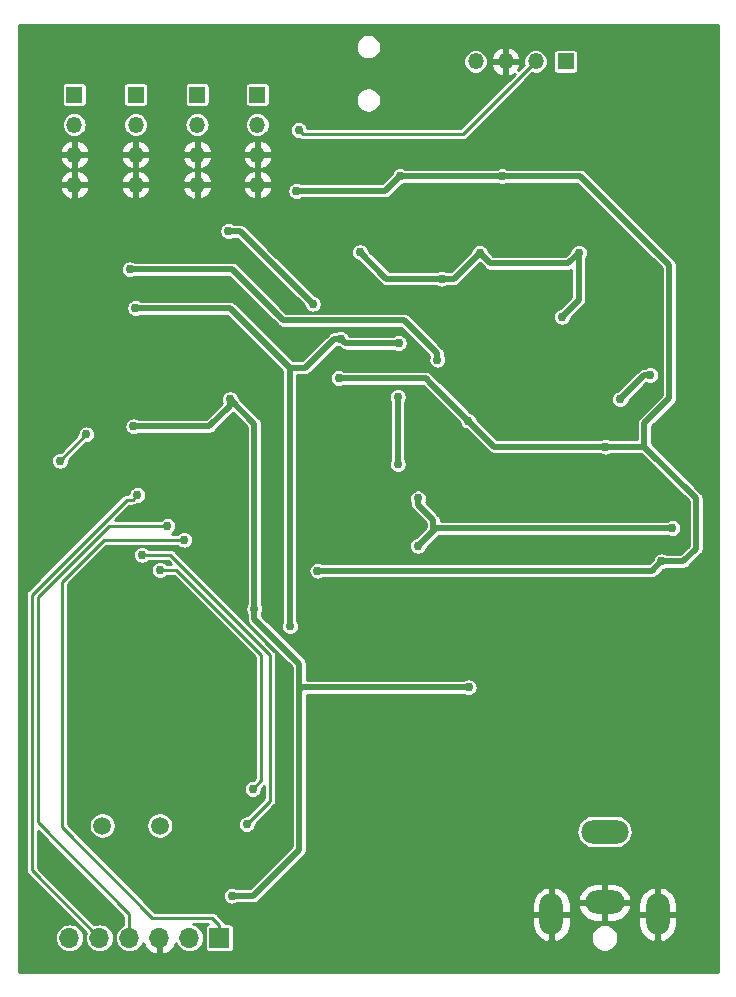
<source format=gbl>
G04 #@! TF.GenerationSoftware,KiCad,Pcbnew,5.1.4+dfsg1-1*
G04 #@! TF.CreationDate,2019-09-30T15:39:43-04:00*
G04 #@! TF.ProjectId,mystatV7,6d797374-6174-4563-972e-6b696361645f,rev?*
G04 #@! TF.SameCoordinates,Original*
G04 #@! TF.FileFunction,Copper,L4,Bot*
G04 #@! TF.FilePolarity,Positive*
%FSLAX46Y46*%
G04 Gerber Fmt 4.6, Leading zero omitted, Abs format (unit mm)*
G04 Created by KiCad (PCBNEW 5.1.4+dfsg1-1) date 2019-09-30 15:39:43*
%MOMM*%
%LPD*%
G04 APERTURE LIST*
%ADD10O,2.000000X3.500000*%
%ADD11O,3.300000X2.000000*%
%ADD12O,4.000000X2.000000*%
%ADD13R,1.350000X1.350000*%
%ADD14O,1.350000X1.350000*%
%ADD15O,1.700000X1.700000*%
%ADD16R,1.700000X1.700000*%
%ADD17C,1.500000*%
%ADD18C,0.508000*%
%ADD19C,0.762000*%
%ADD20C,0.508000*%
%ADD21C,0.254000*%
G04 APERTURE END LIST*
D10*
X95500000Y-125700000D03*
X104500000Y-125700000D03*
D11*
X100000000Y-124700000D03*
D12*
X100000000Y-118700000D03*
D13*
X65500000Y-56300000D03*
D14*
X65500000Y-58840000D03*
X65500000Y-61380000D03*
X65500000Y-63920000D03*
D13*
X70600000Y-56300000D03*
D14*
X70600000Y-58840000D03*
X70600000Y-61380000D03*
X70600000Y-63920000D03*
D13*
X60300000Y-56300000D03*
D14*
X60300000Y-58840000D03*
X60300000Y-61380000D03*
X60300000Y-63920000D03*
D13*
X96700000Y-53500000D03*
D14*
X94160000Y-53500000D03*
X91620000Y-53500000D03*
X89080000Y-53500000D03*
D13*
X55100000Y-56300000D03*
D14*
X55100000Y-58840000D03*
X55100000Y-61380000D03*
X55100000Y-63920000D03*
D15*
X54700000Y-127700000D03*
X57240000Y-127700000D03*
X59780000Y-127700000D03*
X62320000Y-127700000D03*
X64860000Y-127700000D03*
D16*
X67400000Y-127700000D03*
D17*
X62350000Y-118190000D03*
X57470000Y-118190000D03*
D18*
X78180943Y-111687404D03*
X78180943Y-112987404D03*
X79480943Y-112937404D03*
X80730943Y-114237404D03*
X81980943Y-114187404D03*
X79430943Y-114237404D03*
X78180943Y-114237404D03*
X79430943Y-115487404D03*
X80730943Y-115487404D03*
X81980943Y-115487404D03*
X81980943Y-116737404D03*
X80730943Y-116787404D03*
X79430943Y-116737404D03*
X78180943Y-120637404D03*
D19*
X103026497Y-102616761D03*
X106047593Y-108340368D03*
X53407733Y-67862940D03*
X61300000Y-67862500D03*
X61300000Y-73100000D03*
X73900000Y-66337500D03*
X79300000Y-71537500D03*
X84300000Y-66900000D03*
X87562500Y-69700000D03*
X92800000Y-66900000D03*
X95962500Y-69700000D03*
X91000000Y-73500000D03*
X90337500Y-83900000D03*
X104000000Y-57200000D03*
X101300000Y-75100000D03*
X101300000Y-84000000D03*
X53300000Y-73100000D03*
X95000000Y-78000000D03*
X62900000Y-82100000D03*
D18*
X79430943Y-120637404D03*
D19*
X95305758Y-97600000D03*
X94900000Y-105002868D03*
X62791708Y-115009399D03*
X64800000Y-122600000D03*
X54800000Y-122600000D03*
X54965600Y-97739200D03*
X75000000Y-127000000D03*
X60180601Y-110309399D03*
X77680000Y-84750000D03*
X77550000Y-89310000D03*
X88000000Y-124000000D03*
X71662500Y-126917500D03*
X75062500Y-104937500D03*
X86000000Y-94600000D03*
X91500000Y-99300000D03*
X71600000Y-91200000D03*
X75100000Y-93600000D03*
X55200000Y-81600000D03*
X74900000Y-97800000D03*
X102959632Y-110340368D03*
X99200000Y-90040000D03*
X73900000Y-64462500D03*
X82700000Y-63206263D03*
X91306263Y-63206263D03*
X88462500Y-83900000D03*
X100062500Y-86100000D03*
X75700000Y-96600000D03*
X77500000Y-80300000D03*
X104816761Y-95816761D03*
X79300000Y-69662500D03*
X89437500Y-69700000D03*
X97837500Y-69700000D03*
X86200000Y-71900000D03*
X96400000Y-75100000D03*
X84200000Y-94500000D03*
X84200000Y-90500000D03*
X105750000Y-93000000D03*
X68300000Y-82100000D03*
X68430000Y-124130000D03*
X70362500Y-99837500D03*
X60100000Y-84400000D03*
X88500000Y-106500000D03*
X60286560Y-74383440D03*
X73367972Y-101332028D03*
X82562500Y-77337500D03*
X77662500Y-76962500D03*
X101300000Y-82100000D03*
X103845011Y-80045011D03*
X85850000Y-78750000D03*
X59800000Y-71100000D03*
X68162500Y-67862500D03*
X75300000Y-74000000D03*
X82500000Y-87600000D03*
X82500000Y-81900000D03*
X60840000Y-95260000D03*
X69700000Y-118100000D03*
X62365000Y-96545000D03*
X70199000Y-115099000D03*
X74100000Y-59300000D03*
X64410000Y-93980000D03*
X63000000Y-92800000D03*
X60445000Y-90205000D03*
X56125000Y-85075000D03*
X53900000Y-87300000D03*
D20*
X81443763Y-64462500D02*
X82700000Y-63206263D01*
X73900000Y-64462500D02*
X81443763Y-64462500D01*
X82700000Y-63206263D02*
X91306263Y-63206263D01*
X91312526Y-63200000D02*
X91306263Y-63206263D01*
X90662500Y-86100000D02*
X100062500Y-86100000D01*
X88462500Y-83900000D02*
X90662500Y-86100000D01*
X84862500Y-80300000D02*
X85431250Y-80868750D01*
X77500000Y-80300000D02*
X84862500Y-80300000D01*
X85162500Y-80600000D02*
X85431250Y-80868750D01*
X85431250Y-80868750D02*
X88462500Y-83900000D01*
X104033522Y-96600000D02*
X104816761Y-95816761D01*
X75700000Y-96600000D02*
X104033522Y-96600000D01*
X100062500Y-86100000D02*
X103367044Y-86100000D01*
X103367044Y-86100000D02*
X103367044Y-84132956D01*
X103367044Y-84132956D02*
X105500000Y-82000000D01*
X105500000Y-82000000D02*
X105500000Y-70750000D01*
X97956263Y-63206263D02*
X91306263Y-63206263D01*
X105500000Y-70750000D02*
X97956263Y-63206263D01*
X104816761Y-95816761D02*
X106683239Y-95816761D01*
X106683239Y-95816761D02*
X107750000Y-94750000D01*
X107750000Y-90482956D02*
X103367044Y-86100000D01*
X107750000Y-94750000D02*
X107750000Y-90482956D01*
X81537500Y-71900000D02*
X86200000Y-71900000D01*
X79300000Y-69662500D02*
X81537500Y-71900000D01*
X87237500Y-71900000D02*
X89437500Y-69700000D01*
X86200000Y-71900000D02*
X87237500Y-71900000D01*
X96948499Y-70589001D02*
X97837500Y-69700000D01*
X90326501Y-70589001D02*
X96948499Y-70589001D01*
X89437500Y-69700000D02*
X90326501Y-70589001D01*
X97837500Y-73662500D02*
X96400000Y-75100000D01*
X97837500Y-69700000D02*
X97837500Y-73662500D01*
X85700000Y-93000000D02*
X84200000Y-94500000D01*
X84200000Y-90500000D02*
X84200000Y-91038815D01*
X84200000Y-91038815D02*
X85500000Y-92338815D01*
X85500000Y-92338815D02*
X85500000Y-93000000D01*
X85700000Y-93000000D02*
X85500000Y-93000000D01*
X105750000Y-93000000D02*
X85700000Y-93000000D01*
X70362500Y-84162500D02*
X68300000Y-82100000D01*
X70362500Y-99837500D02*
X70362500Y-84162500D01*
X68430000Y-124130000D02*
X70270000Y-124130000D01*
X74173499Y-120226501D02*
X74173499Y-106673499D01*
X70270000Y-124130000D02*
X74173499Y-120226501D01*
X70362500Y-100699780D02*
X70362500Y-99837500D01*
X74173499Y-104510779D02*
X70362500Y-100699780D01*
X66538815Y-84400000D02*
X60100000Y-84400000D01*
X68300000Y-82638815D02*
X66538815Y-84400000D01*
X68300000Y-82100000D02*
X68300000Y-82638815D01*
X88500000Y-106500000D02*
X74346998Y-106500000D01*
X74346998Y-106500000D02*
X74173499Y-106673499D01*
X74173499Y-106673499D02*
X74173499Y-104510779D01*
X68305438Y-74383440D02*
X60286560Y-74383440D01*
X73367972Y-79445974D02*
X68305438Y-74383440D01*
X73367972Y-101332028D02*
X73367972Y-79445974D01*
X78037500Y-77337500D02*
X77662500Y-76962500D01*
X82562500Y-77337500D02*
X78037500Y-77337500D01*
X74640211Y-79445974D02*
X73367972Y-79445974D01*
X77123685Y-76962500D02*
X74640211Y-79445974D01*
X77662500Y-76962500D02*
X77123685Y-76962500D01*
X103354989Y-80045011D02*
X101300000Y-82100000D01*
X103845011Y-80045011D02*
X103354989Y-80045011D01*
X85850000Y-78750000D02*
X85850000Y-78211185D01*
X85850000Y-78211185D02*
X83038815Y-75400000D01*
X68500000Y-71100000D02*
X59800000Y-71100000D01*
X83038815Y-75400000D02*
X72800000Y-75400000D01*
X72800000Y-75400000D02*
X68500000Y-71100000D01*
X69162500Y-67862500D02*
X68162500Y-67862500D01*
X75300000Y-74000000D02*
X69162500Y-67862500D01*
X82500000Y-81900000D02*
X82500000Y-87600000D01*
D21*
X63236000Y-95260000D02*
X60840000Y-95260000D01*
X66188000Y-98271566D02*
X71700000Y-103783566D01*
X66188000Y-98212000D02*
X66188000Y-98271566D01*
X63236000Y-95260000D02*
X66188000Y-98212000D01*
X71700000Y-116100000D02*
X69700000Y-118100000D01*
X71700000Y-103783566D02*
X71700000Y-116100000D01*
X64237000Y-97039000D02*
X64498000Y-97300000D01*
X63743000Y-96545000D02*
X64498000Y-97300000D01*
X62365000Y-96545000D02*
X63743000Y-96545000D01*
X70949000Y-114349000D02*
X70199000Y-115099000D01*
X64498000Y-97300000D02*
X70949000Y-103751000D01*
X70949000Y-103751000D02*
X70949000Y-114349000D01*
X87979001Y-59680999D02*
X94160000Y-53500000D01*
X74480999Y-59680999D02*
X87979001Y-59680999D01*
X74100000Y-59300000D02*
X74480999Y-59680999D01*
X64410000Y-93980000D02*
X57597038Y-93980000D01*
X57597038Y-93980000D02*
X54037999Y-97539039D01*
X67400000Y-126596000D02*
X67400000Y-127700000D01*
X66788000Y-125984000D02*
X67400000Y-126596000D01*
X61722000Y-125984000D02*
X66788000Y-125984000D01*
X54037999Y-118299999D02*
X61722000Y-125984000D01*
X54037999Y-97539039D02*
X54037999Y-118299999D01*
X58058604Y-92800000D02*
X52007999Y-98850605D01*
X63000000Y-92800000D02*
X58058604Y-92800000D01*
X59780000Y-125690002D02*
X59780000Y-127700000D01*
X52007999Y-117918001D02*
X59780000Y-125690002D01*
X52007999Y-98850605D02*
X52007999Y-117918001D01*
X51499989Y-121959989D02*
X57240000Y-127700000D01*
X60064001Y-90585999D02*
X59554171Y-90585999D01*
X51499989Y-98640181D02*
X51499989Y-121959989D01*
X59554171Y-90585999D02*
X51499989Y-98640181D01*
X60445000Y-90205000D02*
X60064001Y-90585999D01*
X56125000Y-85075000D02*
X53900000Y-87300000D01*
G36*
X109569001Y-130569000D02*
G01*
X50431000Y-130569000D01*
X50431000Y-127700000D01*
X53463044Y-127700000D01*
X53486812Y-127941318D01*
X53557202Y-128173363D01*
X53671509Y-128387216D01*
X53825340Y-128574660D01*
X54012784Y-128728491D01*
X54226637Y-128842798D01*
X54458682Y-128913188D01*
X54639528Y-128931000D01*
X54760472Y-128931000D01*
X54941318Y-128913188D01*
X55173363Y-128842798D01*
X55387216Y-128728491D01*
X55574660Y-128574660D01*
X55728491Y-128387216D01*
X55842798Y-128173363D01*
X55913188Y-127941318D01*
X55936956Y-127700000D01*
X55913188Y-127458682D01*
X55842798Y-127226637D01*
X55728491Y-127012784D01*
X55574660Y-126825340D01*
X55387216Y-126671509D01*
X55173363Y-126557202D01*
X54941318Y-126486812D01*
X54760472Y-126469000D01*
X54639528Y-126469000D01*
X54458682Y-126486812D01*
X54226637Y-126557202D01*
X54012784Y-126671509D01*
X53825340Y-126825340D01*
X53671509Y-127012784D01*
X53557202Y-127226637D01*
X53486812Y-127458682D01*
X53463044Y-127700000D01*
X50431000Y-127700000D01*
X50431000Y-98640181D01*
X50989532Y-98640181D01*
X50991989Y-98665125D01*
X50991990Y-121935035D01*
X50989532Y-121959989D01*
X50999341Y-122059573D01*
X51028389Y-122155332D01*
X51075560Y-122243584D01*
X51123139Y-122301559D01*
X51139042Y-122320937D01*
X51158419Y-122336839D01*
X56085801Y-127264222D01*
X56026812Y-127458682D01*
X56003044Y-127700000D01*
X56026812Y-127941318D01*
X56097202Y-128173363D01*
X56211509Y-128387216D01*
X56365340Y-128574660D01*
X56552784Y-128728491D01*
X56766637Y-128842798D01*
X56998682Y-128913188D01*
X57179528Y-128931000D01*
X57300472Y-128931000D01*
X57481318Y-128913188D01*
X57713363Y-128842798D01*
X57927216Y-128728491D01*
X58114660Y-128574660D01*
X58268491Y-128387216D01*
X58382798Y-128173363D01*
X58453188Y-127941318D01*
X58476956Y-127700000D01*
X58453188Y-127458682D01*
X58382798Y-127226637D01*
X58268491Y-127012784D01*
X58114660Y-126825340D01*
X57927216Y-126671509D01*
X57713363Y-126557202D01*
X57481318Y-126486812D01*
X57300472Y-126469000D01*
X57179528Y-126469000D01*
X56998682Y-126486812D01*
X56804222Y-126545801D01*
X52007989Y-121749569D01*
X52007989Y-118636411D01*
X59272000Y-125900423D01*
X59272000Y-126575716D01*
X59092784Y-126671509D01*
X58905340Y-126825340D01*
X58751509Y-127012784D01*
X58637202Y-127226637D01*
X58566812Y-127458682D01*
X58543044Y-127700000D01*
X58566812Y-127941318D01*
X58637202Y-128173363D01*
X58751509Y-128387216D01*
X58905340Y-128574660D01*
X59092784Y-128728491D01*
X59306637Y-128842798D01*
X59538682Y-128913188D01*
X59719528Y-128931000D01*
X59840472Y-128931000D01*
X60021318Y-128913188D01*
X60253363Y-128842798D01*
X60467216Y-128728491D01*
X60654660Y-128574660D01*
X60808491Y-128387216D01*
X60921017Y-128176695D01*
X60975843Y-128331252D01*
X61124822Y-128581355D01*
X61319731Y-128797588D01*
X61553080Y-128971641D01*
X61815901Y-129096825D01*
X61963110Y-129141476D01*
X62193000Y-129020155D01*
X62193000Y-127827000D01*
X62173000Y-127827000D01*
X62173000Y-127573000D01*
X62193000Y-127573000D01*
X62193000Y-127553000D01*
X62447000Y-127553000D01*
X62447000Y-127573000D01*
X62467000Y-127573000D01*
X62467000Y-127827000D01*
X62447000Y-127827000D01*
X62447000Y-129020155D01*
X62676890Y-129141476D01*
X62824099Y-129096825D01*
X63086920Y-128971641D01*
X63320269Y-128797588D01*
X63515178Y-128581355D01*
X63664157Y-128331252D01*
X63718983Y-128176695D01*
X63831509Y-128387216D01*
X63985340Y-128574660D01*
X64172784Y-128728491D01*
X64386637Y-128842798D01*
X64618682Y-128913188D01*
X64799528Y-128931000D01*
X64920472Y-128931000D01*
X65101318Y-128913188D01*
X65333363Y-128842798D01*
X65547216Y-128728491D01*
X65734660Y-128574660D01*
X65888491Y-128387216D01*
X66002798Y-128173363D01*
X66073188Y-127941318D01*
X66096956Y-127700000D01*
X66073188Y-127458682D01*
X66002798Y-127226637D01*
X65888491Y-127012784D01*
X65734660Y-126825340D01*
X65547216Y-126671509D01*
X65333363Y-126557202D01*
X65118421Y-126492000D01*
X66417664Y-126492000D01*
X66403492Y-126496299D01*
X66337304Y-126531678D01*
X66279289Y-126579289D01*
X66231678Y-126637304D01*
X66196299Y-126703492D01*
X66174513Y-126775311D01*
X66167157Y-126850000D01*
X66167157Y-128550000D01*
X66174513Y-128624689D01*
X66196299Y-128696508D01*
X66231678Y-128762696D01*
X66279289Y-128820711D01*
X66337304Y-128868322D01*
X66403492Y-128903701D01*
X66475311Y-128925487D01*
X66550000Y-128932843D01*
X68250000Y-128932843D01*
X68324689Y-128925487D01*
X68396508Y-128903701D01*
X68462696Y-128868322D01*
X68520711Y-128820711D01*
X68568322Y-128762696D01*
X68603701Y-128696508D01*
X68625487Y-128624689D01*
X68632843Y-128550000D01*
X68632843Y-126850000D01*
X68625487Y-126775311D01*
X68603701Y-126703492D01*
X68568322Y-126637304D01*
X68520711Y-126579289D01*
X68462696Y-126531678D01*
X68396508Y-126496299D01*
X68324689Y-126474513D01*
X68250000Y-126467157D01*
X67891774Y-126467157D01*
X67871601Y-126400657D01*
X67824429Y-126312405D01*
X67760948Y-126235052D01*
X67741565Y-126219145D01*
X67349420Y-125827000D01*
X93865000Y-125827000D01*
X93865000Y-126577000D01*
X93921193Y-126893532D01*
X94038058Y-127193020D01*
X94211105Y-127463954D01*
X94433683Y-127695922D01*
X94697239Y-127880010D01*
X94991645Y-128009144D01*
X95119566Y-128040124D01*
X95373000Y-127920777D01*
X95373000Y-125827000D01*
X95627000Y-125827000D01*
X95627000Y-127920777D01*
X95880434Y-128040124D01*
X96008355Y-128009144D01*
X96302761Y-127880010D01*
X96566317Y-127695922D01*
X96674013Y-127583682D01*
X98819000Y-127583682D01*
X98819000Y-127816318D01*
X98864386Y-128044485D01*
X98953412Y-128259413D01*
X99082658Y-128452843D01*
X99247157Y-128617342D01*
X99440587Y-128746588D01*
X99655515Y-128835614D01*
X99883682Y-128881000D01*
X100116318Y-128881000D01*
X100344485Y-128835614D01*
X100559413Y-128746588D01*
X100752843Y-128617342D01*
X100917342Y-128452843D01*
X101046588Y-128259413D01*
X101135614Y-128044485D01*
X101181000Y-127816318D01*
X101181000Y-127583682D01*
X101135614Y-127355515D01*
X101046588Y-127140587D01*
X100917342Y-126947157D01*
X100752843Y-126782658D01*
X100559413Y-126653412D01*
X100344485Y-126564386D01*
X100116318Y-126519000D01*
X99883682Y-126519000D01*
X99655515Y-126564386D01*
X99440587Y-126653412D01*
X99247157Y-126782658D01*
X99082658Y-126947157D01*
X98953412Y-127140587D01*
X98864386Y-127355515D01*
X98819000Y-127583682D01*
X96674013Y-127583682D01*
X96788895Y-127463954D01*
X96961942Y-127193020D01*
X97078807Y-126893532D01*
X97135000Y-126577000D01*
X97135000Y-125827000D01*
X95627000Y-125827000D01*
X95373000Y-125827000D01*
X93865000Y-125827000D01*
X67349420Y-125827000D01*
X67164855Y-125642435D01*
X67148948Y-125623052D01*
X67071595Y-125559571D01*
X66983343Y-125512399D01*
X66887585Y-125483351D01*
X66812947Y-125476000D01*
X66812944Y-125476000D01*
X66788000Y-125473543D01*
X66763056Y-125476000D01*
X61932421Y-125476000D01*
X54545999Y-118089579D01*
X54545999Y-118078606D01*
X56339000Y-118078606D01*
X56339000Y-118301394D01*
X56382464Y-118519900D01*
X56467721Y-118725729D01*
X56591495Y-118910970D01*
X56749030Y-119068505D01*
X56934271Y-119192279D01*
X57140100Y-119277536D01*
X57358606Y-119321000D01*
X57581394Y-119321000D01*
X57799900Y-119277536D01*
X58005729Y-119192279D01*
X58190970Y-119068505D01*
X58348505Y-118910970D01*
X58472279Y-118725729D01*
X58557536Y-118519900D01*
X58601000Y-118301394D01*
X58601000Y-118078606D01*
X61219000Y-118078606D01*
X61219000Y-118301394D01*
X61262464Y-118519900D01*
X61347721Y-118725729D01*
X61471495Y-118910970D01*
X61629030Y-119068505D01*
X61814271Y-119192279D01*
X62020100Y-119277536D01*
X62238606Y-119321000D01*
X62461394Y-119321000D01*
X62679900Y-119277536D01*
X62885729Y-119192279D01*
X63070970Y-119068505D01*
X63228505Y-118910970D01*
X63352279Y-118725729D01*
X63437536Y-118519900D01*
X63481000Y-118301394D01*
X63481000Y-118078606D01*
X63437536Y-117860100D01*
X63352279Y-117654271D01*
X63228505Y-117469030D01*
X63070970Y-117311495D01*
X62885729Y-117187721D01*
X62679900Y-117102464D01*
X62461394Y-117059000D01*
X62238606Y-117059000D01*
X62020100Y-117102464D01*
X61814271Y-117187721D01*
X61629030Y-117311495D01*
X61471495Y-117469030D01*
X61347721Y-117654271D01*
X61262464Y-117860100D01*
X61219000Y-118078606D01*
X58601000Y-118078606D01*
X58557536Y-117860100D01*
X58472279Y-117654271D01*
X58348505Y-117469030D01*
X58190970Y-117311495D01*
X58005729Y-117187721D01*
X57799900Y-117102464D01*
X57581394Y-117059000D01*
X57358606Y-117059000D01*
X57140100Y-117102464D01*
X56934271Y-117187721D01*
X56749030Y-117311495D01*
X56591495Y-117469030D01*
X56467721Y-117654271D01*
X56382464Y-117860100D01*
X56339000Y-118078606D01*
X54545999Y-118078606D01*
X54545999Y-97749459D01*
X57110508Y-95184950D01*
X60078000Y-95184950D01*
X60078000Y-95335050D01*
X60107283Y-95482267D01*
X60164724Y-95620942D01*
X60248116Y-95745747D01*
X60354253Y-95851884D01*
X60479058Y-95935276D01*
X60617733Y-95992717D01*
X60764950Y-96022000D01*
X60915050Y-96022000D01*
X61062267Y-95992717D01*
X61200942Y-95935276D01*
X61325747Y-95851884D01*
X61409631Y-95768000D01*
X63025580Y-95768000D01*
X63294580Y-96037000D01*
X62934631Y-96037000D01*
X62850747Y-95953116D01*
X62725942Y-95869724D01*
X62587267Y-95812283D01*
X62440050Y-95783000D01*
X62289950Y-95783000D01*
X62142733Y-95812283D01*
X62004058Y-95869724D01*
X61879253Y-95953116D01*
X61773116Y-96059253D01*
X61689724Y-96184058D01*
X61632283Y-96322733D01*
X61603000Y-96469950D01*
X61603000Y-96620050D01*
X61632283Y-96767267D01*
X61689724Y-96905942D01*
X61773116Y-97030747D01*
X61879253Y-97136884D01*
X62004058Y-97220276D01*
X62142733Y-97277717D01*
X62289950Y-97307000D01*
X62440050Y-97307000D01*
X62587267Y-97277717D01*
X62725942Y-97220276D01*
X62850747Y-97136884D01*
X62934631Y-97053000D01*
X63532580Y-97053000D01*
X64156429Y-97676850D01*
X64156435Y-97676855D01*
X70441000Y-103961420D01*
X70441001Y-114138578D01*
X70242579Y-114337000D01*
X70123950Y-114337000D01*
X69976733Y-114366283D01*
X69838058Y-114423724D01*
X69713253Y-114507116D01*
X69607116Y-114613253D01*
X69523724Y-114738058D01*
X69466283Y-114876733D01*
X69437000Y-115023950D01*
X69437000Y-115174050D01*
X69466283Y-115321267D01*
X69523724Y-115459942D01*
X69607116Y-115584747D01*
X69713253Y-115690884D01*
X69838058Y-115774276D01*
X69976733Y-115831717D01*
X70123950Y-115861000D01*
X70274050Y-115861000D01*
X70421267Y-115831717D01*
X70559942Y-115774276D01*
X70684747Y-115690884D01*
X70790884Y-115584747D01*
X70874276Y-115459942D01*
X70931717Y-115321267D01*
X70961000Y-115174050D01*
X70961000Y-115055421D01*
X71192001Y-114824420D01*
X71192001Y-115889578D01*
X69743580Y-117338000D01*
X69624950Y-117338000D01*
X69477733Y-117367283D01*
X69339058Y-117424724D01*
X69214253Y-117508116D01*
X69108116Y-117614253D01*
X69024724Y-117739058D01*
X68967283Y-117877733D01*
X68938000Y-118024950D01*
X68938000Y-118175050D01*
X68967283Y-118322267D01*
X69024724Y-118460942D01*
X69108116Y-118585747D01*
X69214253Y-118691884D01*
X69339058Y-118775276D01*
X69477733Y-118832717D01*
X69624950Y-118862000D01*
X69775050Y-118862000D01*
X69922267Y-118832717D01*
X70060942Y-118775276D01*
X70185747Y-118691884D01*
X70291884Y-118585747D01*
X70375276Y-118460942D01*
X70432717Y-118322267D01*
X70462000Y-118175050D01*
X70462000Y-118056420D01*
X72041571Y-116476850D01*
X72060948Y-116460948D01*
X72079624Y-116438190D01*
X72124429Y-116383596D01*
X72171600Y-116295344D01*
X72171601Y-116295343D01*
X72200649Y-116199585D01*
X72208000Y-116124947D01*
X72208000Y-116124945D01*
X72210457Y-116100001D01*
X72208000Y-116075057D01*
X72208000Y-103808509D01*
X72210457Y-103783565D01*
X72208000Y-103758619D01*
X72200649Y-103683981D01*
X72171601Y-103588223D01*
X72154194Y-103555657D01*
X72124429Y-103499970D01*
X72076850Y-103441995D01*
X72060948Y-103422618D01*
X72041571Y-103406716D01*
X66663124Y-98028270D01*
X66659601Y-98016657D01*
X66631171Y-97963468D01*
X66612429Y-97928404D01*
X66564850Y-97870429D01*
X66548948Y-97851052D01*
X66529571Y-97835150D01*
X63612855Y-94918435D01*
X63596948Y-94899052D01*
X63519595Y-94835571D01*
X63431343Y-94788399D01*
X63335585Y-94759351D01*
X63260947Y-94752000D01*
X63260944Y-94752000D01*
X63236000Y-94749543D01*
X63211056Y-94752000D01*
X61409631Y-94752000D01*
X61325747Y-94668116D01*
X61200942Y-94584724D01*
X61062267Y-94527283D01*
X60915050Y-94498000D01*
X60764950Y-94498000D01*
X60617733Y-94527283D01*
X60479058Y-94584724D01*
X60354253Y-94668116D01*
X60248116Y-94774253D01*
X60164724Y-94899058D01*
X60107283Y-95037733D01*
X60078000Y-95184950D01*
X57110508Y-95184950D01*
X57807459Y-94488000D01*
X63840369Y-94488000D01*
X63924253Y-94571884D01*
X64049058Y-94655276D01*
X64187733Y-94712717D01*
X64334950Y-94742000D01*
X64485050Y-94742000D01*
X64632267Y-94712717D01*
X64770942Y-94655276D01*
X64895747Y-94571884D01*
X65001884Y-94465747D01*
X65085276Y-94340942D01*
X65142717Y-94202267D01*
X65172000Y-94055050D01*
X65172000Y-93904950D01*
X65142717Y-93757733D01*
X65085276Y-93619058D01*
X65001884Y-93494253D01*
X64895747Y-93388116D01*
X64770942Y-93304724D01*
X64632267Y-93247283D01*
X64485050Y-93218000D01*
X64334950Y-93218000D01*
X64187733Y-93247283D01*
X64049058Y-93304724D01*
X63924253Y-93388116D01*
X63840369Y-93472000D01*
X63365845Y-93472000D01*
X63485747Y-93391884D01*
X63591884Y-93285747D01*
X63675276Y-93160942D01*
X63732717Y-93022267D01*
X63762000Y-92875050D01*
X63762000Y-92724950D01*
X63732717Y-92577733D01*
X63675276Y-92439058D01*
X63591884Y-92314253D01*
X63485747Y-92208116D01*
X63360942Y-92124724D01*
X63222267Y-92067283D01*
X63075050Y-92038000D01*
X62924950Y-92038000D01*
X62777733Y-92067283D01*
X62639058Y-92124724D01*
X62514253Y-92208116D01*
X62430369Y-92292000D01*
X58566591Y-92292000D01*
X59764592Y-91093999D01*
X60039057Y-91093999D01*
X60064001Y-91096456D01*
X60088945Y-91093999D01*
X60088948Y-91093999D01*
X60163586Y-91086648D01*
X60259344Y-91057600D01*
X60347596Y-91010428D01*
X60400514Y-90967000D01*
X60520050Y-90967000D01*
X60667267Y-90937717D01*
X60805942Y-90880276D01*
X60930747Y-90796884D01*
X61036884Y-90690747D01*
X61120276Y-90565942D01*
X61177717Y-90427267D01*
X61207000Y-90280050D01*
X61207000Y-90129950D01*
X61177717Y-89982733D01*
X61120276Y-89844058D01*
X61036884Y-89719253D01*
X60930747Y-89613116D01*
X60805942Y-89529724D01*
X60667267Y-89472283D01*
X60520050Y-89443000D01*
X60369950Y-89443000D01*
X60222733Y-89472283D01*
X60084058Y-89529724D01*
X59959253Y-89613116D01*
X59853116Y-89719253D01*
X59769724Y-89844058D01*
X59712283Y-89982733D01*
X59693334Y-90077999D01*
X59579114Y-90077999D01*
X59554170Y-90075542D01*
X59529226Y-90077999D01*
X59529224Y-90077999D01*
X59454586Y-90085350D01*
X59358828Y-90114398D01*
X59358826Y-90114399D01*
X59270575Y-90161570D01*
X59217656Y-90205000D01*
X59193223Y-90225051D01*
X59177321Y-90244428D01*
X51158424Y-98263326D01*
X51139041Y-98279233D01*
X51075560Y-98356586D01*
X51028388Y-98444839D01*
X50999340Y-98540597D01*
X50994588Y-98588850D01*
X50989532Y-98640181D01*
X50431000Y-98640181D01*
X50431000Y-87224950D01*
X53138000Y-87224950D01*
X53138000Y-87375050D01*
X53167283Y-87522267D01*
X53224724Y-87660942D01*
X53308116Y-87785747D01*
X53414253Y-87891884D01*
X53539058Y-87975276D01*
X53677733Y-88032717D01*
X53824950Y-88062000D01*
X53975050Y-88062000D01*
X54122267Y-88032717D01*
X54260942Y-87975276D01*
X54385747Y-87891884D01*
X54491884Y-87785747D01*
X54575276Y-87660942D01*
X54632717Y-87522267D01*
X54662000Y-87375050D01*
X54662000Y-87256420D01*
X56081421Y-85837000D01*
X56200050Y-85837000D01*
X56347267Y-85807717D01*
X56485942Y-85750276D01*
X56610747Y-85666884D01*
X56716884Y-85560747D01*
X56800276Y-85435942D01*
X56857717Y-85297267D01*
X56887000Y-85150050D01*
X56887000Y-84999950D01*
X56857717Y-84852733D01*
X56800276Y-84714058D01*
X56716884Y-84589253D01*
X56610747Y-84483116D01*
X56485942Y-84399724D01*
X56347267Y-84342283D01*
X56260128Y-84324950D01*
X59338000Y-84324950D01*
X59338000Y-84475050D01*
X59367283Y-84622267D01*
X59424724Y-84760942D01*
X59508116Y-84885747D01*
X59614253Y-84991884D01*
X59739058Y-85075276D01*
X59877733Y-85132717D01*
X60024950Y-85162000D01*
X60175050Y-85162000D01*
X60322267Y-85132717D01*
X60460942Y-85075276D01*
X60521219Y-85035000D01*
X66507634Y-85035000D01*
X66538815Y-85038071D01*
X66569996Y-85035000D01*
X66570007Y-85035000D01*
X66663297Y-85025812D01*
X66782995Y-84989502D01*
X66893309Y-84930537D01*
X66990000Y-84851185D01*
X67009889Y-84826950D01*
X68569408Y-83267433D01*
X69727501Y-84425527D01*
X69727500Y-99416281D01*
X69687224Y-99476558D01*
X69629783Y-99615233D01*
X69600500Y-99762450D01*
X69600500Y-99912550D01*
X69629783Y-100059767D01*
X69687224Y-100198442D01*
X69727500Y-100258719D01*
X69727500Y-100668599D01*
X69724429Y-100699780D01*
X69727500Y-100730961D01*
X69727500Y-100730971D01*
X69736688Y-100824261D01*
X69772998Y-100943959D01*
X69831963Y-101054273D01*
X69911315Y-101150965D01*
X69935550Y-101170854D01*
X73538500Y-104773806D01*
X73538499Y-106642318D01*
X73535428Y-106673499D01*
X73538499Y-106704680D01*
X73538499Y-106704690D01*
X73538500Y-106704700D01*
X73538499Y-119963476D01*
X70006976Y-123495000D01*
X68851219Y-123495000D01*
X68790942Y-123454724D01*
X68652267Y-123397283D01*
X68505050Y-123368000D01*
X68354950Y-123368000D01*
X68207733Y-123397283D01*
X68069058Y-123454724D01*
X67944253Y-123538116D01*
X67838116Y-123644253D01*
X67754724Y-123769058D01*
X67697283Y-123907733D01*
X67668000Y-124054950D01*
X67668000Y-124205050D01*
X67697283Y-124352267D01*
X67754724Y-124490942D01*
X67838116Y-124615747D01*
X67944253Y-124721884D01*
X68069058Y-124805276D01*
X68207733Y-124862717D01*
X68354950Y-124892000D01*
X68505050Y-124892000D01*
X68652267Y-124862717D01*
X68748152Y-124823000D01*
X93865000Y-124823000D01*
X93865000Y-125573000D01*
X95373000Y-125573000D01*
X95373000Y-123479223D01*
X95627000Y-123479223D01*
X95627000Y-125573000D01*
X97135000Y-125573000D01*
X97135000Y-125080434D01*
X97759876Y-125080434D01*
X97790856Y-125208355D01*
X97919990Y-125502761D01*
X98104078Y-125766317D01*
X98336046Y-125988895D01*
X98606980Y-126161942D01*
X98906468Y-126278807D01*
X99223000Y-126335000D01*
X99873000Y-126335000D01*
X99873000Y-124827000D01*
X100127000Y-124827000D01*
X100127000Y-126335000D01*
X100777000Y-126335000D01*
X101093532Y-126278807D01*
X101393020Y-126161942D01*
X101663954Y-125988895D01*
X101832678Y-125827000D01*
X102865000Y-125827000D01*
X102865000Y-126577000D01*
X102921193Y-126893532D01*
X103038058Y-127193020D01*
X103211105Y-127463954D01*
X103433683Y-127695922D01*
X103697239Y-127880010D01*
X103991645Y-128009144D01*
X104119566Y-128040124D01*
X104373000Y-127920777D01*
X104373000Y-125827000D01*
X104627000Y-125827000D01*
X104627000Y-127920777D01*
X104880434Y-128040124D01*
X105008355Y-128009144D01*
X105302761Y-127880010D01*
X105566317Y-127695922D01*
X105788895Y-127463954D01*
X105961942Y-127193020D01*
X106078807Y-126893532D01*
X106135000Y-126577000D01*
X106135000Y-125827000D01*
X104627000Y-125827000D01*
X104373000Y-125827000D01*
X102865000Y-125827000D01*
X101832678Y-125827000D01*
X101895922Y-125766317D01*
X102080010Y-125502761D01*
X102209144Y-125208355D01*
X102240124Y-125080434D01*
X102120777Y-124827000D01*
X100127000Y-124827000D01*
X99873000Y-124827000D01*
X97879223Y-124827000D01*
X97759876Y-125080434D01*
X97135000Y-125080434D01*
X97135000Y-124823000D01*
X102865000Y-124823000D01*
X102865000Y-125573000D01*
X104373000Y-125573000D01*
X104373000Y-123479223D01*
X104627000Y-123479223D01*
X104627000Y-125573000D01*
X106135000Y-125573000D01*
X106135000Y-124823000D01*
X106078807Y-124506468D01*
X105961942Y-124206980D01*
X105788895Y-123936046D01*
X105566317Y-123704078D01*
X105302761Y-123519990D01*
X105008355Y-123390856D01*
X104880434Y-123359876D01*
X104627000Y-123479223D01*
X104373000Y-123479223D01*
X104119566Y-123359876D01*
X103991645Y-123390856D01*
X103697239Y-123519990D01*
X103433683Y-123704078D01*
X103211105Y-123936046D01*
X103038058Y-124206980D01*
X102921193Y-124506468D01*
X102865000Y-124823000D01*
X97135000Y-124823000D01*
X97078807Y-124506468D01*
X97005875Y-124319566D01*
X97759876Y-124319566D01*
X97879223Y-124573000D01*
X99873000Y-124573000D01*
X99873000Y-123065000D01*
X100127000Y-123065000D01*
X100127000Y-124573000D01*
X102120777Y-124573000D01*
X102240124Y-124319566D01*
X102209144Y-124191645D01*
X102080010Y-123897239D01*
X101895922Y-123633683D01*
X101663954Y-123411105D01*
X101393020Y-123238058D01*
X101093532Y-123121193D01*
X100777000Y-123065000D01*
X100127000Y-123065000D01*
X99873000Y-123065000D01*
X99223000Y-123065000D01*
X98906468Y-123121193D01*
X98606980Y-123238058D01*
X98336046Y-123411105D01*
X98104078Y-123633683D01*
X97919990Y-123897239D01*
X97790856Y-124191645D01*
X97759876Y-124319566D01*
X97005875Y-124319566D01*
X96961942Y-124206980D01*
X96788895Y-123936046D01*
X96566317Y-123704078D01*
X96302761Y-123519990D01*
X96008355Y-123390856D01*
X95880434Y-123359876D01*
X95627000Y-123479223D01*
X95373000Y-123479223D01*
X95119566Y-123359876D01*
X94991645Y-123390856D01*
X94697239Y-123519990D01*
X94433683Y-123704078D01*
X94211105Y-123936046D01*
X94038058Y-124206980D01*
X93921193Y-124506468D01*
X93865000Y-124823000D01*
X68748152Y-124823000D01*
X68790942Y-124805276D01*
X68851219Y-124765000D01*
X70238819Y-124765000D01*
X70270000Y-124768071D01*
X70301181Y-124765000D01*
X70301192Y-124765000D01*
X70394482Y-124755812D01*
X70514180Y-124719502D01*
X70624494Y-124660537D01*
X70721185Y-124581185D01*
X70741074Y-124556950D01*
X74600455Y-120697570D01*
X74624684Y-120677686D01*
X74662073Y-120632128D01*
X74704036Y-120580996D01*
X74763001Y-120470681D01*
X74763001Y-120470680D01*
X74799311Y-120350983D01*
X74808499Y-120257693D01*
X74808499Y-120257683D01*
X74811570Y-120226502D01*
X74808499Y-120195321D01*
X74808499Y-118700000D01*
X97612318Y-118700000D01*
X97638982Y-118970723D01*
X97717949Y-119231043D01*
X97846185Y-119470955D01*
X98018761Y-119681239D01*
X98229045Y-119853815D01*
X98468957Y-119982051D01*
X98729277Y-120061018D01*
X98932157Y-120081000D01*
X101067843Y-120081000D01*
X101270723Y-120061018D01*
X101531043Y-119982051D01*
X101770955Y-119853815D01*
X101981239Y-119681239D01*
X102153815Y-119470955D01*
X102282051Y-119231043D01*
X102361018Y-118970723D01*
X102387682Y-118700000D01*
X102361018Y-118429277D01*
X102282051Y-118168957D01*
X102153815Y-117929045D01*
X101981239Y-117718761D01*
X101770955Y-117546185D01*
X101531043Y-117417949D01*
X101270723Y-117338982D01*
X101067843Y-117319000D01*
X98932157Y-117319000D01*
X98729277Y-117338982D01*
X98468957Y-117417949D01*
X98229045Y-117546185D01*
X98018761Y-117718761D01*
X97846185Y-117929045D01*
X97717949Y-118168957D01*
X97638982Y-118429277D01*
X97612318Y-118700000D01*
X74808499Y-118700000D01*
X74808499Y-107135000D01*
X88078781Y-107135000D01*
X88139058Y-107175276D01*
X88277733Y-107232717D01*
X88424950Y-107262000D01*
X88575050Y-107262000D01*
X88722267Y-107232717D01*
X88860942Y-107175276D01*
X88985747Y-107091884D01*
X89091884Y-106985747D01*
X89175276Y-106860942D01*
X89232717Y-106722267D01*
X89262000Y-106575050D01*
X89262000Y-106424950D01*
X89232717Y-106277733D01*
X89175276Y-106139058D01*
X89091884Y-106014253D01*
X88985747Y-105908116D01*
X88860942Y-105824724D01*
X88722267Y-105767283D01*
X88575050Y-105738000D01*
X88424950Y-105738000D01*
X88277733Y-105767283D01*
X88139058Y-105824724D01*
X88078781Y-105865000D01*
X74808499Y-105865000D01*
X74808499Y-104541959D01*
X74811570Y-104510778D01*
X74808499Y-104479597D01*
X74808499Y-104479587D01*
X74799311Y-104386297D01*
X74763001Y-104266599D01*
X74714269Y-104175429D01*
X74704036Y-104156284D01*
X74644567Y-104083821D01*
X74644564Y-104083818D01*
X74624684Y-104059594D01*
X74600460Y-104039714D01*
X70997500Y-100436756D01*
X70997500Y-100258719D01*
X71037776Y-100198442D01*
X71095217Y-100059767D01*
X71124500Y-99912550D01*
X71124500Y-99762450D01*
X71095217Y-99615233D01*
X71037776Y-99476558D01*
X70997500Y-99416281D01*
X70997500Y-84193680D01*
X71000571Y-84162499D01*
X70997500Y-84131318D01*
X70997500Y-84131308D01*
X70988312Y-84038018D01*
X70952002Y-83918320D01*
X70902094Y-83824950D01*
X70893037Y-83808005D01*
X70833568Y-83735542D01*
X70833565Y-83735539D01*
X70813685Y-83711315D01*
X70789460Y-83691434D01*
X69046860Y-81948836D01*
X69032717Y-81877733D01*
X68975276Y-81739058D01*
X68891884Y-81614253D01*
X68785747Y-81508116D01*
X68660942Y-81424724D01*
X68522267Y-81367283D01*
X68375050Y-81338000D01*
X68224950Y-81338000D01*
X68077733Y-81367283D01*
X67939058Y-81424724D01*
X67814253Y-81508116D01*
X67708116Y-81614253D01*
X67624724Y-81739058D01*
X67567283Y-81877733D01*
X67538000Y-82024950D01*
X67538000Y-82175050D01*
X67567283Y-82322267D01*
X67611580Y-82429209D01*
X66275791Y-83765000D01*
X60521219Y-83765000D01*
X60460942Y-83724724D01*
X60322267Y-83667283D01*
X60175050Y-83638000D01*
X60024950Y-83638000D01*
X59877733Y-83667283D01*
X59739058Y-83724724D01*
X59614253Y-83808116D01*
X59508116Y-83914253D01*
X59424724Y-84039058D01*
X59367283Y-84177733D01*
X59338000Y-84324950D01*
X56260128Y-84324950D01*
X56200050Y-84313000D01*
X56049950Y-84313000D01*
X55902733Y-84342283D01*
X55764058Y-84399724D01*
X55639253Y-84483116D01*
X55533116Y-84589253D01*
X55449724Y-84714058D01*
X55392283Y-84852733D01*
X55363000Y-84999950D01*
X55363000Y-85118579D01*
X53943580Y-86538000D01*
X53824950Y-86538000D01*
X53677733Y-86567283D01*
X53539058Y-86624724D01*
X53414253Y-86708116D01*
X53308116Y-86814253D01*
X53224724Y-86939058D01*
X53167283Y-87077733D01*
X53138000Y-87224950D01*
X50431000Y-87224950D01*
X50431000Y-74308390D01*
X59524560Y-74308390D01*
X59524560Y-74458490D01*
X59553843Y-74605707D01*
X59611284Y-74744382D01*
X59694676Y-74869187D01*
X59800813Y-74975324D01*
X59925618Y-75058716D01*
X60064293Y-75116157D01*
X60211510Y-75145440D01*
X60361610Y-75145440D01*
X60508827Y-75116157D01*
X60647502Y-75058716D01*
X60707779Y-75018440D01*
X68042414Y-75018440D01*
X72732973Y-79709000D01*
X72732972Y-100910809D01*
X72692696Y-100971086D01*
X72635255Y-101109761D01*
X72605972Y-101256978D01*
X72605972Y-101407078D01*
X72635255Y-101554295D01*
X72692696Y-101692970D01*
X72776088Y-101817775D01*
X72882225Y-101923912D01*
X73007030Y-102007304D01*
X73145705Y-102064745D01*
X73292922Y-102094028D01*
X73443022Y-102094028D01*
X73590239Y-102064745D01*
X73728914Y-102007304D01*
X73853719Y-101923912D01*
X73959856Y-101817775D01*
X74043248Y-101692970D01*
X74100689Y-101554295D01*
X74129972Y-101407078D01*
X74129972Y-101256978D01*
X74100689Y-101109761D01*
X74043248Y-100971086D01*
X74002972Y-100910809D01*
X74002972Y-90424950D01*
X83438000Y-90424950D01*
X83438000Y-90575050D01*
X83467283Y-90722267D01*
X83524724Y-90860942D01*
X83565000Y-90921219D01*
X83565000Y-91007634D01*
X83561929Y-91038815D01*
X83565000Y-91069996D01*
X83565000Y-91070007D01*
X83574188Y-91163297D01*
X83610498Y-91282995D01*
X83669463Y-91393309D01*
X83748816Y-91490000D01*
X83773046Y-91509885D01*
X84865000Y-92601841D01*
X84865000Y-92936975D01*
X84048836Y-93753140D01*
X83977733Y-93767283D01*
X83839058Y-93824724D01*
X83714253Y-93908116D01*
X83608116Y-94014253D01*
X83524724Y-94139058D01*
X83467283Y-94277733D01*
X83438000Y-94424950D01*
X83438000Y-94575050D01*
X83467283Y-94722267D01*
X83524724Y-94860942D01*
X83608116Y-94985747D01*
X83714253Y-95091884D01*
X83839058Y-95175276D01*
X83977733Y-95232717D01*
X84124950Y-95262000D01*
X84275050Y-95262000D01*
X84422267Y-95232717D01*
X84560942Y-95175276D01*
X84685747Y-95091884D01*
X84791884Y-94985747D01*
X84875276Y-94860942D01*
X84932717Y-94722267D01*
X84946860Y-94651164D01*
X85963025Y-93635000D01*
X105328781Y-93635000D01*
X105389058Y-93675276D01*
X105527733Y-93732717D01*
X105674950Y-93762000D01*
X105825050Y-93762000D01*
X105972267Y-93732717D01*
X106110942Y-93675276D01*
X106235747Y-93591884D01*
X106341884Y-93485747D01*
X106425276Y-93360942D01*
X106482717Y-93222267D01*
X106512000Y-93075050D01*
X106512000Y-92924950D01*
X106482717Y-92777733D01*
X106425276Y-92639058D01*
X106341884Y-92514253D01*
X106235747Y-92408116D01*
X106110942Y-92324724D01*
X105972267Y-92267283D01*
X105825050Y-92238000D01*
X105674950Y-92238000D01*
X105527733Y-92267283D01*
X105389058Y-92324724D01*
X105328781Y-92365000D01*
X86135493Y-92365000D01*
X86138072Y-92338815D01*
X86133219Y-92289543D01*
X86125812Y-92214333D01*
X86089502Y-92094635D01*
X86074882Y-92067283D01*
X86030538Y-91984321D01*
X85971069Y-91911858D01*
X85971065Y-91911854D01*
X85951185Y-91887630D01*
X85926961Y-91867751D01*
X84888420Y-90829210D01*
X84932717Y-90722267D01*
X84962000Y-90575050D01*
X84962000Y-90424950D01*
X84932717Y-90277733D01*
X84875276Y-90139058D01*
X84791884Y-90014253D01*
X84685747Y-89908116D01*
X84560942Y-89824724D01*
X84422267Y-89767283D01*
X84275050Y-89738000D01*
X84124950Y-89738000D01*
X83977733Y-89767283D01*
X83839058Y-89824724D01*
X83714253Y-89908116D01*
X83608116Y-90014253D01*
X83524724Y-90139058D01*
X83467283Y-90277733D01*
X83438000Y-90424950D01*
X74002972Y-90424950D01*
X74002972Y-81824950D01*
X81738000Y-81824950D01*
X81738000Y-81975050D01*
X81767283Y-82122267D01*
X81824724Y-82260942D01*
X81865000Y-82321219D01*
X81865001Y-87178779D01*
X81824724Y-87239058D01*
X81767283Y-87377733D01*
X81738000Y-87524950D01*
X81738000Y-87675050D01*
X81767283Y-87822267D01*
X81824724Y-87960942D01*
X81908116Y-88085747D01*
X82014253Y-88191884D01*
X82139058Y-88275276D01*
X82277733Y-88332717D01*
X82424950Y-88362000D01*
X82575050Y-88362000D01*
X82722267Y-88332717D01*
X82860942Y-88275276D01*
X82985747Y-88191884D01*
X83091884Y-88085747D01*
X83175276Y-87960942D01*
X83232717Y-87822267D01*
X83262000Y-87675050D01*
X83262000Y-87524950D01*
X83232717Y-87377733D01*
X83175276Y-87239058D01*
X83135000Y-87178781D01*
X83135000Y-82321219D01*
X83175276Y-82260942D01*
X83232717Y-82122267D01*
X83262000Y-81975050D01*
X83262000Y-81824950D01*
X83232717Y-81677733D01*
X83175276Y-81539058D01*
X83091884Y-81414253D01*
X82985747Y-81308116D01*
X82860942Y-81224724D01*
X82722267Y-81167283D01*
X82575050Y-81138000D01*
X82424950Y-81138000D01*
X82277733Y-81167283D01*
X82139058Y-81224724D01*
X82014253Y-81308116D01*
X81908116Y-81414253D01*
X81824724Y-81539058D01*
X81767283Y-81677733D01*
X81738000Y-81824950D01*
X74002972Y-81824950D01*
X74002972Y-80080974D01*
X74609030Y-80080974D01*
X74640211Y-80084045D01*
X74671392Y-80080974D01*
X74671403Y-80080974D01*
X74764693Y-80071786D01*
X74884391Y-80035476D01*
X74994705Y-79976511D01*
X75091396Y-79897159D01*
X75111285Y-79872924D01*
X77333291Y-77650920D01*
X77440233Y-77695217D01*
X77511336Y-77709360D01*
X77566426Y-77764450D01*
X77586315Y-77788685D01*
X77683006Y-77868037D01*
X77793320Y-77927002D01*
X77913018Y-77963312D01*
X78006308Y-77972500D01*
X78006318Y-77972500D01*
X78037499Y-77975571D01*
X78068680Y-77972500D01*
X82141281Y-77972500D01*
X82201558Y-78012776D01*
X82340233Y-78070217D01*
X82487450Y-78099500D01*
X82637550Y-78099500D01*
X82784767Y-78070217D01*
X82923442Y-78012776D01*
X83048247Y-77929384D01*
X83154384Y-77823247D01*
X83237776Y-77698442D01*
X83295217Y-77559767D01*
X83324500Y-77412550D01*
X83324500Y-77262450D01*
X83295217Y-77115233D01*
X83237776Y-76976558D01*
X83154384Y-76851753D01*
X83048247Y-76745616D01*
X82923442Y-76662224D01*
X82784767Y-76604783D01*
X82637550Y-76575500D01*
X82487450Y-76575500D01*
X82340233Y-76604783D01*
X82201558Y-76662224D01*
X82141281Y-76702500D01*
X78379587Y-76702500D01*
X78337776Y-76601558D01*
X78254384Y-76476753D01*
X78148247Y-76370616D01*
X78023442Y-76287224D01*
X77884767Y-76229783D01*
X77737550Y-76200500D01*
X77587450Y-76200500D01*
X77440233Y-76229783D01*
X77301558Y-76287224D01*
X77241281Y-76327500D01*
X77154874Y-76327500D01*
X77123685Y-76324428D01*
X77092496Y-76327500D01*
X77092493Y-76327500D01*
X76999203Y-76336688D01*
X76879505Y-76372998D01*
X76769191Y-76431962D01*
X76696728Y-76491431D01*
X76696724Y-76491435D01*
X76672500Y-76511315D01*
X76652620Y-76535540D01*
X74377187Y-78810974D01*
X73630997Y-78810974D01*
X68776512Y-73956490D01*
X68756623Y-73932255D01*
X68659932Y-73852903D01*
X68549618Y-73793938D01*
X68429920Y-73757628D01*
X68336630Y-73748440D01*
X68336619Y-73748440D01*
X68305438Y-73745369D01*
X68274257Y-73748440D01*
X60707779Y-73748440D01*
X60647502Y-73708164D01*
X60508827Y-73650723D01*
X60361610Y-73621440D01*
X60211510Y-73621440D01*
X60064293Y-73650723D01*
X59925618Y-73708164D01*
X59800813Y-73791556D01*
X59694676Y-73897693D01*
X59611284Y-74022498D01*
X59553843Y-74161173D01*
X59524560Y-74308390D01*
X50431000Y-74308390D01*
X50431000Y-71024950D01*
X59038000Y-71024950D01*
X59038000Y-71175050D01*
X59067283Y-71322267D01*
X59124724Y-71460942D01*
X59208116Y-71585747D01*
X59314253Y-71691884D01*
X59439058Y-71775276D01*
X59577733Y-71832717D01*
X59724950Y-71862000D01*
X59875050Y-71862000D01*
X60022267Y-71832717D01*
X60160942Y-71775276D01*
X60221219Y-71735000D01*
X68236976Y-71735000D01*
X72328930Y-75826955D01*
X72348815Y-75851185D01*
X72373043Y-75871068D01*
X72445505Y-75930537D01*
X72483931Y-75951076D01*
X72555820Y-75989502D01*
X72675518Y-76025812D01*
X72768808Y-76035000D01*
X72768818Y-76035000D01*
X72799999Y-76038071D01*
X72831180Y-76035000D01*
X82775791Y-76035000D01*
X85161580Y-78420790D01*
X85117283Y-78527733D01*
X85088000Y-78674950D01*
X85088000Y-78825050D01*
X85117283Y-78972267D01*
X85174724Y-79110942D01*
X85258116Y-79235747D01*
X85364253Y-79341884D01*
X85489058Y-79425276D01*
X85627733Y-79482717D01*
X85774950Y-79512000D01*
X85925050Y-79512000D01*
X86072267Y-79482717D01*
X86210942Y-79425276D01*
X86335747Y-79341884D01*
X86441884Y-79235747D01*
X86525276Y-79110942D01*
X86582717Y-78972267D01*
X86612000Y-78825050D01*
X86612000Y-78674950D01*
X86582717Y-78527733D01*
X86525276Y-78389058D01*
X86485000Y-78328781D01*
X86485000Y-78242366D01*
X86488071Y-78211185D01*
X86485000Y-78180004D01*
X86485000Y-78179993D01*
X86475812Y-78086703D01*
X86439502Y-77967005D01*
X86437528Y-77963312D01*
X86380538Y-77856691D01*
X86321068Y-77784228D01*
X86301185Y-77760000D01*
X86276955Y-77740115D01*
X83509889Y-74973050D01*
X83490000Y-74948815D01*
X83393309Y-74869463D01*
X83282995Y-74810498D01*
X83163297Y-74774188D01*
X83070007Y-74765000D01*
X83069996Y-74765000D01*
X83038815Y-74761929D01*
X83007634Y-74765000D01*
X73063025Y-74765000D01*
X68971074Y-70673050D01*
X68951185Y-70648815D01*
X68854494Y-70569463D01*
X68744180Y-70510498D01*
X68624482Y-70474188D01*
X68531192Y-70465000D01*
X68531181Y-70465000D01*
X68500000Y-70461929D01*
X68468819Y-70465000D01*
X60221219Y-70465000D01*
X60160942Y-70424724D01*
X60022267Y-70367283D01*
X59875050Y-70338000D01*
X59724950Y-70338000D01*
X59577733Y-70367283D01*
X59439058Y-70424724D01*
X59314253Y-70508116D01*
X59208116Y-70614253D01*
X59124724Y-70739058D01*
X59067283Y-70877733D01*
X59038000Y-71024950D01*
X50431000Y-71024950D01*
X50431000Y-67787450D01*
X67400500Y-67787450D01*
X67400500Y-67937550D01*
X67429783Y-68084767D01*
X67487224Y-68223442D01*
X67570616Y-68348247D01*
X67676753Y-68454384D01*
X67801558Y-68537776D01*
X67940233Y-68595217D01*
X68087450Y-68624500D01*
X68237550Y-68624500D01*
X68384767Y-68595217D01*
X68523442Y-68537776D01*
X68583719Y-68497500D01*
X68899476Y-68497500D01*
X74553140Y-74151166D01*
X74567283Y-74222267D01*
X74624724Y-74360942D01*
X74708116Y-74485747D01*
X74814253Y-74591884D01*
X74939058Y-74675276D01*
X75077733Y-74732717D01*
X75224950Y-74762000D01*
X75375050Y-74762000D01*
X75522267Y-74732717D01*
X75660942Y-74675276D01*
X75785747Y-74591884D01*
X75891884Y-74485747D01*
X75975276Y-74360942D01*
X76032717Y-74222267D01*
X76062000Y-74075050D01*
X76062000Y-73924950D01*
X76032717Y-73777733D01*
X75975276Y-73639058D01*
X75891884Y-73514253D01*
X75785747Y-73408116D01*
X75660942Y-73324724D01*
X75522267Y-73267283D01*
X75451166Y-73253140D01*
X71785475Y-69587450D01*
X78538000Y-69587450D01*
X78538000Y-69737550D01*
X78567283Y-69884767D01*
X78624724Y-70023442D01*
X78708116Y-70148247D01*
X78814253Y-70254384D01*
X78939058Y-70337776D01*
X79077733Y-70395217D01*
X79148836Y-70409360D01*
X81066430Y-72326955D01*
X81086315Y-72351185D01*
X81110543Y-72371068D01*
X81183006Y-72430538D01*
X81293320Y-72489502D01*
X81413018Y-72525812D01*
X81506308Y-72535000D01*
X81506311Y-72535000D01*
X81537500Y-72538072D01*
X81568689Y-72535000D01*
X85778781Y-72535000D01*
X85839058Y-72575276D01*
X85977733Y-72632717D01*
X86124950Y-72662000D01*
X86275050Y-72662000D01*
X86422267Y-72632717D01*
X86560942Y-72575276D01*
X86621219Y-72535000D01*
X87206319Y-72535000D01*
X87237500Y-72538071D01*
X87268681Y-72535000D01*
X87268692Y-72535000D01*
X87361982Y-72525812D01*
X87481680Y-72489502D01*
X87591994Y-72430537D01*
X87688685Y-72351185D01*
X87708574Y-72326950D01*
X89437500Y-70598025D01*
X89855431Y-71015956D01*
X89875316Y-71040186D01*
X89899544Y-71060069D01*
X89972006Y-71119538D01*
X90006546Y-71138000D01*
X90082321Y-71178503D01*
X90202019Y-71214813D01*
X90295309Y-71224001D01*
X90295319Y-71224001D01*
X90326500Y-71227072D01*
X90357681Y-71224001D01*
X96917318Y-71224001D01*
X96948499Y-71227072D01*
X96979680Y-71224001D01*
X96979691Y-71224001D01*
X97072981Y-71214813D01*
X97192679Y-71178503D01*
X97202500Y-71173253D01*
X97202501Y-73399474D01*
X96248836Y-74353140D01*
X96177733Y-74367283D01*
X96039058Y-74424724D01*
X95914253Y-74508116D01*
X95808116Y-74614253D01*
X95724724Y-74739058D01*
X95667283Y-74877733D01*
X95638000Y-75024950D01*
X95638000Y-75175050D01*
X95667283Y-75322267D01*
X95724724Y-75460942D01*
X95808116Y-75585747D01*
X95914253Y-75691884D01*
X96039058Y-75775276D01*
X96177733Y-75832717D01*
X96324950Y-75862000D01*
X96475050Y-75862000D01*
X96622267Y-75832717D01*
X96760942Y-75775276D01*
X96885747Y-75691884D01*
X96991884Y-75585747D01*
X97075276Y-75460942D01*
X97132717Y-75322267D01*
X97146860Y-75251164D01*
X98264455Y-74133570D01*
X98288685Y-74113685D01*
X98368037Y-74016994D01*
X98427002Y-73906680D01*
X98463312Y-73786982D01*
X98472500Y-73693692D01*
X98472500Y-73693681D01*
X98475571Y-73662500D01*
X98472500Y-73631319D01*
X98472500Y-70121219D01*
X98512776Y-70060942D01*
X98570217Y-69922267D01*
X98599500Y-69775050D01*
X98599500Y-69624950D01*
X98570217Y-69477733D01*
X98512776Y-69339058D01*
X98429384Y-69214253D01*
X98323247Y-69108116D01*
X98198442Y-69024724D01*
X98059767Y-68967283D01*
X97912550Y-68938000D01*
X97762450Y-68938000D01*
X97615233Y-68967283D01*
X97476558Y-69024724D01*
X97351753Y-69108116D01*
X97245616Y-69214253D01*
X97162224Y-69339058D01*
X97104783Y-69477733D01*
X97090640Y-69548835D01*
X96685475Y-69954001D01*
X90589526Y-69954001D01*
X90184360Y-69548836D01*
X90170217Y-69477733D01*
X90112776Y-69339058D01*
X90029384Y-69214253D01*
X89923247Y-69108116D01*
X89798442Y-69024724D01*
X89659767Y-68967283D01*
X89512550Y-68938000D01*
X89362450Y-68938000D01*
X89215233Y-68967283D01*
X89076558Y-69024724D01*
X88951753Y-69108116D01*
X88845616Y-69214253D01*
X88762224Y-69339058D01*
X88704783Y-69477733D01*
X88690640Y-69548835D01*
X86974476Y-71265000D01*
X86621219Y-71265000D01*
X86560942Y-71224724D01*
X86422267Y-71167283D01*
X86275050Y-71138000D01*
X86124950Y-71138000D01*
X85977733Y-71167283D01*
X85839058Y-71224724D01*
X85778781Y-71265000D01*
X81800525Y-71265000D01*
X80046860Y-69511336D01*
X80032717Y-69440233D01*
X79975276Y-69301558D01*
X79891884Y-69176753D01*
X79785747Y-69070616D01*
X79660942Y-68987224D01*
X79522267Y-68929783D01*
X79375050Y-68900500D01*
X79224950Y-68900500D01*
X79077733Y-68929783D01*
X78939058Y-68987224D01*
X78814253Y-69070616D01*
X78708116Y-69176753D01*
X78624724Y-69301558D01*
X78567283Y-69440233D01*
X78538000Y-69587450D01*
X71785475Y-69587450D01*
X69633574Y-67435550D01*
X69613685Y-67411315D01*
X69516994Y-67331963D01*
X69406680Y-67272998D01*
X69286982Y-67236688D01*
X69193692Y-67227500D01*
X69193681Y-67227500D01*
X69162500Y-67224429D01*
X69131319Y-67227500D01*
X68583719Y-67227500D01*
X68523442Y-67187224D01*
X68384767Y-67129783D01*
X68237550Y-67100500D01*
X68087450Y-67100500D01*
X67940233Y-67129783D01*
X67801558Y-67187224D01*
X67676753Y-67270616D01*
X67570616Y-67376753D01*
X67487224Y-67501558D01*
X67429783Y-67640233D01*
X67400500Y-67787450D01*
X50431000Y-67787450D01*
X50431000Y-64249400D01*
X53832090Y-64249400D01*
X53862762Y-64350528D01*
X53970527Y-64583629D01*
X54121697Y-64791227D01*
X54310463Y-64965344D01*
X54529570Y-65099289D01*
X54770599Y-65187915D01*
X54973000Y-65065085D01*
X54973000Y-64047000D01*
X55227000Y-64047000D01*
X55227000Y-65065085D01*
X55429401Y-65187915D01*
X55670430Y-65099289D01*
X55889537Y-64965344D01*
X56078303Y-64791227D01*
X56229473Y-64583629D01*
X56337238Y-64350528D01*
X56367910Y-64249400D01*
X59032090Y-64249400D01*
X59062762Y-64350528D01*
X59170527Y-64583629D01*
X59321697Y-64791227D01*
X59510463Y-64965344D01*
X59729570Y-65099289D01*
X59970599Y-65187915D01*
X60173000Y-65065085D01*
X60173000Y-64047000D01*
X60427000Y-64047000D01*
X60427000Y-65065085D01*
X60629401Y-65187915D01*
X60870430Y-65099289D01*
X61089537Y-64965344D01*
X61278303Y-64791227D01*
X61429473Y-64583629D01*
X61537238Y-64350528D01*
X61567910Y-64249400D01*
X64232090Y-64249400D01*
X64262762Y-64350528D01*
X64370527Y-64583629D01*
X64521697Y-64791227D01*
X64710463Y-64965344D01*
X64929570Y-65099289D01*
X65170599Y-65187915D01*
X65373000Y-65065085D01*
X65373000Y-64047000D01*
X65627000Y-64047000D01*
X65627000Y-65065085D01*
X65829401Y-65187915D01*
X66070430Y-65099289D01*
X66289537Y-64965344D01*
X66478303Y-64791227D01*
X66629473Y-64583629D01*
X66737238Y-64350528D01*
X66767910Y-64249400D01*
X69332090Y-64249400D01*
X69362762Y-64350528D01*
X69470527Y-64583629D01*
X69621697Y-64791227D01*
X69810463Y-64965344D01*
X70029570Y-65099289D01*
X70270599Y-65187915D01*
X70473000Y-65065085D01*
X70473000Y-64047000D01*
X70727000Y-64047000D01*
X70727000Y-65065085D01*
X70929401Y-65187915D01*
X71170430Y-65099289D01*
X71389537Y-64965344D01*
X71578303Y-64791227D01*
X71729473Y-64583629D01*
X71820168Y-64387450D01*
X73138000Y-64387450D01*
X73138000Y-64537550D01*
X73167283Y-64684767D01*
X73224724Y-64823442D01*
X73308116Y-64948247D01*
X73414253Y-65054384D01*
X73539058Y-65137776D01*
X73677733Y-65195217D01*
X73824950Y-65224500D01*
X73975050Y-65224500D01*
X74122267Y-65195217D01*
X74260942Y-65137776D01*
X74321219Y-65097500D01*
X81412582Y-65097500D01*
X81443763Y-65100571D01*
X81474944Y-65097500D01*
X81474955Y-65097500D01*
X81568245Y-65088312D01*
X81687943Y-65052002D01*
X81798257Y-64993037D01*
X81894948Y-64913685D01*
X81914837Y-64889450D01*
X82851166Y-63953123D01*
X82922267Y-63938980D01*
X83060942Y-63881539D01*
X83121219Y-63841263D01*
X90885044Y-63841263D01*
X90945321Y-63881539D01*
X91083996Y-63938980D01*
X91231213Y-63968263D01*
X91381313Y-63968263D01*
X91528530Y-63938980D01*
X91667205Y-63881539D01*
X91727482Y-63841263D01*
X97693239Y-63841263D01*
X104865001Y-71013026D01*
X104865000Y-81736975D01*
X102940090Y-83661886D01*
X102915860Y-83681771D01*
X102871731Y-83735542D01*
X102836507Y-83778463D01*
X102777542Y-83888777D01*
X102759330Y-83948815D01*
X102741233Y-84008474D01*
X102738323Y-84038018D01*
X102728973Y-84132956D01*
X102732045Y-84164147D01*
X102732044Y-85465000D01*
X100483719Y-85465000D01*
X100423442Y-85424724D01*
X100284767Y-85367283D01*
X100137550Y-85338000D01*
X99987450Y-85338000D01*
X99840233Y-85367283D01*
X99701558Y-85424724D01*
X99641281Y-85465000D01*
X90925525Y-85465000D01*
X89209360Y-83748836D01*
X89195217Y-83677733D01*
X89137776Y-83539058D01*
X89054384Y-83414253D01*
X88948247Y-83308116D01*
X88823442Y-83224724D01*
X88684767Y-83167283D01*
X88613665Y-83153140D01*
X87485475Y-82024950D01*
X100538000Y-82024950D01*
X100538000Y-82175050D01*
X100567283Y-82322267D01*
X100624724Y-82460942D01*
X100708116Y-82585747D01*
X100814253Y-82691884D01*
X100939058Y-82775276D01*
X101077733Y-82832717D01*
X101224950Y-82862000D01*
X101375050Y-82862000D01*
X101522267Y-82832717D01*
X101660942Y-82775276D01*
X101785747Y-82691884D01*
X101891884Y-82585747D01*
X101975276Y-82460942D01*
X102032717Y-82322267D01*
X102046860Y-82251164D01*
X103550303Y-80747722D01*
X103622744Y-80777728D01*
X103769961Y-80807011D01*
X103920061Y-80807011D01*
X104067278Y-80777728D01*
X104205953Y-80720287D01*
X104330758Y-80636895D01*
X104436895Y-80530758D01*
X104520287Y-80405953D01*
X104577728Y-80267278D01*
X104607011Y-80120061D01*
X104607011Y-79969961D01*
X104577728Y-79822744D01*
X104520287Y-79684069D01*
X104436895Y-79559264D01*
X104330758Y-79453127D01*
X104205953Y-79369735D01*
X104067278Y-79312294D01*
X103920061Y-79283011D01*
X103769961Y-79283011D01*
X103622744Y-79312294D01*
X103484069Y-79369735D01*
X103423792Y-79410011D01*
X103386169Y-79410011D01*
X103354988Y-79406940D01*
X103323807Y-79410011D01*
X103323797Y-79410011D01*
X103230507Y-79419199D01*
X103110809Y-79455509D01*
X103038920Y-79493935D01*
X103000494Y-79514474D01*
X102971828Y-79538000D01*
X102903804Y-79593826D01*
X102883919Y-79618056D01*
X101148836Y-81353140D01*
X101077733Y-81367283D01*
X100939058Y-81424724D01*
X100814253Y-81508116D01*
X100708116Y-81614253D01*
X100624724Y-81739058D01*
X100567283Y-81877733D01*
X100538000Y-82024950D01*
X87485475Y-82024950D01*
X85902318Y-80441793D01*
X85333574Y-79873050D01*
X85313685Y-79848815D01*
X85216994Y-79769463D01*
X85106680Y-79710498D01*
X84986982Y-79674188D01*
X84893692Y-79665000D01*
X84893681Y-79665000D01*
X84862500Y-79661929D01*
X84831319Y-79665000D01*
X77921219Y-79665000D01*
X77860942Y-79624724D01*
X77722267Y-79567283D01*
X77575050Y-79538000D01*
X77424950Y-79538000D01*
X77277733Y-79567283D01*
X77139058Y-79624724D01*
X77014253Y-79708116D01*
X76908116Y-79814253D01*
X76824724Y-79939058D01*
X76767283Y-80077733D01*
X76738000Y-80224950D01*
X76738000Y-80375050D01*
X76767283Y-80522267D01*
X76824724Y-80660942D01*
X76908116Y-80785747D01*
X77014253Y-80891884D01*
X77139058Y-80975276D01*
X77277733Y-81032717D01*
X77424950Y-81062000D01*
X77575050Y-81062000D01*
X77722267Y-81032717D01*
X77860942Y-80975276D01*
X77921219Y-80935000D01*
X84599476Y-80935000D01*
X85004293Y-81339818D01*
X87715640Y-84051165D01*
X87729783Y-84122267D01*
X87787224Y-84260942D01*
X87870616Y-84385747D01*
X87976753Y-84491884D01*
X88101558Y-84575276D01*
X88240233Y-84632717D01*
X88311336Y-84646860D01*
X90191430Y-86526955D01*
X90211315Y-86551185D01*
X90235543Y-86571068D01*
X90308006Y-86630538D01*
X90418320Y-86689502D01*
X90538018Y-86725812D01*
X90631308Y-86735000D01*
X90631311Y-86735000D01*
X90662500Y-86738072D01*
X90693689Y-86735000D01*
X99641281Y-86735000D01*
X99701558Y-86775276D01*
X99840233Y-86832717D01*
X99987450Y-86862000D01*
X100137550Y-86862000D01*
X100284767Y-86832717D01*
X100423442Y-86775276D01*
X100483719Y-86735000D01*
X103104020Y-86735000D01*
X107115001Y-90745983D01*
X107115000Y-94486975D01*
X106420215Y-95181761D01*
X105237980Y-95181761D01*
X105177703Y-95141485D01*
X105039028Y-95084044D01*
X104891811Y-95054761D01*
X104741711Y-95054761D01*
X104594494Y-95084044D01*
X104455819Y-95141485D01*
X104331014Y-95224877D01*
X104224877Y-95331014D01*
X104141485Y-95455819D01*
X104084044Y-95594494D01*
X104069901Y-95665596D01*
X103770498Y-95965000D01*
X76121219Y-95965000D01*
X76060942Y-95924724D01*
X75922267Y-95867283D01*
X75775050Y-95838000D01*
X75624950Y-95838000D01*
X75477733Y-95867283D01*
X75339058Y-95924724D01*
X75214253Y-96008116D01*
X75108116Y-96114253D01*
X75024724Y-96239058D01*
X74967283Y-96377733D01*
X74938000Y-96524950D01*
X74938000Y-96675050D01*
X74967283Y-96822267D01*
X75024724Y-96960942D01*
X75108116Y-97085747D01*
X75214253Y-97191884D01*
X75339058Y-97275276D01*
X75477733Y-97332717D01*
X75624950Y-97362000D01*
X75775050Y-97362000D01*
X75922267Y-97332717D01*
X76060942Y-97275276D01*
X76121219Y-97235000D01*
X104002341Y-97235000D01*
X104033522Y-97238071D01*
X104064703Y-97235000D01*
X104064714Y-97235000D01*
X104158004Y-97225812D01*
X104277702Y-97189502D01*
X104388016Y-97130537D01*
X104484707Y-97051185D01*
X104504596Y-97026950D01*
X104967926Y-96563621D01*
X105039028Y-96549478D01*
X105177703Y-96492037D01*
X105237980Y-96451761D01*
X106652058Y-96451761D01*
X106683239Y-96454832D01*
X106714420Y-96451761D01*
X106714431Y-96451761D01*
X106807721Y-96442573D01*
X106927419Y-96406263D01*
X107037733Y-96347298D01*
X107134424Y-96267946D01*
X107154313Y-96243711D01*
X108176956Y-95221069D01*
X108201185Y-95201185D01*
X108236235Y-95158476D01*
X108280538Y-95104494D01*
X108339502Y-94994180D01*
X108352544Y-94951185D01*
X108375812Y-94874482D01*
X108385000Y-94781192D01*
X108385000Y-94781189D01*
X108388072Y-94750000D01*
X108385000Y-94718811D01*
X108385000Y-90514145D01*
X108388072Y-90482956D01*
X108385000Y-90451764D01*
X108375812Y-90358474D01*
X108339502Y-90238776D01*
X108321448Y-90205000D01*
X108280538Y-90128462D01*
X108221069Y-90055999D01*
X108221065Y-90055995D01*
X108201185Y-90031771D01*
X108176961Y-90011891D01*
X104002044Y-85836976D01*
X104002044Y-84395980D01*
X105926956Y-82471069D01*
X105951185Y-82451185D01*
X105988574Y-82405627D01*
X106030537Y-82354495D01*
X106051076Y-82316069D01*
X106089502Y-82244180D01*
X106125812Y-82124482D01*
X106135000Y-82031192D01*
X106135000Y-82031182D01*
X106138071Y-82000001D01*
X106135000Y-81968820D01*
X106135000Y-70781180D01*
X106138071Y-70749999D01*
X106135000Y-70718818D01*
X106135000Y-70718808D01*
X106125812Y-70625518D01*
X106089502Y-70505820D01*
X106030537Y-70395506D01*
X105951185Y-70298815D01*
X105926955Y-70278930D01*
X98427337Y-62779313D01*
X98407448Y-62755078D01*
X98310757Y-62675726D01*
X98200443Y-62616761D01*
X98080745Y-62580451D01*
X97987455Y-62571263D01*
X97987444Y-62571263D01*
X97956263Y-62568192D01*
X97925082Y-62571263D01*
X91727482Y-62571263D01*
X91667205Y-62530987D01*
X91528530Y-62473546D01*
X91381313Y-62444263D01*
X91231213Y-62444263D01*
X91083996Y-62473546D01*
X90945321Y-62530987D01*
X90885044Y-62571263D01*
X83121219Y-62571263D01*
X83060942Y-62530987D01*
X82922267Y-62473546D01*
X82775050Y-62444263D01*
X82624950Y-62444263D01*
X82477733Y-62473546D01*
X82339058Y-62530987D01*
X82214253Y-62614379D01*
X82108116Y-62720516D01*
X82024724Y-62845321D01*
X81967283Y-62983996D01*
X81953140Y-63055097D01*
X81180739Y-63827500D01*
X74321219Y-63827500D01*
X74260942Y-63787224D01*
X74122267Y-63729783D01*
X73975050Y-63700500D01*
X73824950Y-63700500D01*
X73677733Y-63729783D01*
X73539058Y-63787224D01*
X73414253Y-63870616D01*
X73308116Y-63976753D01*
X73224724Y-64101558D01*
X73167283Y-64240233D01*
X73138000Y-64387450D01*
X71820168Y-64387450D01*
X71837238Y-64350528D01*
X71867910Y-64249400D01*
X71744224Y-64047000D01*
X70727000Y-64047000D01*
X70473000Y-64047000D01*
X69455776Y-64047000D01*
X69332090Y-64249400D01*
X66767910Y-64249400D01*
X66644224Y-64047000D01*
X65627000Y-64047000D01*
X65373000Y-64047000D01*
X64355776Y-64047000D01*
X64232090Y-64249400D01*
X61567910Y-64249400D01*
X61444224Y-64047000D01*
X60427000Y-64047000D01*
X60173000Y-64047000D01*
X59155776Y-64047000D01*
X59032090Y-64249400D01*
X56367910Y-64249400D01*
X56244224Y-64047000D01*
X55227000Y-64047000D01*
X54973000Y-64047000D01*
X53955776Y-64047000D01*
X53832090Y-64249400D01*
X50431000Y-64249400D01*
X50431000Y-63590600D01*
X53832090Y-63590600D01*
X53955776Y-63793000D01*
X54973000Y-63793000D01*
X54973000Y-62774915D01*
X55227000Y-62774915D01*
X55227000Y-63793000D01*
X56244224Y-63793000D01*
X56367910Y-63590600D01*
X59032090Y-63590600D01*
X59155776Y-63793000D01*
X60173000Y-63793000D01*
X60173000Y-62774915D01*
X60427000Y-62774915D01*
X60427000Y-63793000D01*
X61444224Y-63793000D01*
X61567910Y-63590600D01*
X64232090Y-63590600D01*
X64355776Y-63793000D01*
X65373000Y-63793000D01*
X65373000Y-62774915D01*
X65627000Y-62774915D01*
X65627000Y-63793000D01*
X66644224Y-63793000D01*
X66767910Y-63590600D01*
X69332090Y-63590600D01*
X69455776Y-63793000D01*
X70473000Y-63793000D01*
X70473000Y-62774915D01*
X70727000Y-62774915D01*
X70727000Y-63793000D01*
X71744224Y-63793000D01*
X71867910Y-63590600D01*
X71837238Y-63489472D01*
X71729473Y-63256371D01*
X71578303Y-63048773D01*
X71389537Y-62874656D01*
X71170430Y-62740711D01*
X70929401Y-62652085D01*
X70727000Y-62774915D01*
X70473000Y-62774915D01*
X70270599Y-62652085D01*
X70029570Y-62740711D01*
X69810463Y-62874656D01*
X69621697Y-63048773D01*
X69470527Y-63256371D01*
X69362762Y-63489472D01*
X69332090Y-63590600D01*
X66767910Y-63590600D01*
X66737238Y-63489472D01*
X66629473Y-63256371D01*
X66478303Y-63048773D01*
X66289537Y-62874656D01*
X66070430Y-62740711D01*
X65829401Y-62652085D01*
X65627000Y-62774915D01*
X65373000Y-62774915D01*
X65170599Y-62652085D01*
X64929570Y-62740711D01*
X64710463Y-62874656D01*
X64521697Y-63048773D01*
X64370527Y-63256371D01*
X64262762Y-63489472D01*
X64232090Y-63590600D01*
X61567910Y-63590600D01*
X61537238Y-63489472D01*
X61429473Y-63256371D01*
X61278303Y-63048773D01*
X61089537Y-62874656D01*
X60870430Y-62740711D01*
X60629401Y-62652085D01*
X60427000Y-62774915D01*
X60173000Y-62774915D01*
X59970599Y-62652085D01*
X59729570Y-62740711D01*
X59510463Y-62874656D01*
X59321697Y-63048773D01*
X59170527Y-63256371D01*
X59062762Y-63489472D01*
X59032090Y-63590600D01*
X56367910Y-63590600D01*
X56337238Y-63489472D01*
X56229473Y-63256371D01*
X56078303Y-63048773D01*
X55889537Y-62874656D01*
X55670430Y-62740711D01*
X55429401Y-62652085D01*
X55227000Y-62774915D01*
X54973000Y-62774915D01*
X54770599Y-62652085D01*
X54529570Y-62740711D01*
X54310463Y-62874656D01*
X54121697Y-63048773D01*
X53970527Y-63256371D01*
X53862762Y-63489472D01*
X53832090Y-63590600D01*
X50431000Y-63590600D01*
X50431000Y-61709400D01*
X53832090Y-61709400D01*
X53862762Y-61810528D01*
X53970527Y-62043629D01*
X54121697Y-62251227D01*
X54310463Y-62425344D01*
X54529570Y-62559289D01*
X54770599Y-62647915D01*
X54973000Y-62525085D01*
X54973000Y-61507000D01*
X55227000Y-61507000D01*
X55227000Y-62525085D01*
X55429401Y-62647915D01*
X55670430Y-62559289D01*
X55889537Y-62425344D01*
X56078303Y-62251227D01*
X56229473Y-62043629D01*
X56337238Y-61810528D01*
X56367910Y-61709400D01*
X59032090Y-61709400D01*
X59062762Y-61810528D01*
X59170527Y-62043629D01*
X59321697Y-62251227D01*
X59510463Y-62425344D01*
X59729570Y-62559289D01*
X59970599Y-62647915D01*
X60173000Y-62525085D01*
X60173000Y-61507000D01*
X60427000Y-61507000D01*
X60427000Y-62525085D01*
X60629401Y-62647915D01*
X60870430Y-62559289D01*
X61089537Y-62425344D01*
X61278303Y-62251227D01*
X61429473Y-62043629D01*
X61537238Y-61810528D01*
X61567910Y-61709400D01*
X64232090Y-61709400D01*
X64262762Y-61810528D01*
X64370527Y-62043629D01*
X64521697Y-62251227D01*
X64710463Y-62425344D01*
X64929570Y-62559289D01*
X65170599Y-62647915D01*
X65373000Y-62525085D01*
X65373000Y-61507000D01*
X65627000Y-61507000D01*
X65627000Y-62525085D01*
X65829401Y-62647915D01*
X66070430Y-62559289D01*
X66289537Y-62425344D01*
X66478303Y-62251227D01*
X66629473Y-62043629D01*
X66737238Y-61810528D01*
X66767910Y-61709400D01*
X69332090Y-61709400D01*
X69362762Y-61810528D01*
X69470527Y-62043629D01*
X69621697Y-62251227D01*
X69810463Y-62425344D01*
X70029570Y-62559289D01*
X70270599Y-62647915D01*
X70473000Y-62525085D01*
X70473000Y-61507000D01*
X70727000Y-61507000D01*
X70727000Y-62525085D01*
X70929401Y-62647915D01*
X71170430Y-62559289D01*
X71389537Y-62425344D01*
X71578303Y-62251227D01*
X71729473Y-62043629D01*
X71837238Y-61810528D01*
X71867910Y-61709400D01*
X71744224Y-61507000D01*
X70727000Y-61507000D01*
X70473000Y-61507000D01*
X69455776Y-61507000D01*
X69332090Y-61709400D01*
X66767910Y-61709400D01*
X66644224Y-61507000D01*
X65627000Y-61507000D01*
X65373000Y-61507000D01*
X64355776Y-61507000D01*
X64232090Y-61709400D01*
X61567910Y-61709400D01*
X61444224Y-61507000D01*
X60427000Y-61507000D01*
X60173000Y-61507000D01*
X59155776Y-61507000D01*
X59032090Y-61709400D01*
X56367910Y-61709400D01*
X56244224Y-61507000D01*
X55227000Y-61507000D01*
X54973000Y-61507000D01*
X53955776Y-61507000D01*
X53832090Y-61709400D01*
X50431000Y-61709400D01*
X50431000Y-61050600D01*
X53832090Y-61050600D01*
X53955776Y-61253000D01*
X54973000Y-61253000D01*
X54973000Y-60234915D01*
X55227000Y-60234915D01*
X55227000Y-61253000D01*
X56244224Y-61253000D01*
X56367910Y-61050600D01*
X59032090Y-61050600D01*
X59155776Y-61253000D01*
X60173000Y-61253000D01*
X60173000Y-60234915D01*
X60427000Y-60234915D01*
X60427000Y-61253000D01*
X61444224Y-61253000D01*
X61567910Y-61050600D01*
X64232090Y-61050600D01*
X64355776Y-61253000D01*
X65373000Y-61253000D01*
X65373000Y-60234915D01*
X65627000Y-60234915D01*
X65627000Y-61253000D01*
X66644224Y-61253000D01*
X66767910Y-61050600D01*
X69332090Y-61050600D01*
X69455776Y-61253000D01*
X70473000Y-61253000D01*
X70473000Y-60234915D01*
X70727000Y-60234915D01*
X70727000Y-61253000D01*
X71744224Y-61253000D01*
X71867910Y-61050600D01*
X71837238Y-60949472D01*
X71729473Y-60716371D01*
X71578303Y-60508773D01*
X71389537Y-60334656D01*
X71170430Y-60200711D01*
X70929401Y-60112085D01*
X70727000Y-60234915D01*
X70473000Y-60234915D01*
X70270599Y-60112085D01*
X70029570Y-60200711D01*
X69810463Y-60334656D01*
X69621697Y-60508773D01*
X69470527Y-60716371D01*
X69362762Y-60949472D01*
X69332090Y-61050600D01*
X66767910Y-61050600D01*
X66737238Y-60949472D01*
X66629473Y-60716371D01*
X66478303Y-60508773D01*
X66289537Y-60334656D01*
X66070430Y-60200711D01*
X65829401Y-60112085D01*
X65627000Y-60234915D01*
X65373000Y-60234915D01*
X65170599Y-60112085D01*
X64929570Y-60200711D01*
X64710463Y-60334656D01*
X64521697Y-60508773D01*
X64370527Y-60716371D01*
X64262762Y-60949472D01*
X64232090Y-61050600D01*
X61567910Y-61050600D01*
X61537238Y-60949472D01*
X61429473Y-60716371D01*
X61278303Y-60508773D01*
X61089537Y-60334656D01*
X60870430Y-60200711D01*
X60629401Y-60112085D01*
X60427000Y-60234915D01*
X60173000Y-60234915D01*
X59970599Y-60112085D01*
X59729570Y-60200711D01*
X59510463Y-60334656D01*
X59321697Y-60508773D01*
X59170527Y-60716371D01*
X59062762Y-60949472D01*
X59032090Y-61050600D01*
X56367910Y-61050600D01*
X56337238Y-60949472D01*
X56229473Y-60716371D01*
X56078303Y-60508773D01*
X55889537Y-60334656D01*
X55670430Y-60200711D01*
X55429401Y-60112085D01*
X55227000Y-60234915D01*
X54973000Y-60234915D01*
X54770599Y-60112085D01*
X54529570Y-60200711D01*
X54310463Y-60334656D01*
X54121697Y-60508773D01*
X53970527Y-60716371D01*
X53862762Y-60949472D01*
X53832090Y-61050600D01*
X50431000Y-61050600D01*
X50431000Y-58840000D01*
X54038891Y-58840000D01*
X54059280Y-59047012D01*
X54119663Y-59246069D01*
X54217720Y-59429521D01*
X54349683Y-59590317D01*
X54510479Y-59722280D01*
X54693931Y-59820337D01*
X54892988Y-59880720D01*
X55048128Y-59896000D01*
X55151872Y-59896000D01*
X55307012Y-59880720D01*
X55506069Y-59820337D01*
X55689521Y-59722280D01*
X55850317Y-59590317D01*
X55982280Y-59429521D01*
X56080337Y-59246069D01*
X56140720Y-59047012D01*
X56161109Y-58840000D01*
X59238891Y-58840000D01*
X59259280Y-59047012D01*
X59319663Y-59246069D01*
X59417720Y-59429521D01*
X59549683Y-59590317D01*
X59710479Y-59722280D01*
X59893931Y-59820337D01*
X60092988Y-59880720D01*
X60248128Y-59896000D01*
X60351872Y-59896000D01*
X60507012Y-59880720D01*
X60706069Y-59820337D01*
X60889521Y-59722280D01*
X61050317Y-59590317D01*
X61182280Y-59429521D01*
X61280337Y-59246069D01*
X61340720Y-59047012D01*
X61361109Y-58840000D01*
X64438891Y-58840000D01*
X64459280Y-59047012D01*
X64519663Y-59246069D01*
X64617720Y-59429521D01*
X64749683Y-59590317D01*
X64910479Y-59722280D01*
X65093931Y-59820337D01*
X65292988Y-59880720D01*
X65448128Y-59896000D01*
X65551872Y-59896000D01*
X65707012Y-59880720D01*
X65906069Y-59820337D01*
X66089521Y-59722280D01*
X66250317Y-59590317D01*
X66382280Y-59429521D01*
X66480337Y-59246069D01*
X66540720Y-59047012D01*
X66561109Y-58840000D01*
X69538891Y-58840000D01*
X69559280Y-59047012D01*
X69619663Y-59246069D01*
X69717720Y-59429521D01*
X69849683Y-59590317D01*
X70010479Y-59722280D01*
X70193931Y-59820337D01*
X70392988Y-59880720D01*
X70548128Y-59896000D01*
X70651872Y-59896000D01*
X70807012Y-59880720D01*
X71006069Y-59820337D01*
X71189521Y-59722280D01*
X71350317Y-59590317D01*
X71482280Y-59429521D01*
X71580337Y-59246069D01*
X71586743Y-59224950D01*
X73338000Y-59224950D01*
X73338000Y-59375050D01*
X73367283Y-59522267D01*
X73424724Y-59660942D01*
X73508116Y-59785747D01*
X73614253Y-59891884D01*
X73739058Y-59975276D01*
X73877733Y-60032717D01*
X74024950Y-60062000D01*
X74144486Y-60062000D01*
X74197403Y-60105428D01*
X74209858Y-60112085D01*
X74285656Y-60152600D01*
X74381414Y-60181648D01*
X74456052Y-60188999D01*
X74456055Y-60188999D01*
X74480999Y-60191456D01*
X74505943Y-60188999D01*
X87954057Y-60188999D01*
X87979001Y-60191456D01*
X88003945Y-60188999D01*
X88003948Y-60188999D01*
X88078586Y-60181648D01*
X88174344Y-60152600D01*
X88262596Y-60105428D01*
X88339949Y-60041947D01*
X88355856Y-60022564D01*
X93864533Y-54513887D01*
X93952988Y-54540720D01*
X94108128Y-54556000D01*
X94211872Y-54556000D01*
X94367012Y-54540720D01*
X94566069Y-54480337D01*
X94749521Y-54382280D01*
X94910317Y-54250317D01*
X95042280Y-54089521D01*
X95140337Y-53906069D01*
X95200720Y-53707012D01*
X95221109Y-53500000D01*
X95200720Y-53292988D01*
X95140337Y-53093931D01*
X95042280Y-52910479D01*
X94972129Y-52825000D01*
X95642157Y-52825000D01*
X95642157Y-54175000D01*
X95649513Y-54249689D01*
X95671299Y-54321508D01*
X95706678Y-54387696D01*
X95754289Y-54445711D01*
X95812304Y-54493322D01*
X95878492Y-54528701D01*
X95950311Y-54550487D01*
X96025000Y-54557843D01*
X97375000Y-54557843D01*
X97449689Y-54550487D01*
X97521508Y-54528701D01*
X97587696Y-54493322D01*
X97645711Y-54445711D01*
X97693322Y-54387696D01*
X97728701Y-54321508D01*
X97750487Y-54249689D01*
X97757843Y-54175000D01*
X97757843Y-52825000D01*
X97750487Y-52750311D01*
X97728701Y-52678492D01*
X97693322Y-52612304D01*
X97645711Y-52554289D01*
X97587696Y-52506678D01*
X97521508Y-52471299D01*
X97449689Y-52449513D01*
X97375000Y-52442157D01*
X96025000Y-52442157D01*
X95950311Y-52449513D01*
X95878492Y-52471299D01*
X95812304Y-52506678D01*
X95754289Y-52554289D01*
X95706678Y-52612304D01*
X95671299Y-52678492D01*
X95649513Y-52750311D01*
X95642157Y-52825000D01*
X94972129Y-52825000D01*
X94910317Y-52749683D01*
X94749521Y-52617720D01*
X94566069Y-52519663D01*
X94367012Y-52459280D01*
X94211872Y-52444000D01*
X94108128Y-52444000D01*
X93952988Y-52459280D01*
X93753931Y-52519663D01*
X93570479Y-52617720D01*
X93409683Y-52749683D01*
X93277720Y-52910479D01*
X93179663Y-53093931D01*
X93119280Y-53292988D01*
X93098891Y-53500000D01*
X93119280Y-53707012D01*
X93146113Y-53795467D01*
X92686264Y-54255316D01*
X92799289Y-54070430D01*
X92887915Y-53829401D01*
X92765085Y-53627000D01*
X91747000Y-53627000D01*
X91747000Y-54644224D01*
X91949400Y-54767910D01*
X92050528Y-54737238D01*
X92283629Y-54629473D01*
X92388399Y-54553181D01*
X87768581Y-59172999D01*
X74851666Y-59172999D01*
X74832717Y-59077733D01*
X74775276Y-58939058D01*
X74691884Y-58814253D01*
X74585747Y-58708116D01*
X74460942Y-58624724D01*
X74322267Y-58567283D01*
X74175050Y-58538000D01*
X74024950Y-58538000D01*
X73877733Y-58567283D01*
X73739058Y-58624724D01*
X73614253Y-58708116D01*
X73508116Y-58814253D01*
X73424724Y-58939058D01*
X73367283Y-59077733D01*
X73338000Y-59224950D01*
X71586743Y-59224950D01*
X71640720Y-59047012D01*
X71661109Y-58840000D01*
X71640720Y-58632988D01*
X71580337Y-58433931D01*
X71482280Y-58250479D01*
X71350317Y-58089683D01*
X71189521Y-57957720D01*
X71006069Y-57859663D01*
X70807012Y-57799280D01*
X70651872Y-57784000D01*
X70548128Y-57784000D01*
X70392988Y-57799280D01*
X70193931Y-57859663D01*
X70010479Y-57957720D01*
X69849683Y-58089683D01*
X69717720Y-58250479D01*
X69619663Y-58433931D01*
X69559280Y-58632988D01*
X69538891Y-58840000D01*
X66561109Y-58840000D01*
X66540720Y-58632988D01*
X66480337Y-58433931D01*
X66382280Y-58250479D01*
X66250317Y-58089683D01*
X66089521Y-57957720D01*
X65906069Y-57859663D01*
X65707012Y-57799280D01*
X65551872Y-57784000D01*
X65448128Y-57784000D01*
X65292988Y-57799280D01*
X65093931Y-57859663D01*
X64910479Y-57957720D01*
X64749683Y-58089683D01*
X64617720Y-58250479D01*
X64519663Y-58433931D01*
X64459280Y-58632988D01*
X64438891Y-58840000D01*
X61361109Y-58840000D01*
X61340720Y-58632988D01*
X61280337Y-58433931D01*
X61182280Y-58250479D01*
X61050317Y-58089683D01*
X60889521Y-57957720D01*
X60706069Y-57859663D01*
X60507012Y-57799280D01*
X60351872Y-57784000D01*
X60248128Y-57784000D01*
X60092988Y-57799280D01*
X59893931Y-57859663D01*
X59710479Y-57957720D01*
X59549683Y-58089683D01*
X59417720Y-58250479D01*
X59319663Y-58433931D01*
X59259280Y-58632988D01*
X59238891Y-58840000D01*
X56161109Y-58840000D01*
X56140720Y-58632988D01*
X56080337Y-58433931D01*
X55982280Y-58250479D01*
X55850317Y-58089683D01*
X55689521Y-57957720D01*
X55506069Y-57859663D01*
X55307012Y-57799280D01*
X55151872Y-57784000D01*
X55048128Y-57784000D01*
X54892988Y-57799280D01*
X54693931Y-57859663D01*
X54510479Y-57957720D01*
X54349683Y-58089683D01*
X54217720Y-58250479D01*
X54119663Y-58433931D01*
X54059280Y-58632988D01*
X54038891Y-58840000D01*
X50431000Y-58840000D01*
X50431000Y-55625000D01*
X54042157Y-55625000D01*
X54042157Y-56975000D01*
X54049513Y-57049689D01*
X54071299Y-57121508D01*
X54106678Y-57187696D01*
X54154289Y-57245711D01*
X54212304Y-57293322D01*
X54278492Y-57328701D01*
X54350311Y-57350487D01*
X54425000Y-57357843D01*
X55775000Y-57357843D01*
X55849689Y-57350487D01*
X55921508Y-57328701D01*
X55987696Y-57293322D01*
X56045711Y-57245711D01*
X56093322Y-57187696D01*
X56128701Y-57121508D01*
X56150487Y-57049689D01*
X56157843Y-56975000D01*
X56157843Y-55625000D01*
X59242157Y-55625000D01*
X59242157Y-56975000D01*
X59249513Y-57049689D01*
X59271299Y-57121508D01*
X59306678Y-57187696D01*
X59354289Y-57245711D01*
X59412304Y-57293322D01*
X59478492Y-57328701D01*
X59550311Y-57350487D01*
X59625000Y-57357843D01*
X60975000Y-57357843D01*
X61049689Y-57350487D01*
X61121508Y-57328701D01*
X61187696Y-57293322D01*
X61245711Y-57245711D01*
X61293322Y-57187696D01*
X61328701Y-57121508D01*
X61350487Y-57049689D01*
X61357843Y-56975000D01*
X61357843Y-55625000D01*
X64442157Y-55625000D01*
X64442157Y-56975000D01*
X64449513Y-57049689D01*
X64471299Y-57121508D01*
X64506678Y-57187696D01*
X64554289Y-57245711D01*
X64612304Y-57293322D01*
X64678492Y-57328701D01*
X64750311Y-57350487D01*
X64825000Y-57357843D01*
X66175000Y-57357843D01*
X66249689Y-57350487D01*
X66321508Y-57328701D01*
X66387696Y-57293322D01*
X66445711Y-57245711D01*
X66493322Y-57187696D01*
X66528701Y-57121508D01*
X66550487Y-57049689D01*
X66557843Y-56975000D01*
X66557843Y-55625000D01*
X69542157Y-55625000D01*
X69542157Y-56975000D01*
X69549513Y-57049689D01*
X69571299Y-57121508D01*
X69606678Y-57187696D01*
X69654289Y-57245711D01*
X69712304Y-57293322D01*
X69778492Y-57328701D01*
X69850311Y-57350487D01*
X69925000Y-57357843D01*
X71275000Y-57357843D01*
X71349689Y-57350487D01*
X71421508Y-57328701D01*
X71487696Y-57293322D01*
X71545711Y-57245711D01*
X71593322Y-57187696D01*
X71628701Y-57121508D01*
X71650487Y-57049689D01*
X71657843Y-56975000D01*
X71657843Y-56643531D01*
X78919000Y-56643531D01*
X78919000Y-56856469D01*
X78960543Y-57065316D01*
X79042031Y-57262045D01*
X79160333Y-57439097D01*
X79310903Y-57589667D01*
X79487955Y-57707969D01*
X79684684Y-57789457D01*
X79893531Y-57831000D01*
X80106469Y-57831000D01*
X80315316Y-57789457D01*
X80512045Y-57707969D01*
X80689097Y-57589667D01*
X80839667Y-57439097D01*
X80957969Y-57262045D01*
X81039457Y-57065316D01*
X81081000Y-56856469D01*
X81081000Y-56643531D01*
X81039457Y-56434684D01*
X80957969Y-56237955D01*
X80839667Y-56060903D01*
X80689097Y-55910333D01*
X80512045Y-55792031D01*
X80315316Y-55710543D01*
X80106469Y-55669000D01*
X79893531Y-55669000D01*
X79684684Y-55710543D01*
X79487955Y-55792031D01*
X79310903Y-55910333D01*
X79160333Y-56060903D01*
X79042031Y-56237955D01*
X78960543Y-56434684D01*
X78919000Y-56643531D01*
X71657843Y-56643531D01*
X71657843Y-55625000D01*
X71650487Y-55550311D01*
X71628701Y-55478492D01*
X71593322Y-55412304D01*
X71545711Y-55354289D01*
X71487696Y-55306678D01*
X71421508Y-55271299D01*
X71349689Y-55249513D01*
X71275000Y-55242157D01*
X69925000Y-55242157D01*
X69850311Y-55249513D01*
X69778492Y-55271299D01*
X69712304Y-55306678D01*
X69654289Y-55354289D01*
X69606678Y-55412304D01*
X69571299Y-55478492D01*
X69549513Y-55550311D01*
X69542157Y-55625000D01*
X66557843Y-55625000D01*
X66550487Y-55550311D01*
X66528701Y-55478492D01*
X66493322Y-55412304D01*
X66445711Y-55354289D01*
X66387696Y-55306678D01*
X66321508Y-55271299D01*
X66249689Y-55249513D01*
X66175000Y-55242157D01*
X64825000Y-55242157D01*
X64750311Y-55249513D01*
X64678492Y-55271299D01*
X64612304Y-55306678D01*
X64554289Y-55354289D01*
X64506678Y-55412304D01*
X64471299Y-55478492D01*
X64449513Y-55550311D01*
X64442157Y-55625000D01*
X61357843Y-55625000D01*
X61350487Y-55550311D01*
X61328701Y-55478492D01*
X61293322Y-55412304D01*
X61245711Y-55354289D01*
X61187696Y-55306678D01*
X61121508Y-55271299D01*
X61049689Y-55249513D01*
X60975000Y-55242157D01*
X59625000Y-55242157D01*
X59550311Y-55249513D01*
X59478492Y-55271299D01*
X59412304Y-55306678D01*
X59354289Y-55354289D01*
X59306678Y-55412304D01*
X59271299Y-55478492D01*
X59249513Y-55550311D01*
X59242157Y-55625000D01*
X56157843Y-55625000D01*
X56150487Y-55550311D01*
X56128701Y-55478492D01*
X56093322Y-55412304D01*
X56045711Y-55354289D01*
X55987696Y-55306678D01*
X55921508Y-55271299D01*
X55849689Y-55249513D01*
X55775000Y-55242157D01*
X54425000Y-55242157D01*
X54350311Y-55249513D01*
X54278492Y-55271299D01*
X54212304Y-55306678D01*
X54154289Y-55354289D01*
X54106678Y-55412304D01*
X54071299Y-55478492D01*
X54049513Y-55550311D01*
X54042157Y-55625000D01*
X50431000Y-55625000D01*
X50431000Y-53500000D01*
X88018891Y-53500000D01*
X88039280Y-53707012D01*
X88099663Y-53906069D01*
X88197720Y-54089521D01*
X88329683Y-54250317D01*
X88490479Y-54382280D01*
X88673931Y-54480337D01*
X88872988Y-54540720D01*
X89028128Y-54556000D01*
X89131872Y-54556000D01*
X89287012Y-54540720D01*
X89486069Y-54480337D01*
X89669521Y-54382280D01*
X89830317Y-54250317D01*
X89962280Y-54089521D01*
X90060337Y-53906069D01*
X90083593Y-53829401D01*
X90352085Y-53829401D01*
X90440711Y-54070430D01*
X90574656Y-54289537D01*
X90748773Y-54478303D01*
X90956371Y-54629473D01*
X91189472Y-54737238D01*
X91290600Y-54767910D01*
X91493000Y-54644224D01*
X91493000Y-53627000D01*
X90474915Y-53627000D01*
X90352085Y-53829401D01*
X90083593Y-53829401D01*
X90120720Y-53707012D01*
X90141109Y-53500000D01*
X90120720Y-53292988D01*
X90083594Y-53170599D01*
X90352085Y-53170599D01*
X90474915Y-53373000D01*
X91493000Y-53373000D01*
X91493000Y-52355776D01*
X91747000Y-52355776D01*
X91747000Y-53373000D01*
X92765085Y-53373000D01*
X92887915Y-53170599D01*
X92799289Y-52929570D01*
X92665344Y-52710463D01*
X92491227Y-52521697D01*
X92283629Y-52370527D01*
X92050528Y-52262762D01*
X91949400Y-52232090D01*
X91747000Y-52355776D01*
X91493000Y-52355776D01*
X91290600Y-52232090D01*
X91189472Y-52262762D01*
X90956371Y-52370527D01*
X90748773Y-52521697D01*
X90574656Y-52710463D01*
X90440711Y-52929570D01*
X90352085Y-53170599D01*
X90083594Y-53170599D01*
X90060337Y-53093931D01*
X89962280Y-52910479D01*
X89830317Y-52749683D01*
X89669521Y-52617720D01*
X89486069Y-52519663D01*
X89287012Y-52459280D01*
X89131872Y-52444000D01*
X89028128Y-52444000D01*
X88872988Y-52459280D01*
X88673931Y-52519663D01*
X88490479Y-52617720D01*
X88329683Y-52749683D01*
X88197720Y-52910479D01*
X88099663Y-53093931D01*
X88039280Y-53292988D01*
X88018891Y-53500000D01*
X50431000Y-53500000D01*
X50431000Y-52143531D01*
X78919000Y-52143531D01*
X78919000Y-52356469D01*
X78960543Y-52565316D01*
X79042031Y-52762045D01*
X79160333Y-52939097D01*
X79310903Y-53089667D01*
X79487955Y-53207969D01*
X79684684Y-53289457D01*
X79893531Y-53331000D01*
X80106469Y-53331000D01*
X80315316Y-53289457D01*
X80512045Y-53207969D01*
X80689097Y-53089667D01*
X80839667Y-52939097D01*
X80957969Y-52762045D01*
X81039457Y-52565316D01*
X81081000Y-52356469D01*
X81081000Y-52143531D01*
X81039457Y-51934684D01*
X80957969Y-51737955D01*
X80839667Y-51560903D01*
X80689097Y-51410333D01*
X80512045Y-51292031D01*
X80315316Y-51210543D01*
X80106469Y-51169000D01*
X79893531Y-51169000D01*
X79684684Y-51210543D01*
X79487955Y-51292031D01*
X79310903Y-51410333D01*
X79160333Y-51560903D01*
X79042031Y-51737955D01*
X78960543Y-51934684D01*
X78919000Y-52143531D01*
X50431000Y-52143531D01*
X50431000Y-50431000D01*
X109569000Y-50431000D01*
X109569001Y-130569000D01*
X109569001Y-130569000D01*
G37*
X109569001Y-130569000D02*
X50431000Y-130569000D01*
X50431000Y-127700000D01*
X53463044Y-127700000D01*
X53486812Y-127941318D01*
X53557202Y-128173363D01*
X53671509Y-128387216D01*
X53825340Y-128574660D01*
X54012784Y-128728491D01*
X54226637Y-128842798D01*
X54458682Y-128913188D01*
X54639528Y-128931000D01*
X54760472Y-128931000D01*
X54941318Y-128913188D01*
X55173363Y-128842798D01*
X55387216Y-128728491D01*
X55574660Y-128574660D01*
X55728491Y-128387216D01*
X55842798Y-128173363D01*
X55913188Y-127941318D01*
X55936956Y-127700000D01*
X55913188Y-127458682D01*
X55842798Y-127226637D01*
X55728491Y-127012784D01*
X55574660Y-126825340D01*
X55387216Y-126671509D01*
X55173363Y-126557202D01*
X54941318Y-126486812D01*
X54760472Y-126469000D01*
X54639528Y-126469000D01*
X54458682Y-126486812D01*
X54226637Y-126557202D01*
X54012784Y-126671509D01*
X53825340Y-126825340D01*
X53671509Y-127012784D01*
X53557202Y-127226637D01*
X53486812Y-127458682D01*
X53463044Y-127700000D01*
X50431000Y-127700000D01*
X50431000Y-98640181D01*
X50989532Y-98640181D01*
X50991989Y-98665125D01*
X50991990Y-121935035D01*
X50989532Y-121959989D01*
X50999341Y-122059573D01*
X51028389Y-122155332D01*
X51075560Y-122243584D01*
X51123139Y-122301559D01*
X51139042Y-122320937D01*
X51158419Y-122336839D01*
X56085801Y-127264222D01*
X56026812Y-127458682D01*
X56003044Y-127700000D01*
X56026812Y-127941318D01*
X56097202Y-128173363D01*
X56211509Y-128387216D01*
X56365340Y-128574660D01*
X56552784Y-128728491D01*
X56766637Y-128842798D01*
X56998682Y-128913188D01*
X57179528Y-128931000D01*
X57300472Y-128931000D01*
X57481318Y-128913188D01*
X57713363Y-128842798D01*
X57927216Y-128728491D01*
X58114660Y-128574660D01*
X58268491Y-128387216D01*
X58382798Y-128173363D01*
X58453188Y-127941318D01*
X58476956Y-127700000D01*
X58453188Y-127458682D01*
X58382798Y-127226637D01*
X58268491Y-127012784D01*
X58114660Y-126825340D01*
X57927216Y-126671509D01*
X57713363Y-126557202D01*
X57481318Y-126486812D01*
X57300472Y-126469000D01*
X57179528Y-126469000D01*
X56998682Y-126486812D01*
X56804222Y-126545801D01*
X52007989Y-121749569D01*
X52007989Y-118636411D01*
X59272000Y-125900423D01*
X59272000Y-126575716D01*
X59092784Y-126671509D01*
X58905340Y-126825340D01*
X58751509Y-127012784D01*
X58637202Y-127226637D01*
X58566812Y-127458682D01*
X58543044Y-127700000D01*
X58566812Y-127941318D01*
X58637202Y-128173363D01*
X58751509Y-128387216D01*
X58905340Y-128574660D01*
X59092784Y-128728491D01*
X59306637Y-128842798D01*
X59538682Y-128913188D01*
X59719528Y-128931000D01*
X59840472Y-128931000D01*
X60021318Y-128913188D01*
X60253363Y-128842798D01*
X60467216Y-128728491D01*
X60654660Y-128574660D01*
X60808491Y-128387216D01*
X60921017Y-128176695D01*
X60975843Y-128331252D01*
X61124822Y-128581355D01*
X61319731Y-128797588D01*
X61553080Y-128971641D01*
X61815901Y-129096825D01*
X61963110Y-129141476D01*
X62193000Y-129020155D01*
X62193000Y-127827000D01*
X62173000Y-127827000D01*
X62173000Y-127573000D01*
X62193000Y-127573000D01*
X62193000Y-127553000D01*
X62447000Y-127553000D01*
X62447000Y-127573000D01*
X62467000Y-127573000D01*
X62467000Y-127827000D01*
X62447000Y-127827000D01*
X62447000Y-129020155D01*
X62676890Y-129141476D01*
X62824099Y-129096825D01*
X63086920Y-128971641D01*
X63320269Y-128797588D01*
X63515178Y-128581355D01*
X63664157Y-128331252D01*
X63718983Y-128176695D01*
X63831509Y-128387216D01*
X63985340Y-128574660D01*
X64172784Y-128728491D01*
X64386637Y-128842798D01*
X64618682Y-128913188D01*
X64799528Y-128931000D01*
X64920472Y-128931000D01*
X65101318Y-128913188D01*
X65333363Y-128842798D01*
X65547216Y-128728491D01*
X65734660Y-128574660D01*
X65888491Y-128387216D01*
X66002798Y-128173363D01*
X66073188Y-127941318D01*
X66096956Y-127700000D01*
X66073188Y-127458682D01*
X66002798Y-127226637D01*
X65888491Y-127012784D01*
X65734660Y-126825340D01*
X65547216Y-126671509D01*
X65333363Y-126557202D01*
X65118421Y-126492000D01*
X66417664Y-126492000D01*
X66403492Y-126496299D01*
X66337304Y-126531678D01*
X66279289Y-126579289D01*
X66231678Y-126637304D01*
X66196299Y-126703492D01*
X66174513Y-126775311D01*
X66167157Y-126850000D01*
X66167157Y-128550000D01*
X66174513Y-128624689D01*
X66196299Y-128696508D01*
X66231678Y-128762696D01*
X66279289Y-128820711D01*
X66337304Y-128868322D01*
X66403492Y-128903701D01*
X66475311Y-128925487D01*
X66550000Y-128932843D01*
X68250000Y-128932843D01*
X68324689Y-128925487D01*
X68396508Y-128903701D01*
X68462696Y-128868322D01*
X68520711Y-128820711D01*
X68568322Y-128762696D01*
X68603701Y-128696508D01*
X68625487Y-128624689D01*
X68632843Y-128550000D01*
X68632843Y-126850000D01*
X68625487Y-126775311D01*
X68603701Y-126703492D01*
X68568322Y-126637304D01*
X68520711Y-126579289D01*
X68462696Y-126531678D01*
X68396508Y-126496299D01*
X68324689Y-126474513D01*
X68250000Y-126467157D01*
X67891774Y-126467157D01*
X67871601Y-126400657D01*
X67824429Y-126312405D01*
X67760948Y-126235052D01*
X67741565Y-126219145D01*
X67349420Y-125827000D01*
X93865000Y-125827000D01*
X93865000Y-126577000D01*
X93921193Y-126893532D01*
X94038058Y-127193020D01*
X94211105Y-127463954D01*
X94433683Y-127695922D01*
X94697239Y-127880010D01*
X94991645Y-128009144D01*
X95119566Y-128040124D01*
X95373000Y-127920777D01*
X95373000Y-125827000D01*
X95627000Y-125827000D01*
X95627000Y-127920777D01*
X95880434Y-128040124D01*
X96008355Y-128009144D01*
X96302761Y-127880010D01*
X96566317Y-127695922D01*
X96674013Y-127583682D01*
X98819000Y-127583682D01*
X98819000Y-127816318D01*
X98864386Y-128044485D01*
X98953412Y-128259413D01*
X99082658Y-128452843D01*
X99247157Y-128617342D01*
X99440587Y-128746588D01*
X99655515Y-128835614D01*
X99883682Y-128881000D01*
X100116318Y-128881000D01*
X100344485Y-128835614D01*
X100559413Y-128746588D01*
X100752843Y-128617342D01*
X100917342Y-128452843D01*
X101046588Y-128259413D01*
X101135614Y-128044485D01*
X101181000Y-127816318D01*
X101181000Y-127583682D01*
X101135614Y-127355515D01*
X101046588Y-127140587D01*
X100917342Y-126947157D01*
X100752843Y-126782658D01*
X100559413Y-126653412D01*
X100344485Y-126564386D01*
X100116318Y-126519000D01*
X99883682Y-126519000D01*
X99655515Y-126564386D01*
X99440587Y-126653412D01*
X99247157Y-126782658D01*
X99082658Y-126947157D01*
X98953412Y-127140587D01*
X98864386Y-127355515D01*
X98819000Y-127583682D01*
X96674013Y-127583682D01*
X96788895Y-127463954D01*
X96961942Y-127193020D01*
X97078807Y-126893532D01*
X97135000Y-126577000D01*
X97135000Y-125827000D01*
X95627000Y-125827000D01*
X95373000Y-125827000D01*
X93865000Y-125827000D01*
X67349420Y-125827000D01*
X67164855Y-125642435D01*
X67148948Y-125623052D01*
X67071595Y-125559571D01*
X66983343Y-125512399D01*
X66887585Y-125483351D01*
X66812947Y-125476000D01*
X66812944Y-125476000D01*
X66788000Y-125473543D01*
X66763056Y-125476000D01*
X61932421Y-125476000D01*
X54545999Y-118089579D01*
X54545999Y-118078606D01*
X56339000Y-118078606D01*
X56339000Y-118301394D01*
X56382464Y-118519900D01*
X56467721Y-118725729D01*
X56591495Y-118910970D01*
X56749030Y-119068505D01*
X56934271Y-119192279D01*
X57140100Y-119277536D01*
X57358606Y-119321000D01*
X57581394Y-119321000D01*
X57799900Y-119277536D01*
X58005729Y-119192279D01*
X58190970Y-119068505D01*
X58348505Y-118910970D01*
X58472279Y-118725729D01*
X58557536Y-118519900D01*
X58601000Y-118301394D01*
X58601000Y-118078606D01*
X61219000Y-118078606D01*
X61219000Y-118301394D01*
X61262464Y-118519900D01*
X61347721Y-118725729D01*
X61471495Y-118910970D01*
X61629030Y-119068505D01*
X61814271Y-119192279D01*
X62020100Y-119277536D01*
X62238606Y-119321000D01*
X62461394Y-119321000D01*
X62679900Y-119277536D01*
X62885729Y-119192279D01*
X63070970Y-119068505D01*
X63228505Y-118910970D01*
X63352279Y-118725729D01*
X63437536Y-118519900D01*
X63481000Y-118301394D01*
X63481000Y-118078606D01*
X63437536Y-117860100D01*
X63352279Y-117654271D01*
X63228505Y-117469030D01*
X63070970Y-117311495D01*
X62885729Y-117187721D01*
X62679900Y-117102464D01*
X62461394Y-117059000D01*
X62238606Y-117059000D01*
X62020100Y-117102464D01*
X61814271Y-117187721D01*
X61629030Y-117311495D01*
X61471495Y-117469030D01*
X61347721Y-117654271D01*
X61262464Y-117860100D01*
X61219000Y-118078606D01*
X58601000Y-118078606D01*
X58557536Y-117860100D01*
X58472279Y-117654271D01*
X58348505Y-117469030D01*
X58190970Y-117311495D01*
X58005729Y-117187721D01*
X57799900Y-117102464D01*
X57581394Y-117059000D01*
X57358606Y-117059000D01*
X57140100Y-117102464D01*
X56934271Y-117187721D01*
X56749030Y-117311495D01*
X56591495Y-117469030D01*
X56467721Y-117654271D01*
X56382464Y-117860100D01*
X56339000Y-118078606D01*
X54545999Y-118078606D01*
X54545999Y-97749459D01*
X57110508Y-95184950D01*
X60078000Y-95184950D01*
X60078000Y-95335050D01*
X60107283Y-95482267D01*
X60164724Y-95620942D01*
X60248116Y-95745747D01*
X60354253Y-95851884D01*
X60479058Y-95935276D01*
X60617733Y-95992717D01*
X60764950Y-96022000D01*
X60915050Y-96022000D01*
X61062267Y-95992717D01*
X61200942Y-95935276D01*
X61325747Y-95851884D01*
X61409631Y-95768000D01*
X63025580Y-95768000D01*
X63294580Y-96037000D01*
X62934631Y-96037000D01*
X62850747Y-95953116D01*
X62725942Y-95869724D01*
X62587267Y-95812283D01*
X62440050Y-95783000D01*
X62289950Y-95783000D01*
X62142733Y-95812283D01*
X62004058Y-95869724D01*
X61879253Y-95953116D01*
X61773116Y-96059253D01*
X61689724Y-96184058D01*
X61632283Y-96322733D01*
X61603000Y-96469950D01*
X61603000Y-96620050D01*
X61632283Y-96767267D01*
X61689724Y-96905942D01*
X61773116Y-97030747D01*
X61879253Y-97136884D01*
X62004058Y-97220276D01*
X62142733Y-97277717D01*
X62289950Y-97307000D01*
X62440050Y-97307000D01*
X62587267Y-97277717D01*
X62725942Y-97220276D01*
X62850747Y-97136884D01*
X62934631Y-97053000D01*
X63532580Y-97053000D01*
X64156429Y-97676850D01*
X64156435Y-97676855D01*
X70441000Y-103961420D01*
X70441001Y-114138578D01*
X70242579Y-114337000D01*
X70123950Y-114337000D01*
X69976733Y-114366283D01*
X69838058Y-114423724D01*
X69713253Y-114507116D01*
X69607116Y-114613253D01*
X69523724Y-114738058D01*
X69466283Y-114876733D01*
X69437000Y-115023950D01*
X69437000Y-115174050D01*
X69466283Y-115321267D01*
X69523724Y-115459942D01*
X69607116Y-115584747D01*
X69713253Y-115690884D01*
X69838058Y-115774276D01*
X69976733Y-115831717D01*
X70123950Y-115861000D01*
X70274050Y-115861000D01*
X70421267Y-115831717D01*
X70559942Y-115774276D01*
X70684747Y-115690884D01*
X70790884Y-115584747D01*
X70874276Y-115459942D01*
X70931717Y-115321267D01*
X70961000Y-115174050D01*
X70961000Y-115055421D01*
X71192001Y-114824420D01*
X71192001Y-115889578D01*
X69743580Y-117338000D01*
X69624950Y-117338000D01*
X69477733Y-117367283D01*
X69339058Y-117424724D01*
X69214253Y-117508116D01*
X69108116Y-117614253D01*
X69024724Y-117739058D01*
X68967283Y-117877733D01*
X68938000Y-118024950D01*
X68938000Y-118175050D01*
X68967283Y-118322267D01*
X69024724Y-118460942D01*
X69108116Y-118585747D01*
X69214253Y-118691884D01*
X69339058Y-118775276D01*
X69477733Y-118832717D01*
X69624950Y-118862000D01*
X69775050Y-118862000D01*
X69922267Y-118832717D01*
X70060942Y-118775276D01*
X70185747Y-118691884D01*
X70291884Y-118585747D01*
X70375276Y-118460942D01*
X70432717Y-118322267D01*
X70462000Y-118175050D01*
X70462000Y-118056420D01*
X72041571Y-116476850D01*
X72060948Y-116460948D01*
X72079624Y-116438190D01*
X72124429Y-116383596D01*
X72171600Y-116295344D01*
X72171601Y-116295343D01*
X72200649Y-116199585D01*
X72208000Y-116124947D01*
X72208000Y-116124945D01*
X72210457Y-116100001D01*
X72208000Y-116075057D01*
X72208000Y-103808509D01*
X72210457Y-103783565D01*
X72208000Y-103758619D01*
X72200649Y-103683981D01*
X72171601Y-103588223D01*
X72154194Y-103555657D01*
X72124429Y-103499970D01*
X72076850Y-103441995D01*
X72060948Y-103422618D01*
X72041571Y-103406716D01*
X66663124Y-98028270D01*
X66659601Y-98016657D01*
X66631171Y-97963468D01*
X66612429Y-97928404D01*
X66564850Y-97870429D01*
X66548948Y-97851052D01*
X66529571Y-97835150D01*
X63612855Y-94918435D01*
X63596948Y-94899052D01*
X63519595Y-94835571D01*
X63431343Y-94788399D01*
X63335585Y-94759351D01*
X63260947Y-94752000D01*
X63260944Y-94752000D01*
X63236000Y-94749543D01*
X63211056Y-94752000D01*
X61409631Y-94752000D01*
X61325747Y-94668116D01*
X61200942Y-94584724D01*
X61062267Y-94527283D01*
X60915050Y-94498000D01*
X60764950Y-94498000D01*
X60617733Y-94527283D01*
X60479058Y-94584724D01*
X60354253Y-94668116D01*
X60248116Y-94774253D01*
X60164724Y-94899058D01*
X60107283Y-95037733D01*
X60078000Y-95184950D01*
X57110508Y-95184950D01*
X57807459Y-94488000D01*
X63840369Y-94488000D01*
X63924253Y-94571884D01*
X64049058Y-94655276D01*
X64187733Y-94712717D01*
X64334950Y-94742000D01*
X64485050Y-94742000D01*
X64632267Y-94712717D01*
X64770942Y-94655276D01*
X64895747Y-94571884D01*
X65001884Y-94465747D01*
X65085276Y-94340942D01*
X65142717Y-94202267D01*
X65172000Y-94055050D01*
X65172000Y-93904950D01*
X65142717Y-93757733D01*
X65085276Y-93619058D01*
X65001884Y-93494253D01*
X64895747Y-93388116D01*
X64770942Y-93304724D01*
X64632267Y-93247283D01*
X64485050Y-93218000D01*
X64334950Y-93218000D01*
X64187733Y-93247283D01*
X64049058Y-93304724D01*
X63924253Y-93388116D01*
X63840369Y-93472000D01*
X63365845Y-93472000D01*
X63485747Y-93391884D01*
X63591884Y-93285747D01*
X63675276Y-93160942D01*
X63732717Y-93022267D01*
X63762000Y-92875050D01*
X63762000Y-92724950D01*
X63732717Y-92577733D01*
X63675276Y-92439058D01*
X63591884Y-92314253D01*
X63485747Y-92208116D01*
X63360942Y-92124724D01*
X63222267Y-92067283D01*
X63075050Y-92038000D01*
X62924950Y-92038000D01*
X62777733Y-92067283D01*
X62639058Y-92124724D01*
X62514253Y-92208116D01*
X62430369Y-92292000D01*
X58566591Y-92292000D01*
X59764592Y-91093999D01*
X60039057Y-91093999D01*
X60064001Y-91096456D01*
X60088945Y-91093999D01*
X60088948Y-91093999D01*
X60163586Y-91086648D01*
X60259344Y-91057600D01*
X60347596Y-91010428D01*
X60400514Y-90967000D01*
X60520050Y-90967000D01*
X60667267Y-90937717D01*
X60805942Y-90880276D01*
X60930747Y-90796884D01*
X61036884Y-90690747D01*
X61120276Y-90565942D01*
X61177717Y-90427267D01*
X61207000Y-90280050D01*
X61207000Y-90129950D01*
X61177717Y-89982733D01*
X61120276Y-89844058D01*
X61036884Y-89719253D01*
X60930747Y-89613116D01*
X60805942Y-89529724D01*
X60667267Y-89472283D01*
X60520050Y-89443000D01*
X60369950Y-89443000D01*
X60222733Y-89472283D01*
X60084058Y-89529724D01*
X59959253Y-89613116D01*
X59853116Y-89719253D01*
X59769724Y-89844058D01*
X59712283Y-89982733D01*
X59693334Y-90077999D01*
X59579114Y-90077999D01*
X59554170Y-90075542D01*
X59529226Y-90077999D01*
X59529224Y-90077999D01*
X59454586Y-90085350D01*
X59358828Y-90114398D01*
X59358826Y-90114399D01*
X59270575Y-90161570D01*
X59217656Y-90205000D01*
X59193223Y-90225051D01*
X59177321Y-90244428D01*
X51158424Y-98263326D01*
X51139041Y-98279233D01*
X51075560Y-98356586D01*
X51028388Y-98444839D01*
X50999340Y-98540597D01*
X50994588Y-98588850D01*
X50989532Y-98640181D01*
X50431000Y-98640181D01*
X50431000Y-87224950D01*
X53138000Y-87224950D01*
X53138000Y-87375050D01*
X53167283Y-87522267D01*
X53224724Y-87660942D01*
X53308116Y-87785747D01*
X53414253Y-87891884D01*
X53539058Y-87975276D01*
X53677733Y-88032717D01*
X53824950Y-88062000D01*
X53975050Y-88062000D01*
X54122267Y-88032717D01*
X54260942Y-87975276D01*
X54385747Y-87891884D01*
X54491884Y-87785747D01*
X54575276Y-87660942D01*
X54632717Y-87522267D01*
X54662000Y-87375050D01*
X54662000Y-87256420D01*
X56081421Y-85837000D01*
X56200050Y-85837000D01*
X56347267Y-85807717D01*
X56485942Y-85750276D01*
X56610747Y-85666884D01*
X56716884Y-85560747D01*
X56800276Y-85435942D01*
X56857717Y-85297267D01*
X56887000Y-85150050D01*
X56887000Y-84999950D01*
X56857717Y-84852733D01*
X56800276Y-84714058D01*
X56716884Y-84589253D01*
X56610747Y-84483116D01*
X56485942Y-84399724D01*
X56347267Y-84342283D01*
X56260128Y-84324950D01*
X59338000Y-84324950D01*
X59338000Y-84475050D01*
X59367283Y-84622267D01*
X59424724Y-84760942D01*
X59508116Y-84885747D01*
X59614253Y-84991884D01*
X59739058Y-85075276D01*
X59877733Y-85132717D01*
X60024950Y-85162000D01*
X60175050Y-85162000D01*
X60322267Y-85132717D01*
X60460942Y-85075276D01*
X60521219Y-85035000D01*
X66507634Y-85035000D01*
X66538815Y-85038071D01*
X66569996Y-85035000D01*
X66570007Y-85035000D01*
X66663297Y-85025812D01*
X66782995Y-84989502D01*
X66893309Y-84930537D01*
X66990000Y-84851185D01*
X67009889Y-84826950D01*
X68569408Y-83267433D01*
X69727501Y-84425527D01*
X69727500Y-99416281D01*
X69687224Y-99476558D01*
X69629783Y-99615233D01*
X69600500Y-99762450D01*
X69600500Y-99912550D01*
X69629783Y-100059767D01*
X69687224Y-100198442D01*
X69727500Y-100258719D01*
X69727500Y-100668599D01*
X69724429Y-100699780D01*
X69727500Y-100730961D01*
X69727500Y-100730971D01*
X69736688Y-100824261D01*
X69772998Y-100943959D01*
X69831963Y-101054273D01*
X69911315Y-101150965D01*
X69935550Y-101170854D01*
X73538500Y-104773806D01*
X73538499Y-106642318D01*
X73535428Y-106673499D01*
X73538499Y-106704680D01*
X73538499Y-106704690D01*
X73538500Y-106704700D01*
X73538499Y-119963476D01*
X70006976Y-123495000D01*
X68851219Y-123495000D01*
X68790942Y-123454724D01*
X68652267Y-123397283D01*
X68505050Y-123368000D01*
X68354950Y-123368000D01*
X68207733Y-123397283D01*
X68069058Y-123454724D01*
X67944253Y-123538116D01*
X67838116Y-123644253D01*
X67754724Y-123769058D01*
X67697283Y-123907733D01*
X67668000Y-124054950D01*
X67668000Y-124205050D01*
X67697283Y-124352267D01*
X67754724Y-124490942D01*
X67838116Y-124615747D01*
X67944253Y-124721884D01*
X68069058Y-124805276D01*
X68207733Y-124862717D01*
X68354950Y-124892000D01*
X68505050Y-124892000D01*
X68652267Y-124862717D01*
X68748152Y-124823000D01*
X93865000Y-124823000D01*
X93865000Y-125573000D01*
X95373000Y-125573000D01*
X95373000Y-123479223D01*
X95627000Y-123479223D01*
X95627000Y-125573000D01*
X97135000Y-125573000D01*
X97135000Y-125080434D01*
X97759876Y-125080434D01*
X97790856Y-125208355D01*
X97919990Y-125502761D01*
X98104078Y-125766317D01*
X98336046Y-125988895D01*
X98606980Y-126161942D01*
X98906468Y-126278807D01*
X99223000Y-126335000D01*
X99873000Y-126335000D01*
X99873000Y-124827000D01*
X100127000Y-124827000D01*
X100127000Y-126335000D01*
X100777000Y-126335000D01*
X101093532Y-126278807D01*
X101393020Y-126161942D01*
X101663954Y-125988895D01*
X101832678Y-125827000D01*
X102865000Y-125827000D01*
X102865000Y-126577000D01*
X102921193Y-126893532D01*
X103038058Y-127193020D01*
X103211105Y-127463954D01*
X103433683Y-127695922D01*
X103697239Y-127880010D01*
X103991645Y-128009144D01*
X104119566Y-128040124D01*
X104373000Y-127920777D01*
X104373000Y-125827000D01*
X104627000Y-125827000D01*
X104627000Y-127920777D01*
X104880434Y-128040124D01*
X105008355Y-128009144D01*
X105302761Y-127880010D01*
X105566317Y-127695922D01*
X105788895Y-127463954D01*
X105961942Y-127193020D01*
X106078807Y-126893532D01*
X106135000Y-126577000D01*
X106135000Y-125827000D01*
X104627000Y-125827000D01*
X104373000Y-125827000D01*
X102865000Y-125827000D01*
X101832678Y-125827000D01*
X101895922Y-125766317D01*
X102080010Y-125502761D01*
X102209144Y-125208355D01*
X102240124Y-125080434D01*
X102120777Y-124827000D01*
X100127000Y-124827000D01*
X99873000Y-124827000D01*
X97879223Y-124827000D01*
X97759876Y-125080434D01*
X97135000Y-125080434D01*
X97135000Y-124823000D01*
X102865000Y-124823000D01*
X102865000Y-125573000D01*
X104373000Y-125573000D01*
X104373000Y-123479223D01*
X104627000Y-123479223D01*
X104627000Y-125573000D01*
X106135000Y-125573000D01*
X106135000Y-124823000D01*
X106078807Y-124506468D01*
X105961942Y-124206980D01*
X105788895Y-123936046D01*
X105566317Y-123704078D01*
X105302761Y-123519990D01*
X105008355Y-123390856D01*
X104880434Y-123359876D01*
X104627000Y-123479223D01*
X104373000Y-123479223D01*
X104119566Y-123359876D01*
X103991645Y-123390856D01*
X103697239Y-123519990D01*
X103433683Y-123704078D01*
X103211105Y-123936046D01*
X103038058Y-124206980D01*
X102921193Y-124506468D01*
X102865000Y-124823000D01*
X97135000Y-124823000D01*
X97078807Y-124506468D01*
X97005875Y-124319566D01*
X97759876Y-124319566D01*
X97879223Y-124573000D01*
X99873000Y-124573000D01*
X99873000Y-123065000D01*
X100127000Y-123065000D01*
X100127000Y-124573000D01*
X102120777Y-124573000D01*
X102240124Y-124319566D01*
X102209144Y-124191645D01*
X102080010Y-123897239D01*
X101895922Y-123633683D01*
X101663954Y-123411105D01*
X101393020Y-123238058D01*
X101093532Y-123121193D01*
X100777000Y-123065000D01*
X100127000Y-123065000D01*
X99873000Y-123065000D01*
X99223000Y-123065000D01*
X98906468Y-123121193D01*
X98606980Y-123238058D01*
X98336046Y-123411105D01*
X98104078Y-123633683D01*
X97919990Y-123897239D01*
X97790856Y-124191645D01*
X97759876Y-124319566D01*
X97005875Y-124319566D01*
X96961942Y-124206980D01*
X96788895Y-123936046D01*
X96566317Y-123704078D01*
X96302761Y-123519990D01*
X96008355Y-123390856D01*
X95880434Y-123359876D01*
X95627000Y-123479223D01*
X95373000Y-123479223D01*
X95119566Y-123359876D01*
X94991645Y-123390856D01*
X94697239Y-123519990D01*
X94433683Y-123704078D01*
X94211105Y-123936046D01*
X94038058Y-124206980D01*
X93921193Y-124506468D01*
X93865000Y-124823000D01*
X68748152Y-124823000D01*
X68790942Y-124805276D01*
X68851219Y-124765000D01*
X70238819Y-124765000D01*
X70270000Y-124768071D01*
X70301181Y-124765000D01*
X70301192Y-124765000D01*
X70394482Y-124755812D01*
X70514180Y-124719502D01*
X70624494Y-124660537D01*
X70721185Y-124581185D01*
X70741074Y-124556950D01*
X74600455Y-120697570D01*
X74624684Y-120677686D01*
X74662073Y-120632128D01*
X74704036Y-120580996D01*
X74763001Y-120470681D01*
X74763001Y-120470680D01*
X74799311Y-120350983D01*
X74808499Y-120257693D01*
X74808499Y-120257683D01*
X74811570Y-120226502D01*
X74808499Y-120195321D01*
X74808499Y-118700000D01*
X97612318Y-118700000D01*
X97638982Y-118970723D01*
X97717949Y-119231043D01*
X97846185Y-119470955D01*
X98018761Y-119681239D01*
X98229045Y-119853815D01*
X98468957Y-119982051D01*
X98729277Y-120061018D01*
X98932157Y-120081000D01*
X101067843Y-120081000D01*
X101270723Y-120061018D01*
X101531043Y-119982051D01*
X101770955Y-119853815D01*
X101981239Y-119681239D01*
X102153815Y-119470955D01*
X102282051Y-119231043D01*
X102361018Y-118970723D01*
X102387682Y-118700000D01*
X102361018Y-118429277D01*
X102282051Y-118168957D01*
X102153815Y-117929045D01*
X101981239Y-117718761D01*
X101770955Y-117546185D01*
X101531043Y-117417949D01*
X101270723Y-117338982D01*
X101067843Y-117319000D01*
X98932157Y-117319000D01*
X98729277Y-117338982D01*
X98468957Y-117417949D01*
X98229045Y-117546185D01*
X98018761Y-117718761D01*
X97846185Y-117929045D01*
X97717949Y-118168957D01*
X97638982Y-118429277D01*
X97612318Y-118700000D01*
X74808499Y-118700000D01*
X74808499Y-107135000D01*
X88078781Y-107135000D01*
X88139058Y-107175276D01*
X88277733Y-107232717D01*
X88424950Y-107262000D01*
X88575050Y-107262000D01*
X88722267Y-107232717D01*
X88860942Y-107175276D01*
X88985747Y-107091884D01*
X89091884Y-106985747D01*
X89175276Y-106860942D01*
X89232717Y-106722267D01*
X89262000Y-106575050D01*
X89262000Y-106424950D01*
X89232717Y-106277733D01*
X89175276Y-106139058D01*
X89091884Y-106014253D01*
X88985747Y-105908116D01*
X88860942Y-105824724D01*
X88722267Y-105767283D01*
X88575050Y-105738000D01*
X88424950Y-105738000D01*
X88277733Y-105767283D01*
X88139058Y-105824724D01*
X88078781Y-105865000D01*
X74808499Y-105865000D01*
X74808499Y-104541959D01*
X74811570Y-104510778D01*
X74808499Y-104479597D01*
X74808499Y-104479587D01*
X74799311Y-104386297D01*
X74763001Y-104266599D01*
X74714269Y-104175429D01*
X74704036Y-104156284D01*
X74644567Y-104083821D01*
X74644564Y-104083818D01*
X74624684Y-104059594D01*
X74600460Y-104039714D01*
X70997500Y-100436756D01*
X70997500Y-100258719D01*
X71037776Y-100198442D01*
X71095217Y-100059767D01*
X71124500Y-99912550D01*
X71124500Y-99762450D01*
X71095217Y-99615233D01*
X71037776Y-99476558D01*
X70997500Y-99416281D01*
X70997500Y-84193680D01*
X71000571Y-84162499D01*
X70997500Y-84131318D01*
X70997500Y-84131308D01*
X70988312Y-84038018D01*
X70952002Y-83918320D01*
X70902094Y-83824950D01*
X70893037Y-83808005D01*
X70833568Y-83735542D01*
X70833565Y-83735539D01*
X70813685Y-83711315D01*
X70789460Y-83691434D01*
X69046860Y-81948836D01*
X69032717Y-81877733D01*
X68975276Y-81739058D01*
X68891884Y-81614253D01*
X68785747Y-81508116D01*
X68660942Y-81424724D01*
X68522267Y-81367283D01*
X68375050Y-81338000D01*
X68224950Y-81338000D01*
X68077733Y-81367283D01*
X67939058Y-81424724D01*
X67814253Y-81508116D01*
X67708116Y-81614253D01*
X67624724Y-81739058D01*
X67567283Y-81877733D01*
X67538000Y-82024950D01*
X67538000Y-82175050D01*
X67567283Y-82322267D01*
X67611580Y-82429209D01*
X66275791Y-83765000D01*
X60521219Y-83765000D01*
X60460942Y-83724724D01*
X60322267Y-83667283D01*
X60175050Y-83638000D01*
X60024950Y-83638000D01*
X59877733Y-83667283D01*
X59739058Y-83724724D01*
X59614253Y-83808116D01*
X59508116Y-83914253D01*
X59424724Y-84039058D01*
X59367283Y-84177733D01*
X59338000Y-84324950D01*
X56260128Y-84324950D01*
X56200050Y-84313000D01*
X56049950Y-84313000D01*
X55902733Y-84342283D01*
X55764058Y-84399724D01*
X55639253Y-84483116D01*
X55533116Y-84589253D01*
X55449724Y-84714058D01*
X55392283Y-84852733D01*
X55363000Y-84999950D01*
X55363000Y-85118579D01*
X53943580Y-86538000D01*
X53824950Y-86538000D01*
X53677733Y-86567283D01*
X53539058Y-86624724D01*
X53414253Y-86708116D01*
X53308116Y-86814253D01*
X53224724Y-86939058D01*
X53167283Y-87077733D01*
X53138000Y-87224950D01*
X50431000Y-87224950D01*
X50431000Y-74308390D01*
X59524560Y-74308390D01*
X59524560Y-74458490D01*
X59553843Y-74605707D01*
X59611284Y-74744382D01*
X59694676Y-74869187D01*
X59800813Y-74975324D01*
X59925618Y-75058716D01*
X60064293Y-75116157D01*
X60211510Y-75145440D01*
X60361610Y-75145440D01*
X60508827Y-75116157D01*
X60647502Y-75058716D01*
X60707779Y-75018440D01*
X68042414Y-75018440D01*
X72732973Y-79709000D01*
X72732972Y-100910809D01*
X72692696Y-100971086D01*
X72635255Y-101109761D01*
X72605972Y-101256978D01*
X72605972Y-101407078D01*
X72635255Y-101554295D01*
X72692696Y-101692970D01*
X72776088Y-101817775D01*
X72882225Y-101923912D01*
X73007030Y-102007304D01*
X73145705Y-102064745D01*
X73292922Y-102094028D01*
X73443022Y-102094028D01*
X73590239Y-102064745D01*
X73728914Y-102007304D01*
X73853719Y-101923912D01*
X73959856Y-101817775D01*
X74043248Y-101692970D01*
X74100689Y-101554295D01*
X74129972Y-101407078D01*
X74129972Y-101256978D01*
X74100689Y-101109761D01*
X74043248Y-100971086D01*
X74002972Y-100910809D01*
X74002972Y-90424950D01*
X83438000Y-90424950D01*
X83438000Y-90575050D01*
X83467283Y-90722267D01*
X83524724Y-90860942D01*
X83565000Y-90921219D01*
X83565000Y-91007634D01*
X83561929Y-91038815D01*
X83565000Y-91069996D01*
X83565000Y-91070007D01*
X83574188Y-91163297D01*
X83610498Y-91282995D01*
X83669463Y-91393309D01*
X83748816Y-91490000D01*
X83773046Y-91509885D01*
X84865000Y-92601841D01*
X84865000Y-92936975D01*
X84048836Y-93753140D01*
X83977733Y-93767283D01*
X83839058Y-93824724D01*
X83714253Y-93908116D01*
X83608116Y-94014253D01*
X83524724Y-94139058D01*
X83467283Y-94277733D01*
X83438000Y-94424950D01*
X83438000Y-94575050D01*
X83467283Y-94722267D01*
X83524724Y-94860942D01*
X83608116Y-94985747D01*
X83714253Y-95091884D01*
X83839058Y-95175276D01*
X83977733Y-95232717D01*
X84124950Y-95262000D01*
X84275050Y-95262000D01*
X84422267Y-95232717D01*
X84560942Y-95175276D01*
X84685747Y-95091884D01*
X84791884Y-94985747D01*
X84875276Y-94860942D01*
X84932717Y-94722267D01*
X84946860Y-94651164D01*
X85963025Y-93635000D01*
X105328781Y-93635000D01*
X105389058Y-93675276D01*
X105527733Y-93732717D01*
X105674950Y-93762000D01*
X105825050Y-93762000D01*
X105972267Y-93732717D01*
X106110942Y-93675276D01*
X106235747Y-93591884D01*
X106341884Y-93485747D01*
X106425276Y-93360942D01*
X106482717Y-93222267D01*
X106512000Y-93075050D01*
X106512000Y-92924950D01*
X106482717Y-92777733D01*
X106425276Y-92639058D01*
X106341884Y-92514253D01*
X106235747Y-92408116D01*
X106110942Y-92324724D01*
X105972267Y-92267283D01*
X105825050Y-92238000D01*
X105674950Y-92238000D01*
X105527733Y-92267283D01*
X105389058Y-92324724D01*
X105328781Y-92365000D01*
X86135493Y-92365000D01*
X86138072Y-92338815D01*
X86133219Y-92289543D01*
X86125812Y-92214333D01*
X86089502Y-92094635D01*
X86074882Y-92067283D01*
X86030538Y-91984321D01*
X85971069Y-91911858D01*
X85971065Y-91911854D01*
X85951185Y-91887630D01*
X85926961Y-91867751D01*
X84888420Y-90829210D01*
X84932717Y-90722267D01*
X84962000Y-90575050D01*
X84962000Y-90424950D01*
X84932717Y-90277733D01*
X84875276Y-90139058D01*
X84791884Y-90014253D01*
X84685747Y-89908116D01*
X84560942Y-89824724D01*
X84422267Y-89767283D01*
X84275050Y-89738000D01*
X84124950Y-89738000D01*
X83977733Y-89767283D01*
X83839058Y-89824724D01*
X83714253Y-89908116D01*
X83608116Y-90014253D01*
X83524724Y-90139058D01*
X83467283Y-90277733D01*
X83438000Y-90424950D01*
X74002972Y-90424950D01*
X74002972Y-81824950D01*
X81738000Y-81824950D01*
X81738000Y-81975050D01*
X81767283Y-82122267D01*
X81824724Y-82260942D01*
X81865000Y-82321219D01*
X81865001Y-87178779D01*
X81824724Y-87239058D01*
X81767283Y-87377733D01*
X81738000Y-87524950D01*
X81738000Y-87675050D01*
X81767283Y-87822267D01*
X81824724Y-87960942D01*
X81908116Y-88085747D01*
X82014253Y-88191884D01*
X82139058Y-88275276D01*
X82277733Y-88332717D01*
X82424950Y-88362000D01*
X82575050Y-88362000D01*
X82722267Y-88332717D01*
X82860942Y-88275276D01*
X82985747Y-88191884D01*
X83091884Y-88085747D01*
X83175276Y-87960942D01*
X83232717Y-87822267D01*
X83262000Y-87675050D01*
X83262000Y-87524950D01*
X83232717Y-87377733D01*
X83175276Y-87239058D01*
X83135000Y-87178781D01*
X83135000Y-82321219D01*
X83175276Y-82260942D01*
X83232717Y-82122267D01*
X83262000Y-81975050D01*
X83262000Y-81824950D01*
X83232717Y-81677733D01*
X83175276Y-81539058D01*
X83091884Y-81414253D01*
X82985747Y-81308116D01*
X82860942Y-81224724D01*
X82722267Y-81167283D01*
X82575050Y-81138000D01*
X82424950Y-81138000D01*
X82277733Y-81167283D01*
X82139058Y-81224724D01*
X82014253Y-81308116D01*
X81908116Y-81414253D01*
X81824724Y-81539058D01*
X81767283Y-81677733D01*
X81738000Y-81824950D01*
X74002972Y-81824950D01*
X74002972Y-80080974D01*
X74609030Y-80080974D01*
X74640211Y-80084045D01*
X74671392Y-80080974D01*
X74671403Y-80080974D01*
X74764693Y-80071786D01*
X74884391Y-80035476D01*
X74994705Y-79976511D01*
X75091396Y-79897159D01*
X75111285Y-79872924D01*
X77333291Y-77650920D01*
X77440233Y-77695217D01*
X77511336Y-77709360D01*
X77566426Y-77764450D01*
X77586315Y-77788685D01*
X77683006Y-77868037D01*
X77793320Y-77927002D01*
X77913018Y-77963312D01*
X78006308Y-77972500D01*
X78006318Y-77972500D01*
X78037499Y-77975571D01*
X78068680Y-77972500D01*
X82141281Y-77972500D01*
X82201558Y-78012776D01*
X82340233Y-78070217D01*
X82487450Y-78099500D01*
X82637550Y-78099500D01*
X82784767Y-78070217D01*
X82923442Y-78012776D01*
X83048247Y-77929384D01*
X83154384Y-77823247D01*
X83237776Y-77698442D01*
X83295217Y-77559767D01*
X83324500Y-77412550D01*
X83324500Y-77262450D01*
X83295217Y-77115233D01*
X83237776Y-76976558D01*
X83154384Y-76851753D01*
X83048247Y-76745616D01*
X82923442Y-76662224D01*
X82784767Y-76604783D01*
X82637550Y-76575500D01*
X82487450Y-76575500D01*
X82340233Y-76604783D01*
X82201558Y-76662224D01*
X82141281Y-76702500D01*
X78379587Y-76702500D01*
X78337776Y-76601558D01*
X78254384Y-76476753D01*
X78148247Y-76370616D01*
X78023442Y-76287224D01*
X77884767Y-76229783D01*
X77737550Y-76200500D01*
X77587450Y-76200500D01*
X77440233Y-76229783D01*
X77301558Y-76287224D01*
X77241281Y-76327500D01*
X77154874Y-76327500D01*
X77123685Y-76324428D01*
X77092496Y-76327500D01*
X77092493Y-76327500D01*
X76999203Y-76336688D01*
X76879505Y-76372998D01*
X76769191Y-76431962D01*
X76696728Y-76491431D01*
X76696724Y-76491435D01*
X76672500Y-76511315D01*
X76652620Y-76535540D01*
X74377187Y-78810974D01*
X73630997Y-78810974D01*
X68776512Y-73956490D01*
X68756623Y-73932255D01*
X68659932Y-73852903D01*
X68549618Y-73793938D01*
X68429920Y-73757628D01*
X68336630Y-73748440D01*
X68336619Y-73748440D01*
X68305438Y-73745369D01*
X68274257Y-73748440D01*
X60707779Y-73748440D01*
X60647502Y-73708164D01*
X60508827Y-73650723D01*
X60361610Y-73621440D01*
X60211510Y-73621440D01*
X60064293Y-73650723D01*
X59925618Y-73708164D01*
X59800813Y-73791556D01*
X59694676Y-73897693D01*
X59611284Y-74022498D01*
X59553843Y-74161173D01*
X59524560Y-74308390D01*
X50431000Y-74308390D01*
X50431000Y-71024950D01*
X59038000Y-71024950D01*
X59038000Y-71175050D01*
X59067283Y-71322267D01*
X59124724Y-71460942D01*
X59208116Y-71585747D01*
X59314253Y-71691884D01*
X59439058Y-71775276D01*
X59577733Y-71832717D01*
X59724950Y-71862000D01*
X59875050Y-71862000D01*
X60022267Y-71832717D01*
X60160942Y-71775276D01*
X60221219Y-71735000D01*
X68236976Y-71735000D01*
X72328930Y-75826955D01*
X72348815Y-75851185D01*
X72373043Y-75871068D01*
X72445505Y-75930537D01*
X72483931Y-75951076D01*
X72555820Y-75989502D01*
X72675518Y-76025812D01*
X72768808Y-76035000D01*
X72768818Y-76035000D01*
X72799999Y-76038071D01*
X72831180Y-76035000D01*
X82775791Y-76035000D01*
X85161580Y-78420790D01*
X85117283Y-78527733D01*
X85088000Y-78674950D01*
X85088000Y-78825050D01*
X85117283Y-78972267D01*
X85174724Y-79110942D01*
X85258116Y-79235747D01*
X85364253Y-79341884D01*
X85489058Y-79425276D01*
X85627733Y-79482717D01*
X85774950Y-79512000D01*
X85925050Y-79512000D01*
X86072267Y-79482717D01*
X86210942Y-79425276D01*
X86335747Y-79341884D01*
X86441884Y-79235747D01*
X86525276Y-79110942D01*
X86582717Y-78972267D01*
X86612000Y-78825050D01*
X86612000Y-78674950D01*
X86582717Y-78527733D01*
X86525276Y-78389058D01*
X86485000Y-78328781D01*
X86485000Y-78242366D01*
X86488071Y-78211185D01*
X86485000Y-78180004D01*
X86485000Y-78179993D01*
X86475812Y-78086703D01*
X86439502Y-77967005D01*
X86437528Y-77963312D01*
X86380538Y-77856691D01*
X86321068Y-77784228D01*
X86301185Y-77760000D01*
X86276955Y-77740115D01*
X83509889Y-74973050D01*
X83490000Y-74948815D01*
X83393309Y-74869463D01*
X83282995Y-74810498D01*
X83163297Y-74774188D01*
X83070007Y-74765000D01*
X83069996Y-74765000D01*
X83038815Y-74761929D01*
X83007634Y-74765000D01*
X73063025Y-74765000D01*
X68971074Y-70673050D01*
X68951185Y-70648815D01*
X68854494Y-70569463D01*
X68744180Y-70510498D01*
X68624482Y-70474188D01*
X68531192Y-70465000D01*
X68531181Y-70465000D01*
X68500000Y-70461929D01*
X68468819Y-70465000D01*
X60221219Y-70465000D01*
X60160942Y-70424724D01*
X60022267Y-70367283D01*
X59875050Y-70338000D01*
X59724950Y-70338000D01*
X59577733Y-70367283D01*
X59439058Y-70424724D01*
X59314253Y-70508116D01*
X59208116Y-70614253D01*
X59124724Y-70739058D01*
X59067283Y-70877733D01*
X59038000Y-71024950D01*
X50431000Y-71024950D01*
X50431000Y-67787450D01*
X67400500Y-67787450D01*
X67400500Y-67937550D01*
X67429783Y-68084767D01*
X67487224Y-68223442D01*
X67570616Y-68348247D01*
X67676753Y-68454384D01*
X67801558Y-68537776D01*
X67940233Y-68595217D01*
X68087450Y-68624500D01*
X68237550Y-68624500D01*
X68384767Y-68595217D01*
X68523442Y-68537776D01*
X68583719Y-68497500D01*
X68899476Y-68497500D01*
X74553140Y-74151166D01*
X74567283Y-74222267D01*
X74624724Y-74360942D01*
X74708116Y-74485747D01*
X74814253Y-74591884D01*
X74939058Y-74675276D01*
X75077733Y-74732717D01*
X75224950Y-74762000D01*
X75375050Y-74762000D01*
X75522267Y-74732717D01*
X75660942Y-74675276D01*
X75785747Y-74591884D01*
X75891884Y-74485747D01*
X75975276Y-74360942D01*
X76032717Y-74222267D01*
X76062000Y-74075050D01*
X76062000Y-73924950D01*
X76032717Y-73777733D01*
X75975276Y-73639058D01*
X75891884Y-73514253D01*
X75785747Y-73408116D01*
X75660942Y-73324724D01*
X75522267Y-73267283D01*
X75451166Y-73253140D01*
X71785475Y-69587450D01*
X78538000Y-69587450D01*
X78538000Y-69737550D01*
X78567283Y-69884767D01*
X78624724Y-70023442D01*
X78708116Y-70148247D01*
X78814253Y-70254384D01*
X78939058Y-70337776D01*
X79077733Y-70395217D01*
X79148836Y-70409360D01*
X81066430Y-72326955D01*
X81086315Y-72351185D01*
X81110543Y-72371068D01*
X81183006Y-72430538D01*
X81293320Y-72489502D01*
X81413018Y-72525812D01*
X81506308Y-72535000D01*
X81506311Y-72535000D01*
X81537500Y-72538072D01*
X81568689Y-72535000D01*
X85778781Y-72535000D01*
X85839058Y-72575276D01*
X85977733Y-72632717D01*
X86124950Y-72662000D01*
X86275050Y-72662000D01*
X86422267Y-72632717D01*
X86560942Y-72575276D01*
X86621219Y-72535000D01*
X87206319Y-72535000D01*
X87237500Y-72538071D01*
X87268681Y-72535000D01*
X87268692Y-72535000D01*
X87361982Y-72525812D01*
X87481680Y-72489502D01*
X87591994Y-72430537D01*
X87688685Y-72351185D01*
X87708574Y-72326950D01*
X89437500Y-70598025D01*
X89855431Y-71015956D01*
X89875316Y-71040186D01*
X89899544Y-71060069D01*
X89972006Y-71119538D01*
X90006546Y-71138000D01*
X90082321Y-71178503D01*
X90202019Y-71214813D01*
X90295309Y-71224001D01*
X90295319Y-71224001D01*
X90326500Y-71227072D01*
X90357681Y-71224001D01*
X96917318Y-71224001D01*
X96948499Y-71227072D01*
X96979680Y-71224001D01*
X96979691Y-71224001D01*
X97072981Y-71214813D01*
X97192679Y-71178503D01*
X97202500Y-71173253D01*
X97202501Y-73399474D01*
X96248836Y-74353140D01*
X96177733Y-74367283D01*
X96039058Y-74424724D01*
X95914253Y-74508116D01*
X95808116Y-74614253D01*
X95724724Y-74739058D01*
X95667283Y-74877733D01*
X95638000Y-75024950D01*
X95638000Y-75175050D01*
X95667283Y-75322267D01*
X95724724Y-75460942D01*
X95808116Y-75585747D01*
X95914253Y-75691884D01*
X96039058Y-75775276D01*
X96177733Y-75832717D01*
X96324950Y-75862000D01*
X96475050Y-75862000D01*
X96622267Y-75832717D01*
X96760942Y-75775276D01*
X96885747Y-75691884D01*
X96991884Y-75585747D01*
X97075276Y-75460942D01*
X97132717Y-75322267D01*
X97146860Y-75251164D01*
X98264455Y-74133570D01*
X98288685Y-74113685D01*
X98368037Y-74016994D01*
X98427002Y-73906680D01*
X98463312Y-73786982D01*
X98472500Y-73693692D01*
X98472500Y-73693681D01*
X98475571Y-73662500D01*
X98472500Y-73631319D01*
X98472500Y-70121219D01*
X98512776Y-70060942D01*
X98570217Y-69922267D01*
X98599500Y-69775050D01*
X98599500Y-69624950D01*
X98570217Y-69477733D01*
X98512776Y-69339058D01*
X98429384Y-69214253D01*
X98323247Y-69108116D01*
X98198442Y-69024724D01*
X98059767Y-68967283D01*
X97912550Y-68938000D01*
X97762450Y-68938000D01*
X97615233Y-68967283D01*
X97476558Y-69024724D01*
X97351753Y-69108116D01*
X97245616Y-69214253D01*
X97162224Y-69339058D01*
X97104783Y-69477733D01*
X97090640Y-69548835D01*
X96685475Y-69954001D01*
X90589526Y-69954001D01*
X90184360Y-69548836D01*
X90170217Y-69477733D01*
X90112776Y-69339058D01*
X90029384Y-69214253D01*
X89923247Y-69108116D01*
X89798442Y-69024724D01*
X89659767Y-68967283D01*
X89512550Y-68938000D01*
X89362450Y-68938000D01*
X89215233Y-68967283D01*
X89076558Y-69024724D01*
X88951753Y-69108116D01*
X88845616Y-69214253D01*
X88762224Y-69339058D01*
X88704783Y-69477733D01*
X88690640Y-69548835D01*
X86974476Y-71265000D01*
X86621219Y-71265000D01*
X86560942Y-71224724D01*
X86422267Y-71167283D01*
X86275050Y-71138000D01*
X86124950Y-71138000D01*
X85977733Y-71167283D01*
X85839058Y-71224724D01*
X85778781Y-71265000D01*
X81800525Y-71265000D01*
X80046860Y-69511336D01*
X80032717Y-69440233D01*
X79975276Y-69301558D01*
X79891884Y-69176753D01*
X79785747Y-69070616D01*
X79660942Y-68987224D01*
X79522267Y-68929783D01*
X79375050Y-68900500D01*
X79224950Y-68900500D01*
X79077733Y-68929783D01*
X78939058Y-68987224D01*
X78814253Y-69070616D01*
X78708116Y-69176753D01*
X78624724Y-69301558D01*
X78567283Y-69440233D01*
X78538000Y-69587450D01*
X71785475Y-69587450D01*
X69633574Y-67435550D01*
X69613685Y-67411315D01*
X69516994Y-67331963D01*
X69406680Y-67272998D01*
X69286982Y-67236688D01*
X69193692Y-67227500D01*
X69193681Y-67227500D01*
X69162500Y-67224429D01*
X69131319Y-67227500D01*
X68583719Y-67227500D01*
X68523442Y-67187224D01*
X68384767Y-67129783D01*
X68237550Y-67100500D01*
X68087450Y-67100500D01*
X67940233Y-67129783D01*
X67801558Y-67187224D01*
X67676753Y-67270616D01*
X67570616Y-67376753D01*
X67487224Y-67501558D01*
X67429783Y-67640233D01*
X67400500Y-67787450D01*
X50431000Y-67787450D01*
X50431000Y-64249400D01*
X53832090Y-64249400D01*
X53862762Y-64350528D01*
X53970527Y-64583629D01*
X54121697Y-64791227D01*
X54310463Y-64965344D01*
X54529570Y-65099289D01*
X54770599Y-65187915D01*
X54973000Y-65065085D01*
X54973000Y-64047000D01*
X55227000Y-64047000D01*
X55227000Y-65065085D01*
X55429401Y-65187915D01*
X55670430Y-65099289D01*
X55889537Y-64965344D01*
X56078303Y-64791227D01*
X56229473Y-64583629D01*
X56337238Y-64350528D01*
X56367910Y-64249400D01*
X59032090Y-64249400D01*
X59062762Y-64350528D01*
X59170527Y-64583629D01*
X59321697Y-64791227D01*
X59510463Y-64965344D01*
X59729570Y-65099289D01*
X59970599Y-65187915D01*
X60173000Y-65065085D01*
X60173000Y-64047000D01*
X60427000Y-64047000D01*
X60427000Y-65065085D01*
X60629401Y-65187915D01*
X60870430Y-65099289D01*
X61089537Y-64965344D01*
X61278303Y-64791227D01*
X61429473Y-64583629D01*
X61537238Y-64350528D01*
X61567910Y-64249400D01*
X64232090Y-64249400D01*
X64262762Y-64350528D01*
X64370527Y-64583629D01*
X64521697Y-64791227D01*
X64710463Y-64965344D01*
X64929570Y-65099289D01*
X65170599Y-65187915D01*
X65373000Y-65065085D01*
X65373000Y-64047000D01*
X65627000Y-64047000D01*
X65627000Y-65065085D01*
X65829401Y-65187915D01*
X66070430Y-65099289D01*
X66289537Y-64965344D01*
X66478303Y-64791227D01*
X66629473Y-64583629D01*
X66737238Y-64350528D01*
X66767910Y-64249400D01*
X69332090Y-64249400D01*
X69362762Y-64350528D01*
X69470527Y-64583629D01*
X69621697Y-64791227D01*
X69810463Y-64965344D01*
X70029570Y-65099289D01*
X70270599Y-65187915D01*
X70473000Y-65065085D01*
X70473000Y-64047000D01*
X70727000Y-64047000D01*
X70727000Y-65065085D01*
X70929401Y-65187915D01*
X71170430Y-65099289D01*
X71389537Y-64965344D01*
X71578303Y-64791227D01*
X71729473Y-64583629D01*
X71820168Y-64387450D01*
X73138000Y-64387450D01*
X73138000Y-64537550D01*
X73167283Y-64684767D01*
X73224724Y-64823442D01*
X73308116Y-64948247D01*
X73414253Y-65054384D01*
X73539058Y-65137776D01*
X73677733Y-65195217D01*
X73824950Y-65224500D01*
X73975050Y-65224500D01*
X74122267Y-65195217D01*
X74260942Y-65137776D01*
X74321219Y-65097500D01*
X81412582Y-65097500D01*
X81443763Y-65100571D01*
X81474944Y-65097500D01*
X81474955Y-65097500D01*
X81568245Y-65088312D01*
X81687943Y-65052002D01*
X81798257Y-64993037D01*
X81894948Y-64913685D01*
X81914837Y-64889450D01*
X82851166Y-63953123D01*
X82922267Y-63938980D01*
X83060942Y-63881539D01*
X83121219Y-63841263D01*
X90885044Y-63841263D01*
X90945321Y-63881539D01*
X91083996Y-63938980D01*
X91231213Y-63968263D01*
X91381313Y-63968263D01*
X91528530Y-63938980D01*
X91667205Y-63881539D01*
X91727482Y-63841263D01*
X97693239Y-63841263D01*
X104865001Y-71013026D01*
X104865000Y-81736975D01*
X102940090Y-83661886D01*
X102915860Y-83681771D01*
X102871731Y-83735542D01*
X102836507Y-83778463D01*
X102777542Y-83888777D01*
X102759330Y-83948815D01*
X102741233Y-84008474D01*
X102738323Y-84038018D01*
X102728973Y-84132956D01*
X102732045Y-84164147D01*
X102732044Y-85465000D01*
X100483719Y-85465000D01*
X100423442Y-85424724D01*
X100284767Y-85367283D01*
X100137550Y-85338000D01*
X99987450Y-85338000D01*
X99840233Y-85367283D01*
X99701558Y-85424724D01*
X99641281Y-85465000D01*
X90925525Y-85465000D01*
X89209360Y-83748836D01*
X89195217Y-83677733D01*
X89137776Y-83539058D01*
X89054384Y-83414253D01*
X88948247Y-83308116D01*
X88823442Y-83224724D01*
X88684767Y-83167283D01*
X88613665Y-83153140D01*
X87485475Y-82024950D01*
X100538000Y-82024950D01*
X100538000Y-82175050D01*
X100567283Y-82322267D01*
X100624724Y-82460942D01*
X100708116Y-82585747D01*
X100814253Y-82691884D01*
X100939058Y-82775276D01*
X101077733Y-82832717D01*
X101224950Y-82862000D01*
X101375050Y-82862000D01*
X101522267Y-82832717D01*
X101660942Y-82775276D01*
X101785747Y-82691884D01*
X101891884Y-82585747D01*
X101975276Y-82460942D01*
X102032717Y-82322267D01*
X102046860Y-82251164D01*
X103550303Y-80747722D01*
X103622744Y-80777728D01*
X103769961Y-80807011D01*
X103920061Y-80807011D01*
X104067278Y-80777728D01*
X104205953Y-80720287D01*
X104330758Y-80636895D01*
X104436895Y-80530758D01*
X104520287Y-80405953D01*
X104577728Y-80267278D01*
X104607011Y-80120061D01*
X104607011Y-79969961D01*
X104577728Y-79822744D01*
X104520287Y-79684069D01*
X104436895Y-79559264D01*
X104330758Y-79453127D01*
X104205953Y-79369735D01*
X104067278Y-79312294D01*
X103920061Y-79283011D01*
X103769961Y-79283011D01*
X103622744Y-79312294D01*
X103484069Y-79369735D01*
X103423792Y-79410011D01*
X103386169Y-79410011D01*
X103354988Y-79406940D01*
X103323807Y-79410011D01*
X103323797Y-79410011D01*
X103230507Y-79419199D01*
X103110809Y-79455509D01*
X103038920Y-79493935D01*
X103000494Y-79514474D01*
X102971828Y-79538000D01*
X102903804Y-79593826D01*
X102883919Y-79618056D01*
X101148836Y-81353140D01*
X101077733Y-81367283D01*
X100939058Y-81424724D01*
X100814253Y-81508116D01*
X100708116Y-81614253D01*
X100624724Y-81739058D01*
X100567283Y-81877733D01*
X100538000Y-82024950D01*
X87485475Y-82024950D01*
X85902318Y-80441793D01*
X85333574Y-79873050D01*
X85313685Y-79848815D01*
X85216994Y-79769463D01*
X85106680Y-79710498D01*
X84986982Y-79674188D01*
X84893692Y-79665000D01*
X84893681Y-79665000D01*
X84862500Y-79661929D01*
X84831319Y-79665000D01*
X77921219Y-79665000D01*
X77860942Y-79624724D01*
X77722267Y-79567283D01*
X77575050Y-79538000D01*
X77424950Y-79538000D01*
X77277733Y-79567283D01*
X77139058Y-79624724D01*
X77014253Y-79708116D01*
X76908116Y-79814253D01*
X76824724Y-79939058D01*
X76767283Y-80077733D01*
X76738000Y-80224950D01*
X76738000Y-80375050D01*
X76767283Y-80522267D01*
X76824724Y-80660942D01*
X76908116Y-80785747D01*
X77014253Y-80891884D01*
X77139058Y-80975276D01*
X77277733Y-81032717D01*
X77424950Y-81062000D01*
X77575050Y-81062000D01*
X77722267Y-81032717D01*
X77860942Y-80975276D01*
X77921219Y-80935000D01*
X84599476Y-80935000D01*
X85004293Y-81339818D01*
X87715640Y-84051165D01*
X87729783Y-84122267D01*
X87787224Y-84260942D01*
X87870616Y-84385747D01*
X87976753Y-84491884D01*
X88101558Y-84575276D01*
X88240233Y-84632717D01*
X88311336Y-84646860D01*
X90191430Y-86526955D01*
X90211315Y-86551185D01*
X90235543Y-86571068D01*
X90308006Y-86630538D01*
X90418320Y-86689502D01*
X90538018Y-86725812D01*
X90631308Y-86735000D01*
X90631311Y-86735000D01*
X90662500Y-86738072D01*
X90693689Y-86735000D01*
X99641281Y-86735000D01*
X99701558Y-86775276D01*
X99840233Y-86832717D01*
X99987450Y-86862000D01*
X100137550Y-86862000D01*
X100284767Y-86832717D01*
X100423442Y-86775276D01*
X100483719Y-86735000D01*
X103104020Y-86735000D01*
X107115001Y-90745983D01*
X107115000Y-94486975D01*
X106420215Y-95181761D01*
X105237980Y-95181761D01*
X105177703Y-95141485D01*
X105039028Y-95084044D01*
X104891811Y-95054761D01*
X104741711Y-95054761D01*
X104594494Y-95084044D01*
X104455819Y-95141485D01*
X104331014Y-95224877D01*
X104224877Y-95331014D01*
X104141485Y-95455819D01*
X104084044Y-95594494D01*
X104069901Y-95665596D01*
X103770498Y-95965000D01*
X76121219Y-95965000D01*
X76060942Y-95924724D01*
X75922267Y-95867283D01*
X75775050Y-95838000D01*
X75624950Y-95838000D01*
X75477733Y-95867283D01*
X75339058Y-95924724D01*
X75214253Y-96008116D01*
X75108116Y-96114253D01*
X75024724Y-96239058D01*
X74967283Y-96377733D01*
X74938000Y-96524950D01*
X74938000Y-96675050D01*
X74967283Y-96822267D01*
X75024724Y-96960942D01*
X75108116Y-97085747D01*
X75214253Y-97191884D01*
X75339058Y-97275276D01*
X75477733Y-97332717D01*
X75624950Y-97362000D01*
X75775050Y-97362000D01*
X75922267Y-97332717D01*
X76060942Y-97275276D01*
X76121219Y-97235000D01*
X104002341Y-97235000D01*
X104033522Y-97238071D01*
X104064703Y-97235000D01*
X104064714Y-97235000D01*
X104158004Y-97225812D01*
X104277702Y-97189502D01*
X104388016Y-97130537D01*
X104484707Y-97051185D01*
X104504596Y-97026950D01*
X104967926Y-96563621D01*
X105039028Y-96549478D01*
X105177703Y-96492037D01*
X105237980Y-96451761D01*
X106652058Y-96451761D01*
X106683239Y-96454832D01*
X106714420Y-96451761D01*
X106714431Y-96451761D01*
X106807721Y-96442573D01*
X106927419Y-96406263D01*
X107037733Y-96347298D01*
X107134424Y-96267946D01*
X107154313Y-96243711D01*
X108176956Y-95221069D01*
X108201185Y-95201185D01*
X108236235Y-95158476D01*
X108280538Y-95104494D01*
X108339502Y-94994180D01*
X108352544Y-94951185D01*
X108375812Y-94874482D01*
X108385000Y-94781192D01*
X108385000Y-94781189D01*
X108388072Y-94750000D01*
X108385000Y-94718811D01*
X108385000Y-90514145D01*
X108388072Y-90482956D01*
X108385000Y-90451764D01*
X108375812Y-90358474D01*
X108339502Y-90238776D01*
X108321448Y-90205000D01*
X108280538Y-90128462D01*
X108221069Y-90055999D01*
X108221065Y-90055995D01*
X108201185Y-90031771D01*
X108176961Y-90011891D01*
X104002044Y-85836976D01*
X104002044Y-84395980D01*
X105926956Y-82471069D01*
X105951185Y-82451185D01*
X105988574Y-82405627D01*
X106030537Y-82354495D01*
X106051076Y-82316069D01*
X106089502Y-82244180D01*
X106125812Y-82124482D01*
X106135000Y-82031192D01*
X106135000Y-82031182D01*
X106138071Y-82000001D01*
X106135000Y-81968820D01*
X106135000Y-70781180D01*
X106138071Y-70749999D01*
X106135000Y-70718818D01*
X106135000Y-70718808D01*
X106125812Y-70625518D01*
X106089502Y-70505820D01*
X106030537Y-70395506D01*
X105951185Y-70298815D01*
X105926955Y-70278930D01*
X98427337Y-62779313D01*
X98407448Y-62755078D01*
X98310757Y-62675726D01*
X98200443Y-62616761D01*
X98080745Y-62580451D01*
X97987455Y-62571263D01*
X97987444Y-62571263D01*
X97956263Y-62568192D01*
X97925082Y-62571263D01*
X91727482Y-62571263D01*
X91667205Y-62530987D01*
X91528530Y-62473546D01*
X91381313Y-62444263D01*
X91231213Y-62444263D01*
X91083996Y-62473546D01*
X90945321Y-62530987D01*
X90885044Y-62571263D01*
X83121219Y-62571263D01*
X83060942Y-62530987D01*
X82922267Y-62473546D01*
X82775050Y-62444263D01*
X82624950Y-62444263D01*
X82477733Y-62473546D01*
X82339058Y-62530987D01*
X82214253Y-62614379D01*
X82108116Y-62720516D01*
X82024724Y-62845321D01*
X81967283Y-62983996D01*
X81953140Y-63055097D01*
X81180739Y-63827500D01*
X74321219Y-63827500D01*
X74260942Y-63787224D01*
X74122267Y-63729783D01*
X73975050Y-63700500D01*
X73824950Y-63700500D01*
X73677733Y-63729783D01*
X73539058Y-63787224D01*
X73414253Y-63870616D01*
X73308116Y-63976753D01*
X73224724Y-64101558D01*
X73167283Y-64240233D01*
X73138000Y-64387450D01*
X71820168Y-64387450D01*
X71837238Y-64350528D01*
X71867910Y-64249400D01*
X71744224Y-64047000D01*
X70727000Y-64047000D01*
X70473000Y-64047000D01*
X69455776Y-64047000D01*
X69332090Y-64249400D01*
X66767910Y-64249400D01*
X66644224Y-64047000D01*
X65627000Y-64047000D01*
X65373000Y-64047000D01*
X64355776Y-64047000D01*
X64232090Y-64249400D01*
X61567910Y-64249400D01*
X61444224Y-64047000D01*
X60427000Y-64047000D01*
X60173000Y-64047000D01*
X59155776Y-64047000D01*
X59032090Y-64249400D01*
X56367910Y-64249400D01*
X56244224Y-64047000D01*
X55227000Y-64047000D01*
X54973000Y-64047000D01*
X53955776Y-64047000D01*
X53832090Y-64249400D01*
X50431000Y-64249400D01*
X50431000Y-63590600D01*
X53832090Y-63590600D01*
X53955776Y-63793000D01*
X54973000Y-63793000D01*
X54973000Y-62774915D01*
X55227000Y-62774915D01*
X55227000Y-63793000D01*
X56244224Y-63793000D01*
X56367910Y-63590600D01*
X59032090Y-63590600D01*
X59155776Y-63793000D01*
X60173000Y-63793000D01*
X60173000Y-62774915D01*
X60427000Y-62774915D01*
X60427000Y-63793000D01*
X61444224Y-63793000D01*
X61567910Y-63590600D01*
X64232090Y-63590600D01*
X64355776Y-63793000D01*
X65373000Y-63793000D01*
X65373000Y-62774915D01*
X65627000Y-62774915D01*
X65627000Y-63793000D01*
X66644224Y-63793000D01*
X66767910Y-63590600D01*
X69332090Y-63590600D01*
X69455776Y-63793000D01*
X70473000Y-63793000D01*
X70473000Y-62774915D01*
X70727000Y-62774915D01*
X70727000Y-63793000D01*
X71744224Y-63793000D01*
X71867910Y-63590600D01*
X71837238Y-63489472D01*
X71729473Y-63256371D01*
X71578303Y-63048773D01*
X71389537Y-62874656D01*
X71170430Y-62740711D01*
X70929401Y-62652085D01*
X70727000Y-62774915D01*
X70473000Y-62774915D01*
X70270599Y-62652085D01*
X70029570Y-62740711D01*
X69810463Y-62874656D01*
X69621697Y-63048773D01*
X69470527Y-63256371D01*
X69362762Y-63489472D01*
X69332090Y-63590600D01*
X66767910Y-63590600D01*
X66737238Y-63489472D01*
X66629473Y-63256371D01*
X66478303Y-63048773D01*
X66289537Y-62874656D01*
X66070430Y-62740711D01*
X65829401Y-62652085D01*
X65627000Y-62774915D01*
X65373000Y-62774915D01*
X65170599Y-62652085D01*
X64929570Y-62740711D01*
X64710463Y-62874656D01*
X64521697Y-63048773D01*
X64370527Y-63256371D01*
X64262762Y-63489472D01*
X64232090Y-63590600D01*
X61567910Y-63590600D01*
X61537238Y-63489472D01*
X61429473Y-63256371D01*
X61278303Y-63048773D01*
X61089537Y-62874656D01*
X60870430Y-62740711D01*
X60629401Y-62652085D01*
X60427000Y-62774915D01*
X60173000Y-62774915D01*
X59970599Y-62652085D01*
X59729570Y-62740711D01*
X59510463Y-62874656D01*
X59321697Y-63048773D01*
X59170527Y-63256371D01*
X59062762Y-63489472D01*
X59032090Y-63590600D01*
X56367910Y-63590600D01*
X56337238Y-63489472D01*
X56229473Y-63256371D01*
X56078303Y-63048773D01*
X55889537Y-62874656D01*
X55670430Y-62740711D01*
X55429401Y-62652085D01*
X55227000Y-62774915D01*
X54973000Y-62774915D01*
X54770599Y-62652085D01*
X54529570Y-62740711D01*
X54310463Y-62874656D01*
X54121697Y-63048773D01*
X53970527Y-63256371D01*
X53862762Y-63489472D01*
X53832090Y-63590600D01*
X50431000Y-63590600D01*
X50431000Y-61709400D01*
X53832090Y-61709400D01*
X53862762Y-61810528D01*
X53970527Y-62043629D01*
X54121697Y-62251227D01*
X54310463Y-62425344D01*
X54529570Y-62559289D01*
X54770599Y-62647915D01*
X54973000Y-62525085D01*
X54973000Y-61507000D01*
X55227000Y-61507000D01*
X55227000Y-62525085D01*
X55429401Y-62647915D01*
X55670430Y-62559289D01*
X55889537Y-62425344D01*
X56078303Y-62251227D01*
X56229473Y-62043629D01*
X56337238Y-61810528D01*
X56367910Y-61709400D01*
X59032090Y-61709400D01*
X59062762Y-61810528D01*
X59170527Y-62043629D01*
X59321697Y-62251227D01*
X59510463Y-62425344D01*
X59729570Y-62559289D01*
X59970599Y-62647915D01*
X60173000Y-62525085D01*
X60173000Y-61507000D01*
X60427000Y-61507000D01*
X60427000Y-62525085D01*
X60629401Y-62647915D01*
X60870430Y-62559289D01*
X61089537Y-62425344D01*
X61278303Y-62251227D01*
X61429473Y-62043629D01*
X61537238Y-61810528D01*
X61567910Y-61709400D01*
X64232090Y-61709400D01*
X64262762Y-61810528D01*
X64370527Y-62043629D01*
X64521697Y-62251227D01*
X64710463Y-62425344D01*
X64929570Y-62559289D01*
X65170599Y-62647915D01*
X65373000Y-62525085D01*
X65373000Y-61507000D01*
X65627000Y-61507000D01*
X65627000Y-62525085D01*
X65829401Y-62647915D01*
X66070430Y-62559289D01*
X66289537Y-62425344D01*
X66478303Y-62251227D01*
X66629473Y-62043629D01*
X66737238Y-61810528D01*
X66767910Y-61709400D01*
X69332090Y-61709400D01*
X69362762Y-61810528D01*
X69470527Y-62043629D01*
X69621697Y-62251227D01*
X69810463Y-62425344D01*
X70029570Y-62559289D01*
X70270599Y-62647915D01*
X70473000Y-62525085D01*
X70473000Y-61507000D01*
X70727000Y-61507000D01*
X70727000Y-62525085D01*
X70929401Y-62647915D01*
X71170430Y-62559289D01*
X71389537Y-62425344D01*
X71578303Y-62251227D01*
X71729473Y-62043629D01*
X71837238Y-61810528D01*
X71867910Y-61709400D01*
X71744224Y-61507000D01*
X70727000Y-61507000D01*
X70473000Y-61507000D01*
X69455776Y-61507000D01*
X69332090Y-61709400D01*
X66767910Y-61709400D01*
X66644224Y-61507000D01*
X65627000Y-61507000D01*
X65373000Y-61507000D01*
X64355776Y-61507000D01*
X64232090Y-61709400D01*
X61567910Y-61709400D01*
X61444224Y-61507000D01*
X60427000Y-61507000D01*
X60173000Y-61507000D01*
X59155776Y-61507000D01*
X59032090Y-61709400D01*
X56367910Y-61709400D01*
X56244224Y-61507000D01*
X55227000Y-61507000D01*
X54973000Y-61507000D01*
X53955776Y-61507000D01*
X53832090Y-61709400D01*
X50431000Y-61709400D01*
X50431000Y-61050600D01*
X53832090Y-61050600D01*
X53955776Y-61253000D01*
X54973000Y-61253000D01*
X54973000Y-60234915D01*
X55227000Y-60234915D01*
X55227000Y-61253000D01*
X56244224Y-61253000D01*
X56367910Y-61050600D01*
X59032090Y-61050600D01*
X59155776Y-61253000D01*
X60173000Y-61253000D01*
X60173000Y-60234915D01*
X60427000Y-60234915D01*
X60427000Y-61253000D01*
X61444224Y-61253000D01*
X61567910Y-61050600D01*
X64232090Y-61050600D01*
X64355776Y-61253000D01*
X65373000Y-61253000D01*
X65373000Y-60234915D01*
X65627000Y-60234915D01*
X65627000Y-61253000D01*
X66644224Y-61253000D01*
X66767910Y-61050600D01*
X69332090Y-61050600D01*
X69455776Y-61253000D01*
X70473000Y-61253000D01*
X70473000Y-60234915D01*
X70727000Y-60234915D01*
X70727000Y-61253000D01*
X71744224Y-61253000D01*
X71867910Y-61050600D01*
X71837238Y-60949472D01*
X71729473Y-60716371D01*
X71578303Y-60508773D01*
X71389537Y-60334656D01*
X71170430Y-60200711D01*
X70929401Y-60112085D01*
X70727000Y-60234915D01*
X70473000Y-60234915D01*
X70270599Y-60112085D01*
X70029570Y-60200711D01*
X69810463Y-60334656D01*
X69621697Y-60508773D01*
X69470527Y-60716371D01*
X69362762Y-60949472D01*
X69332090Y-61050600D01*
X66767910Y-61050600D01*
X66737238Y-60949472D01*
X66629473Y-60716371D01*
X66478303Y-60508773D01*
X66289537Y-60334656D01*
X66070430Y-60200711D01*
X65829401Y-60112085D01*
X65627000Y-60234915D01*
X65373000Y-60234915D01*
X65170599Y-60112085D01*
X64929570Y-60200711D01*
X64710463Y-60334656D01*
X64521697Y-60508773D01*
X64370527Y-60716371D01*
X64262762Y-60949472D01*
X64232090Y-61050600D01*
X61567910Y-61050600D01*
X61537238Y-60949472D01*
X61429473Y-60716371D01*
X61278303Y-60508773D01*
X61089537Y-60334656D01*
X60870430Y-60200711D01*
X60629401Y-60112085D01*
X60427000Y-60234915D01*
X60173000Y-60234915D01*
X59970599Y-60112085D01*
X59729570Y-60200711D01*
X59510463Y-60334656D01*
X59321697Y-60508773D01*
X59170527Y-60716371D01*
X59062762Y-60949472D01*
X59032090Y-61050600D01*
X56367910Y-61050600D01*
X56337238Y-60949472D01*
X56229473Y-60716371D01*
X56078303Y-60508773D01*
X55889537Y-60334656D01*
X55670430Y-60200711D01*
X55429401Y-60112085D01*
X55227000Y-60234915D01*
X54973000Y-60234915D01*
X54770599Y-60112085D01*
X54529570Y-60200711D01*
X54310463Y-60334656D01*
X54121697Y-60508773D01*
X53970527Y-60716371D01*
X53862762Y-60949472D01*
X53832090Y-61050600D01*
X50431000Y-61050600D01*
X50431000Y-58840000D01*
X54038891Y-58840000D01*
X54059280Y-59047012D01*
X54119663Y-59246069D01*
X54217720Y-59429521D01*
X54349683Y-59590317D01*
X54510479Y-59722280D01*
X54693931Y-59820337D01*
X54892988Y-59880720D01*
X55048128Y-59896000D01*
X55151872Y-59896000D01*
X55307012Y-59880720D01*
X55506069Y-59820337D01*
X55689521Y-59722280D01*
X55850317Y-59590317D01*
X55982280Y-59429521D01*
X56080337Y-59246069D01*
X56140720Y-59047012D01*
X56161109Y-58840000D01*
X59238891Y-58840000D01*
X59259280Y-59047012D01*
X59319663Y-59246069D01*
X59417720Y-59429521D01*
X59549683Y-59590317D01*
X59710479Y-59722280D01*
X59893931Y-59820337D01*
X60092988Y-59880720D01*
X60248128Y-59896000D01*
X60351872Y-59896000D01*
X60507012Y-59880720D01*
X60706069Y-59820337D01*
X60889521Y-59722280D01*
X61050317Y-59590317D01*
X61182280Y-59429521D01*
X61280337Y-59246069D01*
X61340720Y-59047012D01*
X61361109Y-58840000D01*
X64438891Y-58840000D01*
X64459280Y-59047012D01*
X64519663Y-59246069D01*
X64617720Y-59429521D01*
X64749683Y-59590317D01*
X64910479Y-59722280D01*
X65093931Y-59820337D01*
X65292988Y-59880720D01*
X65448128Y-59896000D01*
X65551872Y-59896000D01*
X65707012Y-59880720D01*
X65906069Y-59820337D01*
X66089521Y-59722280D01*
X66250317Y-59590317D01*
X66382280Y-59429521D01*
X66480337Y-59246069D01*
X66540720Y-59047012D01*
X66561109Y-58840000D01*
X69538891Y-58840000D01*
X69559280Y-59047012D01*
X69619663Y-59246069D01*
X69717720Y-59429521D01*
X69849683Y-59590317D01*
X70010479Y-59722280D01*
X70193931Y-59820337D01*
X70392988Y-59880720D01*
X70548128Y-59896000D01*
X70651872Y-59896000D01*
X70807012Y-59880720D01*
X71006069Y-59820337D01*
X71189521Y-59722280D01*
X71350317Y-59590317D01*
X71482280Y-59429521D01*
X71580337Y-59246069D01*
X71586743Y-59224950D01*
X73338000Y-59224950D01*
X73338000Y-59375050D01*
X73367283Y-59522267D01*
X73424724Y-59660942D01*
X73508116Y-59785747D01*
X73614253Y-59891884D01*
X73739058Y-59975276D01*
X73877733Y-60032717D01*
X74024950Y-60062000D01*
X74144486Y-60062000D01*
X74197403Y-60105428D01*
X74209858Y-60112085D01*
X74285656Y-60152600D01*
X74381414Y-60181648D01*
X74456052Y-60188999D01*
X74456055Y-60188999D01*
X74480999Y-60191456D01*
X74505943Y-60188999D01*
X87954057Y-60188999D01*
X87979001Y-60191456D01*
X88003945Y-60188999D01*
X88003948Y-60188999D01*
X88078586Y-60181648D01*
X88174344Y-60152600D01*
X88262596Y-60105428D01*
X88339949Y-60041947D01*
X88355856Y-60022564D01*
X93864533Y-54513887D01*
X93952988Y-54540720D01*
X94108128Y-54556000D01*
X94211872Y-54556000D01*
X94367012Y-54540720D01*
X94566069Y-54480337D01*
X94749521Y-54382280D01*
X94910317Y-54250317D01*
X95042280Y-54089521D01*
X95140337Y-53906069D01*
X95200720Y-53707012D01*
X95221109Y-53500000D01*
X95200720Y-53292988D01*
X95140337Y-53093931D01*
X95042280Y-52910479D01*
X94972129Y-52825000D01*
X95642157Y-52825000D01*
X95642157Y-54175000D01*
X95649513Y-54249689D01*
X95671299Y-54321508D01*
X95706678Y-54387696D01*
X95754289Y-54445711D01*
X95812304Y-54493322D01*
X95878492Y-54528701D01*
X95950311Y-54550487D01*
X96025000Y-54557843D01*
X97375000Y-54557843D01*
X97449689Y-54550487D01*
X97521508Y-54528701D01*
X97587696Y-54493322D01*
X97645711Y-54445711D01*
X97693322Y-54387696D01*
X97728701Y-54321508D01*
X97750487Y-54249689D01*
X97757843Y-54175000D01*
X97757843Y-52825000D01*
X97750487Y-52750311D01*
X97728701Y-52678492D01*
X97693322Y-52612304D01*
X97645711Y-52554289D01*
X97587696Y-52506678D01*
X97521508Y-52471299D01*
X97449689Y-52449513D01*
X97375000Y-52442157D01*
X96025000Y-52442157D01*
X95950311Y-52449513D01*
X95878492Y-52471299D01*
X95812304Y-52506678D01*
X95754289Y-52554289D01*
X95706678Y-52612304D01*
X95671299Y-52678492D01*
X95649513Y-52750311D01*
X95642157Y-52825000D01*
X94972129Y-52825000D01*
X94910317Y-52749683D01*
X94749521Y-52617720D01*
X94566069Y-52519663D01*
X94367012Y-52459280D01*
X94211872Y-52444000D01*
X94108128Y-52444000D01*
X93952988Y-52459280D01*
X93753931Y-52519663D01*
X93570479Y-52617720D01*
X93409683Y-52749683D01*
X93277720Y-52910479D01*
X93179663Y-53093931D01*
X93119280Y-53292988D01*
X93098891Y-53500000D01*
X93119280Y-53707012D01*
X93146113Y-53795467D01*
X92686264Y-54255316D01*
X92799289Y-54070430D01*
X92887915Y-53829401D01*
X92765085Y-53627000D01*
X91747000Y-53627000D01*
X91747000Y-54644224D01*
X91949400Y-54767910D01*
X92050528Y-54737238D01*
X92283629Y-54629473D01*
X92388399Y-54553181D01*
X87768581Y-59172999D01*
X74851666Y-59172999D01*
X74832717Y-59077733D01*
X74775276Y-58939058D01*
X74691884Y-58814253D01*
X74585747Y-58708116D01*
X74460942Y-58624724D01*
X74322267Y-58567283D01*
X74175050Y-58538000D01*
X74024950Y-58538000D01*
X73877733Y-58567283D01*
X73739058Y-58624724D01*
X73614253Y-58708116D01*
X73508116Y-58814253D01*
X73424724Y-58939058D01*
X73367283Y-59077733D01*
X73338000Y-59224950D01*
X71586743Y-59224950D01*
X71640720Y-59047012D01*
X71661109Y-58840000D01*
X71640720Y-58632988D01*
X71580337Y-58433931D01*
X71482280Y-58250479D01*
X71350317Y-58089683D01*
X71189521Y-57957720D01*
X71006069Y-57859663D01*
X70807012Y-57799280D01*
X70651872Y-57784000D01*
X70548128Y-57784000D01*
X70392988Y-57799280D01*
X70193931Y-57859663D01*
X70010479Y-57957720D01*
X69849683Y-58089683D01*
X69717720Y-58250479D01*
X69619663Y-58433931D01*
X69559280Y-58632988D01*
X69538891Y-58840000D01*
X66561109Y-58840000D01*
X66540720Y-58632988D01*
X66480337Y-58433931D01*
X66382280Y-58250479D01*
X66250317Y-58089683D01*
X66089521Y-57957720D01*
X65906069Y-57859663D01*
X65707012Y-57799280D01*
X65551872Y-57784000D01*
X65448128Y-57784000D01*
X65292988Y-57799280D01*
X65093931Y-57859663D01*
X64910479Y-57957720D01*
X64749683Y-58089683D01*
X64617720Y-58250479D01*
X64519663Y-58433931D01*
X64459280Y-58632988D01*
X64438891Y-58840000D01*
X61361109Y-58840000D01*
X61340720Y-58632988D01*
X61280337Y-58433931D01*
X61182280Y-58250479D01*
X61050317Y-58089683D01*
X60889521Y-57957720D01*
X60706069Y-57859663D01*
X60507012Y-57799280D01*
X60351872Y-57784000D01*
X60248128Y-57784000D01*
X60092988Y-57799280D01*
X59893931Y-57859663D01*
X59710479Y-57957720D01*
X59549683Y-58089683D01*
X59417720Y-58250479D01*
X59319663Y-58433931D01*
X59259280Y-58632988D01*
X59238891Y-58840000D01*
X56161109Y-58840000D01*
X56140720Y-58632988D01*
X56080337Y-58433931D01*
X55982280Y-58250479D01*
X55850317Y-58089683D01*
X55689521Y-57957720D01*
X55506069Y-57859663D01*
X55307012Y-57799280D01*
X55151872Y-57784000D01*
X55048128Y-57784000D01*
X54892988Y-57799280D01*
X54693931Y-57859663D01*
X54510479Y-57957720D01*
X54349683Y-58089683D01*
X54217720Y-58250479D01*
X54119663Y-58433931D01*
X54059280Y-58632988D01*
X54038891Y-58840000D01*
X50431000Y-58840000D01*
X50431000Y-55625000D01*
X54042157Y-55625000D01*
X54042157Y-56975000D01*
X54049513Y-57049689D01*
X54071299Y-57121508D01*
X54106678Y-57187696D01*
X54154289Y-57245711D01*
X54212304Y-57293322D01*
X54278492Y-57328701D01*
X54350311Y-57350487D01*
X54425000Y-57357843D01*
X55775000Y-57357843D01*
X55849689Y-57350487D01*
X55921508Y-57328701D01*
X55987696Y-57293322D01*
X56045711Y-57245711D01*
X56093322Y-57187696D01*
X56128701Y-57121508D01*
X56150487Y-57049689D01*
X56157843Y-56975000D01*
X56157843Y-55625000D01*
X59242157Y-55625000D01*
X59242157Y-56975000D01*
X59249513Y-57049689D01*
X59271299Y-57121508D01*
X59306678Y-57187696D01*
X59354289Y-57245711D01*
X59412304Y-57293322D01*
X59478492Y-57328701D01*
X59550311Y-57350487D01*
X59625000Y-57357843D01*
X60975000Y-57357843D01*
X61049689Y-57350487D01*
X61121508Y-57328701D01*
X61187696Y-57293322D01*
X61245711Y-57245711D01*
X61293322Y-57187696D01*
X61328701Y-57121508D01*
X61350487Y-57049689D01*
X61357843Y-56975000D01*
X61357843Y-55625000D01*
X64442157Y-55625000D01*
X64442157Y-56975000D01*
X64449513Y-57049689D01*
X64471299Y-57121508D01*
X64506678Y-57187696D01*
X64554289Y-57245711D01*
X64612304Y-57293322D01*
X64678492Y-57328701D01*
X64750311Y-57350487D01*
X64825000Y-57357843D01*
X66175000Y-57357843D01*
X66249689Y-57350487D01*
X66321508Y-57328701D01*
X66387696Y-57293322D01*
X66445711Y-57245711D01*
X66493322Y-57187696D01*
X66528701Y-57121508D01*
X66550487Y-57049689D01*
X66557843Y-56975000D01*
X66557843Y-55625000D01*
X69542157Y-55625000D01*
X69542157Y-56975000D01*
X69549513Y-57049689D01*
X69571299Y-57121508D01*
X69606678Y-57187696D01*
X69654289Y-57245711D01*
X69712304Y-57293322D01*
X69778492Y-57328701D01*
X69850311Y-57350487D01*
X69925000Y-57357843D01*
X71275000Y-57357843D01*
X71349689Y-57350487D01*
X71421508Y-57328701D01*
X71487696Y-57293322D01*
X71545711Y-57245711D01*
X71593322Y-57187696D01*
X71628701Y-57121508D01*
X71650487Y-57049689D01*
X71657843Y-56975000D01*
X71657843Y-56643531D01*
X78919000Y-56643531D01*
X78919000Y-56856469D01*
X78960543Y-57065316D01*
X79042031Y-57262045D01*
X79160333Y-57439097D01*
X79310903Y-57589667D01*
X79487955Y-57707969D01*
X79684684Y-57789457D01*
X79893531Y-57831000D01*
X80106469Y-57831000D01*
X80315316Y-57789457D01*
X80512045Y-57707969D01*
X80689097Y-57589667D01*
X80839667Y-57439097D01*
X80957969Y-57262045D01*
X81039457Y-57065316D01*
X81081000Y-56856469D01*
X81081000Y-56643531D01*
X81039457Y-56434684D01*
X80957969Y-56237955D01*
X80839667Y-56060903D01*
X80689097Y-55910333D01*
X80512045Y-55792031D01*
X80315316Y-55710543D01*
X80106469Y-55669000D01*
X79893531Y-55669000D01*
X79684684Y-55710543D01*
X79487955Y-55792031D01*
X79310903Y-55910333D01*
X79160333Y-56060903D01*
X79042031Y-56237955D01*
X78960543Y-56434684D01*
X78919000Y-56643531D01*
X71657843Y-56643531D01*
X71657843Y-55625000D01*
X71650487Y-55550311D01*
X71628701Y-55478492D01*
X71593322Y-55412304D01*
X71545711Y-55354289D01*
X71487696Y-55306678D01*
X71421508Y-55271299D01*
X71349689Y-55249513D01*
X71275000Y-55242157D01*
X69925000Y-55242157D01*
X69850311Y-55249513D01*
X69778492Y-55271299D01*
X69712304Y-55306678D01*
X69654289Y-55354289D01*
X69606678Y-55412304D01*
X69571299Y-55478492D01*
X69549513Y-55550311D01*
X69542157Y-55625000D01*
X66557843Y-55625000D01*
X66550487Y-55550311D01*
X66528701Y-55478492D01*
X66493322Y-55412304D01*
X66445711Y-55354289D01*
X66387696Y-55306678D01*
X66321508Y-55271299D01*
X66249689Y-55249513D01*
X66175000Y-55242157D01*
X64825000Y-55242157D01*
X64750311Y-55249513D01*
X64678492Y-55271299D01*
X64612304Y-55306678D01*
X64554289Y-55354289D01*
X64506678Y-55412304D01*
X64471299Y-55478492D01*
X64449513Y-55550311D01*
X64442157Y-55625000D01*
X61357843Y-55625000D01*
X61350487Y-55550311D01*
X61328701Y-55478492D01*
X61293322Y-55412304D01*
X61245711Y-55354289D01*
X61187696Y-55306678D01*
X61121508Y-55271299D01*
X61049689Y-55249513D01*
X60975000Y-55242157D01*
X59625000Y-55242157D01*
X59550311Y-55249513D01*
X59478492Y-55271299D01*
X59412304Y-55306678D01*
X59354289Y-55354289D01*
X59306678Y-55412304D01*
X59271299Y-55478492D01*
X59249513Y-55550311D01*
X59242157Y-55625000D01*
X56157843Y-55625000D01*
X56150487Y-55550311D01*
X56128701Y-55478492D01*
X56093322Y-55412304D01*
X56045711Y-55354289D01*
X55987696Y-55306678D01*
X55921508Y-55271299D01*
X55849689Y-55249513D01*
X55775000Y-55242157D01*
X54425000Y-55242157D01*
X54350311Y-55249513D01*
X54278492Y-55271299D01*
X54212304Y-55306678D01*
X54154289Y-55354289D01*
X54106678Y-55412304D01*
X54071299Y-55478492D01*
X54049513Y-55550311D01*
X54042157Y-55625000D01*
X50431000Y-55625000D01*
X50431000Y-53500000D01*
X88018891Y-53500000D01*
X88039280Y-53707012D01*
X88099663Y-53906069D01*
X88197720Y-54089521D01*
X88329683Y-54250317D01*
X88490479Y-54382280D01*
X88673931Y-54480337D01*
X88872988Y-54540720D01*
X89028128Y-54556000D01*
X89131872Y-54556000D01*
X89287012Y-54540720D01*
X89486069Y-54480337D01*
X89669521Y-54382280D01*
X89830317Y-54250317D01*
X89962280Y-54089521D01*
X90060337Y-53906069D01*
X90083593Y-53829401D01*
X90352085Y-53829401D01*
X90440711Y-54070430D01*
X90574656Y-54289537D01*
X90748773Y-54478303D01*
X90956371Y-54629473D01*
X91189472Y-54737238D01*
X91290600Y-54767910D01*
X91493000Y-54644224D01*
X91493000Y-53627000D01*
X90474915Y-53627000D01*
X90352085Y-53829401D01*
X90083593Y-53829401D01*
X90120720Y-53707012D01*
X90141109Y-53500000D01*
X90120720Y-53292988D01*
X90083594Y-53170599D01*
X90352085Y-53170599D01*
X90474915Y-53373000D01*
X91493000Y-53373000D01*
X91493000Y-52355776D01*
X91747000Y-52355776D01*
X91747000Y-53373000D01*
X92765085Y-53373000D01*
X92887915Y-53170599D01*
X92799289Y-52929570D01*
X92665344Y-52710463D01*
X92491227Y-52521697D01*
X92283629Y-52370527D01*
X92050528Y-52262762D01*
X91949400Y-52232090D01*
X91747000Y-52355776D01*
X91493000Y-52355776D01*
X91290600Y-52232090D01*
X91189472Y-52262762D01*
X90956371Y-52370527D01*
X90748773Y-52521697D01*
X90574656Y-52710463D01*
X90440711Y-52929570D01*
X90352085Y-53170599D01*
X90083594Y-53170599D01*
X90060337Y-53093931D01*
X89962280Y-52910479D01*
X89830317Y-52749683D01*
X89669521Y-52617720D01*
X89486069Y-52519663D01*
X89287012Y-52459280D01*
X89131872Y-52444000D01*
X89028128Y-52444000D01*
X88872988Y-52459280D01*
X88673931Y-52519663D01*
X88490479Y-52617720D01*
X88329683Y-52749683D01*
X88197720Y-52910479D01*
X88099663Y-53093931D01*
X88039280Y-53292988D01*
X88018891Y-53500000D01*
X50431000Y-53500000D01*
X50431000Y-52143531D01*
X78919000Y-52143531D01*
X78919000Y-52356469D01*
X78960543Y-52565316D01*
X79042031Y-52762045D01*
X79160333Y-52939097D01*
X79310903Y-53089667D01*
X79487955Y-53207969D01*
X79684684Y-53289457D01*
X79893531Y-53331000D01*
X80106469Y-53331000D01*
X80315316Y-53289457D01*
X80512045Y-53207969D01*
X80689097Y-53089667D01*
X80839667Y-52939097D01*
X80957969Y-52762045D01*
X81039457Y-52565316D01*
X81081000Y-52356469D01*
X81081000Y-52143531D01*
X81039457Y-51934684D01*
X80957969Y-51737955D01*
X80839667Y-51560903D01*
X80689097Y-51410333D01*
X80512045Y-51292031D01*
X80315316Y-51210543D01*
X80106469Y-51169000D01*
X79893531Y-51169000D01*
X79684684Y-51210543D01*
X79487955Y-51292031D01*
X79310903Y-51410333D01*
X79160333Y-51560903D01*
X79042031Y-51737955D01*
X78960543Y-51934684D01*
X78919000Y-52143531D01*
X50431000Y-52143531D01*
X50431000Y-50431000D01*
X109569000Y-50431000D01*
X109569001Y-130569000D01*
M02*

</source>
